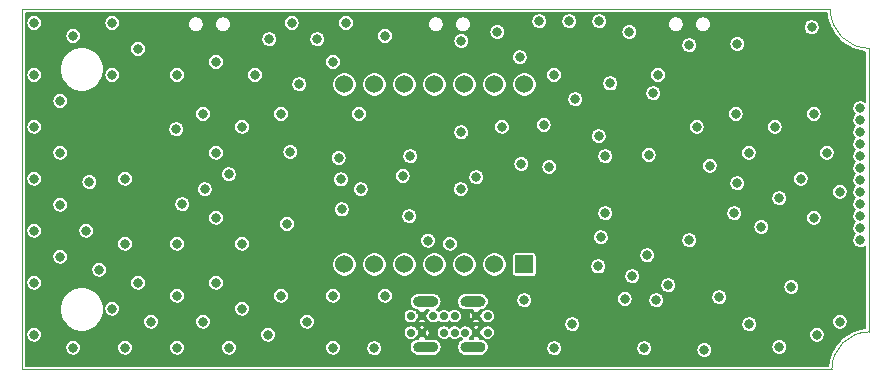
<source format=gbr>
%TF.GenerationSoftware,KiCad,Pcbnew,(5.1.9-0-10_14)*%
%TF.CreationDate,2021-04-26T08:01:11+02:00*%
%TF.ProjectId,wificlock,77696669-636c-46f6-936b-2e6b69636164,rev?*%
%TF.SameCoordinates,Original*%
%TF.FileFunction,Copper,L2,Inr*%
%TF.FilePolarity,Positive*%
%FSLAX46Y46*%
G04 Gerber Fmt 4.6, Leading zero omitted, Abs format (unit mm)*
G04 Created by KiCad (PCBNEW (5.1.9-0-10_14)) date 2021-04-26 08:01:11*
%MOMM*%
%LPD*%
G01*
G04 APERTURE LIST*
%TA.AperFunction,Profile*%
%ADD10C,0.100000*%
%TD*%
%TA.AperFunction,ComponentPad*%
%ADD11C,1.524000*%
%TD*%
%TA.AperFunction,ComponentPad*%
%ADD12R,1.524000X1.524000*%
%TD*%
%TA.AperFunction,ComponentPad*%
%ADD13C,0.700000*%
%TD*%
%TA.AperFunction,ViaPad*%
%ADD14C,0.800000*%
%TD*%
%TA.AperFunction,Conductor*%
%ADD15C,0.150000*%
%TD*%
%TA.AperFunction,Conductor*%
%ADD16C,0.100000*%
%TD*%
G04 APERTURE END LIST*
D10*
X160655000Y-143510000D02*
G75*
G02*
X163830000Y-140335000I3175000J0D01*
G01*
X163830000Y-116332000D02*
G75*
G02*
X160528000Y-113030000I0J3302000D01*
G01*
X92075000Y-113030000D02*
X160528000Y-113030000D01*
X92075000Y-143510000D02*
X92075000Y-113030000D01*
X160655000Y-143510000D02*
X92075000Y-143510000D01*
X163830000Y-116332000D02*
X163830000Y-140335000D01*
D11*
%TO.N,COM0*%
%TO.C,U5*%
X134620000Y-119380000D03*
%TO.N,K1*%
X132080000Y-119380000D03*
%TO.N,ROW5*%
X129540000Y-119380000D03*
%TO.N,COM1*%
X127000000Y-119380000D03*
%TO.N,COM2*%
X124460000Y-119380000D03*
%TO.N,K2*%
X121920000Y-119380000D03*
%TO.N,K1*%
X119380000Y-119380000D03*
%TO.N,COM4*%
X119380000Y-134620000D03*
%TO.N,COM3*%
X121920000Y-134620000D03*
%TO.N,ROW6*%
X124460000Y-134620000D03*
%TO.N,K3*%
X127000000Y-134620000D03*
%TO.N,ROW7*%
X129540000Y-134620000D03*
%TO.N,ROW3*%
X132080000Y-134620000D03*
D12*
%TO.N,ROW4*%
X134620000Y-134620000D03*
%TD*%
D13*
%TO.N,GND*%
%TO.C,J1*%
X125020000Y-139000000D03*
%TO.N,+5V*%
X125970000Y-139000000D03*
%TO.N,Net-(J1-PadA5)*%
X126920000Y-139000000D03*
%TO.N,D+*%
X127820000Y-139000000D03*
%TO.N,GND*%
X125020000Y-140400000D03*
%TO.N,+5V*%
X125970000Y-140400000D03*
%TO.N,D+*%
X128720000Y-140400000D03*
%TO.N,Net-(J1-PadB5)*%
X129620000Y-140400000D03*
%TO.N,+5V*%
X130570000Y-140400000D03*
%TO.N,GND*%
X131520000Y-140400000D03*
%TO.N,+5V*%
X130570000Y-139000000D03*
%TO.N,GND*%
X131520000Y-139000000D03*
%TO.N,N/C*%
%TA.AperFunction,ComponentPad*%
G36*
G01*
X125195000Y-137770000D02*
X125195000Y-137770000D01*
G75*
G02*
X125645000Y-137320000I450000J0D01*
G01*
X126895000Y-137320000D01*
G75*
G02*
X127345000Y-137770000I0J-450000D01*
G01*
X127345000Y-137770000D01*
G75*
G02*
X126895000Y-138220000I-450000J0D01*
G01*
X125645000Y-138220000D01*
G75*
G02*
X125195000Y-137770000I0J450000D01*
G01*
G37*
%TD.AperFunction*%
%TA.AperFunction,ComponentPad*%
G36*
G01*
X129195000Y-137770000D02*
X129195000Y-137770000D01*
G75*
G02*
X129645000Y-137320000I450000J0D01*
G01*
X130895000Y-137320000D01*
G75*
G02*
X131345000Y-137770000I0J-450000D01*
G01*
X131345000Y-137770000D01*
G75*
G02*
X130895000Y-138220000I-450000J0D01*
G01*
X129645000Y-138220000D01*
G75*
G02*
X129195000Y-137770000I0J450000D01*
G01*
G37*
%TD.AperFunction*%
%TA.AperFunction,ComponentPad*%
G36*
G01*
X129195000Y-141630000D02*
X129195000Y-141630000D01*
G75*
G02*
X129645000Y-141180000I450000J0D01*
G01*
X130895000Y-141180000D01*
G75*
G02*
X131345000Y-141630000I0J-450000D01*
G01*
X131345000Y-141630000D01*
G75*
G02*
X130895000Y-142080000I-450000J0D01*
G01*
X129645000Y-142080000D01*
G75*
G02*
X129195000Y-141630000I0J450000D01*
G01*
G37*
%TD.AperFunction*%
%TA.AperFunction,ComponentPad*%
G36*
G01*
X125195000Y-141630000D02*
X125195000Y-141630000D01*
G75*
G02*
X125645000Y-141180000I450000J0D01*
G01*
X126895000Y-141180000D01*
G75*
G02*
X127345000Y-141630000I0J-450000D01*
G01*
X127345000Y-141630000D01*
G75*
G02*
X126895000Y-142080000I-450000J0D01*
G01*
X125645000Y-142080000D01*
G75*
G02*
X125195000Y-141630000I0J450000D01*
G01*
G37*
%TD.AperFunction*%
%TO.N,D-*%
X127820000Y-140400000D03*
X128720000Y-139000000D03*
%TD*%
D14*
%TO.N,+3V3*%
X129276600Y-123440900D03*
X129229600Y-128264300D03*
X124973400Y-125476000D03*
X145796000Y-137668000D03*
X141908000Y-119301000D03*
X149860000Y-141859000D03*
X134239000Y-117094000D03*
X158940500Y-114554000D03*
X124891600Y-130556000D03*
X136733500Y-126365000D03*
%TO.N,GND*%
X137160000Y-141732000D03*
X105156000Y-123190000D03*
X138938000Y-120650000D03*
X148590000Y-132588000D03*
X144780000Y-141732000D03*
X145542000Y-120142000D03*
X140970000Y-114046000D03*
X138430000Y-114046000D03*
X135890000Y-114046000D03*
X138684000Y-139700000D03*
X163068000Y-132588000D03*
X163068000Y-131572000D03*
X163068000Y-130556000D03*
X163068000Y-129540000D03*
X163068000Y-128524000D03*
X163068000Y-127508000D03*
X163068000Y-126492000D03*
X163068000Y-125476000D03*
X163068000Y-124460000D03*
X163068000Y-123444000D03*
X163068000Y-122428000D03*
X163068000Y-121412000D03*
X136271000Y-122809000D03*
X130556000Y-127254000D03*
X124333000Y-127127000D03*
X93124999Y-114174999D03*
X93124999Y-118574999D03*
X93124999Y-122974999D03*
X93124999Y-127374999D03*
X93124999Y-131774999D03*
X93124999Y-136174999D03*
X93124999Y-140574999D03*
X95324999Y-120774999D03*
X95324999Y-125174999D03*
X95324999Y-129574999D03*
X95324999Y-133974999D03*
X96424999Y-115274999D03*
X96424999Y-141674999D03*
X97524999Y-131774999D03*
X98624999Y-135074999D03*
X99724999Y-114174999D03*
X99724999Y-118574999D03*
X97790000Y-127635000D03*
X99724999Y-138374999D03*
X100824999Y-127374999D03*
X100824999Y-132874999D03*
X100824999Y-141674999D03*
X101924999Y-116374999D03*
X101924999Y-136174999D03*
X103024999Y-139474999D03*
X105224999Y-118574999D03*
X105224999Y-132874999D03*
X105224999Y-137274999D03*
X105224999Y-141674999D03*
X107424999Y-121874999D03*
X107424999Y-139474999D03*
X108524999Y-117474999D03*
X108524999Y-125174999D03*
X108524999Y-130674999D03*
X108524999Y-136174999D03*
X109624999Y-141674999D03*
X110724999Y-122974999D03*
X110724999Y-132874999D03*
X110724999Y-138374999D03*
X111824999Y-118574999D03*
X114935000Y-114174999D03*
X112924999Y-140574999D03*
X114024999Y-121874999D03*
X114024999Y-137274999D03*
X117094000Y-115570000D03*
X116224999Y-139474999D03*
X118424999Y-117474999D03*
X118424999Y-137274999D03*
X118424999Y-141674999D03*
X119524999Y-114174999D03*
X120624999Y-121874999D03*
X122824999Y-115274999D03*
X122824999Y-137274999D03*
X128324999Y-132874999D03*
X132334000Y-114935000D03*
X132724999Y-122974999D03*
X137124999Y-118574999D03*
X134620000Y-137668000D03*
X143510000Y-114935000D03*
X143129000Y-137541000D03*
X145924999Y-118574999D03*
X146812000Y-136398000D03*
X148590000Y-116078000D03*
X149224999Y-122974999D03*
X150324999Y-126274999D03*
X152654000Y-115951000D03*
X152524999Y-121874999D03*
X152654000Y-127762000D03*
X153624999Y-125174999D03*
X155824999Y-122974999D03*
X156210000Y-129032000D03*
X157226000Y-136525000D03*
X158024999Y-127374999D03*
X159385000Y-140574999D03*
X159124999Y-121874999D03*
X159124999Y-130674999D03*
X160224999Y-125174999D03*
X161324999Y-128474999D03*
X161324999Y-139474999D03*
X121920000Y-141732000D03*
%TO.N,+5V*%
X123190000Y-122301000D03*
X136144000Y-137668000D03*
X115903000Y-121666000D03*
X121666000Y-130429000D03*
%TO.N,~RTS*%
X141097000Y-132333994D03*
X141478000Y-125476000D03*
%TO.N,~DTR*%
X140892500Y-134795000D03*
X141478000Y-130302000D03*
%TO.N,GPIO0*%
X151129994Y-137414000D03*
X143764004Y-135636000D03*
%TO.N,SDA33*%
X154686000Y-131445000D03*
X145161000Y-125349000D03*
%TO.N,SCL33*%
X134366000Y-126111004D03*
X152400000Y-130301986D03*
%TO.N,Net-(R2-Pad2)*%
X140908200Y-123776100D03*
X153670008Y-139700000D03*
%TO.N,Net-(R4-Pad1)*%
X145025100Y-133861500D03*
X156210000Y-141605000D03*
%TO.N,Net-(R10-Pad2)*%
X118903000Y-125607500D03*
X113029990Y-115570000D03*
%TO.N,K1*%
X114808000Y-125095000D03*
X115570000Y-119379994D03*
%TO.N,Net-(R15-Pad2)*%
X120777000Y-128269996D03*
X129285992Y-115697000D03*
%TO.N,K2*%
X119096500Y-127431310D03*
%TO.N,K3*%
X119159800Y-129969500D03*
%TO.N,ROW3*%
X114519900Y-131191500D03*
%TO.N,ROW5*%
X126457700Y-132609600D03*
%TO.N,COM4*%
X105663974Y-129540000D03*
%TO.N,COM3*%
X107568992Y-128270000D03*
%TO.N,COM2*%
X109601000Y-127000000D03*
%TD*%
D15*
%TO.N,+5V*%
X160272223Y-113727931D02*
X160278150Y-113756805D01*
X160283666Y-113785719D01*
X160284977Y-113790064D01*
X160475542Y-114405681D01*
X160486966Y-114432856D01*
X160497992Y-114460147D01*
X160500122Y-114464154D01*
X160806632Y-115031033D01*
X160823109Y-115055460D01*
X160839233Y-115080101D01*
X160842101Y-115083618D01*
X161252881Y-115580166D01*
X161273791Y-115600930D01*
X161294392Y-115621967D01*
X161297889Y-115624860D01*
X161797291Y-116032163D01*
X161821836Y-116048470D01*
X161846131Y-116065105D01*
X161850123Y-116067264D01*
X162419128Y-116369809D01*
X162446310Y-116381012D01*
X162473435Y-116392638D01*
X162477771Y-116393980D01*
X163094703Y-116580243D01*
X163123593Y-116585963D01*
X163152410Y-116592088D01*
X163156924Y-116592563D01*
X163505000Y-116626692D01*
X163505000Y-120894406D01*
X163498287Y-120887693D01*
X163387732Y-120813823D01*
X163264890Y-120762940D01*
X163134482Y-120737000D01*
X163001518Y-120737000D01*
X162871110Y-120762940D01*
X162748268Y-120813823D01*
X162637713Y-120887693D01*
X162543693Y-120981713D01*
X162469823Y-121092268D01*
X162418940Y-121215110D01*
X162393000Y-121345518D01*
X162393000Y-121478482D01*
X162418940Y-121608890D01*
X162469823Y-121731732D01*
X162543693Y-121842287D01*
X162621406Y-121920000D01*
X162543693Y-121997713D01*
X162469823Y-122108268D01*
X162418940Y-122231110D01*
X162393000Y-122361518D01*
X162393000Y-122494482D01*
X162418940Y-122624890D01*
X162469823Y-122747732D01*
X162543693Y-122858287D01*
X162621406Y-122936000D01*
X162543693Y-123013713D01*
X162469823Y-123124268D01*
X162418940Y-123247110D01*
X162393000Y-123377518D01*
X162393000Y-123510482D01*
X162418940Y-123640890D01*
X162469823Y-123763732D01*
X162543693Y-123874287D01*
X162621406Y-123952000D01*
X162543693Y-124029713D01*
X162469823Y-124140268D01*
X162418940Y-124263110D01*
X162393000Y-124393518D01*
X162393000Y-124526482D01*
X162418940Y-124656890D01*
X162469823Y-124779732D01*
X162543693Y-124890287D01*
X162621406Y-124968000D01*
X162543693Y-125045713D01*
X162469823Y-125156268D01*
X162418940Y-125279110D01*
X162393000Y-125409518D01*
X162393000Y-125542482D01*
X162418940Y-125672890D01*
X162469823Y-125795732D01*
X162543693Y-125906287D01*
X162621406Y-125984000D01*
X162543693Y-126061713D01*
X162469823Y-126172268D01*
X162418940Y-126295110D01*
X162393000Y-126425518D01*
X162393000Y-126558482D01*
X162418940Y-126688890D01*
X162469823Y-126811732D01*
X162543693Y-126922287D01*
X162621406Y-127000000D01*
X162543693Y-127077713D01*
X162469823Y-127188268D01*
X162418940Y-127311110D01*
X162393000Y-127441518D01*
X162393000Y-127574482D01*
X162418940Y-127704890D01*
X162469823Y-127827732D01*
X162543693Y-127938287D01*
X162621406Y-128016000D01*
X162543693Y-128093713D01*
X162469823Y-128204268D01*
X162418940Y-128327110D01*
X162393000Y-128457518D01*
X162393000Y-128590482D01*
X162418940Y-128720890D01*
X162469823Y-128843732D01*
X162543693Y-128954287D01*
X162621406Y-129032000D01*
X162543693Y-129109713D01*
X162469823Y-129220268D01*
X162418940Y-129343110D01*
X162393000Y-129473518D01*
X162393000Y-129606482D01*
X162418940Y-129736890D01*
X162469823Y-129859732D01*
X162543693Y-129970287D01*
X162621406Y-130048000D01*
X162543693Y-130125713D01*
X162469823Y-130236268D01*
X162418940Y-130359110D01*
X162393000Y-130489518D01*
X162393000Y-130622482D01*
X162418940Y-130752890D01*
X162469823Y-130875732D01*
X162543693Y-130986287D01*
X162621406Y-131064000D01*
X162543693Y-131141713D01*
X162469823Y-131252268D01*
X162418940Y-131375110D01*
X162393000Y-131505518D01*
X162393000Y-131638482D01*
X162418940Y-131768890D01*
X162469823Y-131891732D01*
X162543693Y-132002287D01*
X162621406Y-132080000D01*
X162543693Y-132157713D01*
X162469823Y-132268268D01*
X162418940Y-132391110D01*
X162393000Y-132521518D01*
X162393000Y-132654482D01*
X162418940Y-132784890D01*
X162469823Y-132907732D01*
X162543693Y-133018287D01*
X162637713Y-133112307D01*
X162748268Y-133186177D01*
X162871110Y-133237060D01*
X163001518Y-133263000D01*
X163134482Y-133263000D01*
X163264890Y-133237060D01*
X163387732Y-133186177D01*
X163498287Y-133112307D01*
X163505001Y-133105593D01*
X163505001Y-140040116D01*
X163157606Y-140076629D01*
X163128758Y-140082551D01*
X163099818Y-140088072D01*
X163095474Y-140089383D01*
X162503533Y-140272618D01*
X162476382Y-140284031D01*
X162449066Y-140295068D01*
X162445059Y-140297199D01*
X161899985Y-140591920D01*
X161875565Y-140608392D01*
X161850917Y-140624521D01*
X161847400Y-140627389D01*
X161369951Y-141022369D01*
X161349222Y-141043244D01*
X161328149Y-141063880D01*
X161325256Y-141067377D01*
X160933618Y-141547573D01*
X160917307Y-141572122D01*
X160900676Y-141596412D01*
X160898517Y-141600404D01*
X160607608Y-142147524D01*
X160596399Y-142174719D01*
X160584779Y-142201832D01*
X160583437Y-142206167D01*
X160404338Y-142799371D01*
X160398615Y-142828276D01*
X160392493Y-142857079D01*
X160392018Y-142861592D01*
X160360308Y-143185000D01*
X92400000Y-143185000D01*
X92400000Y-141608517D01*
X95749999Y-141608517D01*
X95749999Y-141741481D01*
X95775939Y-141871889D01*
X95826822Y-141994731D01*
X95900692Y-142105286D01*
X95994712Y-142199306D01*
X96105267Y-142273176D01*
X96228109Y-142324059D01*
X96358517Y-142349999D01*
X96491481Y-142349999D01*
X96621889Y-142324059D01*
X96744731Y-142273176D01*
X96855286Y-142199306D01*
X96949306Y-142105286D01*
X97023176Y-141994731D01*
X97074059Y-141871889D01*
X97099999Y-141741481D01*
X97099999Y-141608517D01*
X100149999Y-141608517D01*
X100149999Y-141741481D01*
X100175939Y-141871889D01*
X100226822Y-141994731D01*
X100300692Y-142105286D01*
X100394712Y-142199306D01*
X100505267Y-142273176D01*
X100628109Y-142324059D01*
X100758517Y-142349999D01*
X100891481Y-142349999D01*
X101021889Y-142324059D01*
X101144731Y-142273176D01*
X101255286Y-142199306D01*
X101349306Y-142105286D01*
X101423176Y-141994731D01*
X101474059Y-141871889D01*
X101499999Y-141741481D01*
X101499999Y-141608517D01*
X104549999Y-141608517D01*
X104549999Y-141741481D01*
X104575939Y-141871889D01*
X104626822Y-141994731D01*
X104700692Y-142105286D01*
X104794712Y-142199306D01*
X104905267Y-142273176D01*
X105028109Y-142324059D01*
X105158517Y-142349999D01*
X105291481Y-142349999D01*
X105421889Y-142324059D01*
X105544731Y-142273176D01*
X105655286Y-142199306D01*
X105749306Y-142105286D01*
X105823176Y-141994731D01*
X105874059Y-141871889D01*
X105899999Y-141741481D01*
X105899999Y-141608517D01*
X108949999Y-141608517D01*
X108949999Y-141741481D01*
X108975939Y-141871889D01*
X109026822Y-141994731D01*
X109100692Y-142105286D01*
X109194712Y-142199306D01*
X109305267Y-142273176D01*
X109428109Y-142324059D01*
X109558517Y-142349999D01*
X109691481Y-142349999D01*
X109821889Y-142324059D01*
X109944731Y-142273176D01*
X110055286Y-142199306D01*
X110149306Y-142105286D01*
X110223176Y-141994731D01*
X110274059Y-141871889D01*
X110299999Y-141741481D01*
X110299999Y-141608517D01*
X117749999Y-141608517D01*
X117749999Y-141741481D01*
X117775939Y-141871889D01*
X117826822Y-141994731D01*
X117900692Y-142105286D01*
X117994712Y-142199306D01*
X118105267Y-142273176D01*
X118228109Y-142324059D01*
X118358517Y-142349999D01*
X118491481Y-142349999D01*
X118621889Y-142324059D01*
X118744731Y-142273176D01*
X118855286Y-142199306D01*
X118949306Y-142105286D01*
X119023176Y-141994731D01*
X119074059Y-141871889D01*
X119099999Y-141741481D01*
X119099999Y-141665518D01*
X121245000Y-141665518D01*
X121245000Y-141798482D01*
X121270940Y-141928890D01*
X121321823Y-142051732D01*
X121395693Y-142162287D01*
X121489713Y-142256307D01*
X121600268Y-142330177D01*
X121723110Y-142381060D01*
X121853518Y-142407000D01*
X121986482Y-142407000D01*
X122116890Y-142381060D01*
X122239732Y-142330177D01*
X122350287Y-142256307D01*
X122444307Y-142162287D01*
X122518177Y-142051732D01*
X122569060Y-141928890D01*
X122595000Y-141798482D01*
X122595000Y-141665518D01*
X122587935Y-141629999D01*
X124918670Y-141629999D01*
X124918670Y-141630001D01*
X124932626Y-141771701D01*
X124973959Y-141907955D01*
X125041079Y-142033528D01*
X125131407Y-142143594D01*
X125241473Y-142233922D01*
X125367046Y-142301042D01*
X125503300Y-142342375D01*
X125645000Y-142356331D01*
X126895000Y-142356331D01*
X127036700Y-142342375D01*
X127172954Y-142301042D01*
X127298527Y-142233922D01*
X127408593Y-142143594D01*
X127498921Y-142033528D01*
X127566041Y-141907955D01*
X127607374Y-141771701D01*
X127621330Y-141630001D01*
X127621330Y-141629999D01*
X127607374Y-141488299D01*
X127566041Y-141352045D01*
X127498921Y-141226472D01*
X127408593Y-141116406D01*
X127298527Y-141026078D01*
X127172954Y-140958958D01*
X127036700Y-140917625D01*
X126895000Y-140903669D01*
X126290130Y-140903669D01*
X126308861Y-140844927D01*
X125970000Y-140506066D01*
X125631139Y-140844927D01*
X125649870Y-140903669D01*
X125645000Y-140903669D01*
X125503300Y-140917625D01*
X125367046Y-140958958D01*
X125241473Y-141026078D01*
X125131407Y-141116406D01*
X125041079Y-141226472D01*
X124973959Y-141352045D01*
X124932626Y-141488299D01*
X124918670Y-141629999D01*
X122587935Y-141629999D01*
X122569060Y-141535110D01*
X122518177Y-141412268D01*
X122444307Y-141301713D01*
X122350287Y-141207693D01*
X122239732Y-141133823D01*
X122116890Y-141082940D01*
X121986482Y-141057000D01*
X121853518Y-141057000D01*
X121723110Y-141082940D01*
X121600268Y-141133823D01*
X121489713Y-141207693D01*
X121395693Y-141301713D01*
X121321823Y-141412268D01*
X121270940Y-141535110D01*
X121245000Y-141665518D01*
X119099999Y-141665518D01*
X119099999Y-141608517D01*
X119074059Y-141478109D01*
X119023176Y-141355267D01*
X118949306Y-141244712D01*
X118855286Y-141150692D01*
X118744731Y-141076822D01*
X118621889Y-141025939D01*
X118491481Y-140999999D01*
X118358517Y-140999999D01*
X118228109Y-141025939D01*
X118105267Y-141076822D01*
X117994712Y-141150692D01*
X117900692Y-141244712D01*
X117826822Y-141355267D01*
X117775939Y-141478109D01*
X117749999Y-141608517D01*
X110299999Y-141608517D01*
X110274059Y-141478109D01*
X110223176Y-141355267D01*
X110149306Y-141244712D01*
X110055286Y-141150692D01*
X109944731Y-141076822D01*
X109821889Y-141025939D01*
X109691481Y-140999999D01*
X109558517Y-140999999D01*
X109428109Y-141025939D01*
X109305267Y-141076822D01*
X109194712Y-141150692D01*
X109100692Y-141244712D01*
X109026822Y-141355267D01*
X108975939Y-141478109D01*
X108949999Y-141608517D01*
X105899999Y-141608517D01*
X105874059Y-141478109D01*
X105823176Y-141355267D01*
X105749306Y-141244712D01*
X105655286Y-141150692D01*
X105544731Y-141076822D01*
X105421889Y-141025939D01*
X105291481Y-140999999D01*
X105158517Y-140999999D01*
X105028109Y-141025939D01*
X104905267Y-141076822D01*
X104794712Y-141150692D01*
X104700692Y-141244712D01*
X104626822Y-141355267D01*
X104575939Y-141478109D01*
X104549999Y-141608517D01*
X101499999Y-141608517D01*
X101474059Y-141478109D01*
X101423176Y-141355267D01*
X101349306Y-141244712D01*
X101255286Y-141150692D01*
X101144731Y-141076822D01*
X101021889Y-141025939D01*
X100891481Y-140999999D01*
X100758517Y-140999999D01*
X100628109Y-141025939D01*
X100505267Y-141076822D01*
X100394712Y-141150692D01*
X100300692Y-141244712D01*
X100226822Y-141355267D01*
X100175939Y-141478109D01*
X100149999Y-141608517D01*
X97099999Y-141608517D01*
X97074059Y-141478109D01*
X97023176Y-141355267D01*
X96949306Y-141244712D01*
X96855286Y-141150692D01*
X96744731Y-141076822D01*
X96621889Y-141025939D01*
X96491481Y-140999999D01*
X96358517Y-140999999D01*
X96228109Y-141025939D01*
X96105267Y-141076822D01*
X95994712Y-141150692D01*
X95900692Y-141244712D01*
X95826822Y-141355267D01*
X95775939Y-141478109D01*
X95749999Y-141608517D01*
X92400000Y-141608517D01*
X92400000Y-140508517D01*
X92449999Y-140508517D01*
X92449999Y-140641481D01*
X92475939Y-140771889D01*
X92526822Y-140894731D01*
X92600692Y-141005286D01*
X92694712Y-141099306D01*
X92805267Y-141173176D01*
X92928109Y-141224059D01*
X93058517Y-141249999D01*
X93191481Y-141249999D01*
X93321889Y-141224059D01*
X93444731Y-141173176D01*
X93555286Y-141099306D01*
X93649306Y-141005286D01*
X93723176Y-140894731D01*
X93774059Y-140771889D01*
X93799999Y-140641481D01*
X93799999Y-140508517D01*
X112249999Y-140508517D01*
X112249999Y-140641481D01*
X112275939Y-140771889D01*
X112326822Y-140894731D01*
X112400692Y-141005286D01*
X112494712Y-141099306D01*
X112605267Y-141173176D01*
X112728109Y-141224059D01*
X112858517Y-141249999D01*
X112991481Y-141249999D01*
X113121889Y-141224059D01*
X113244731Y-141173176D01*
X113355286Y-141099306D01*
X113449306Y-141005286D01*
X113523176Y-140894731D01*
X113574059Y-140771889D01*
X113599999Y-140641481D01*
X113599999Y-140508517D01*
X113574059Y-140378109D01*
X113557629Y-140338443D01*
X124395000Y-140338443D01*
X124395000Y-140461557D01*
X124419019Y-140582306D01*
X124466132Y-140696048D01*
X124534531Y-140798414D01*
X124621586Y-140885469D01*
X124723952Y-140953868D01*
X124837694Y-141000981D01*
X124958443Y-141025000D01*
X125081557Y-141025000D01*
X125202306Y-141000981D01*
X125316048Y-140953868D01*
X125418414Y-140885469D01*
X125505469Y-140798414D01*
X125573868Y-140696048D01*
X125578098Y-140685836D01*
X125863934Y-140400000D01*
X126076066Y-140400000D01*
X126414927Y-140738861D01*
X126518530Y-140705826D01*
X126567654Y-140592936D01*
X126593811Y-140472633D01*
X126595995Y-140349538D01*
X126593992Y-140338443D01*
X127195000Y-140338443D01*
X127195000Y-140461557D01*
X127219019Y-140582306D01*
X127266132Y-140696048D01*
X127334531Y-140798414D01*
X127421586Y-140885469D01*
X127523952Y-140953868D01*
X127637694Y-141000981D01*
X127758443Y-141025000D01*
X127881557Y-141025000D01*
X128002306Y-141000981D01*
X128116048Y-140953868D01*
X128218414Y-140885469D01*
X128270000Y-140833883D01*
X128321586Y-140885469D01*
X128423952Y-140953868D01*
X128537694Y-141000981D01*
X128658443Y-141025000D01*
X128781557Y-141025000D01*
X128902306Y-141000981D01*
X129016048Y-140953868D01*
X129118414Y-140885469D01*
X129170000Y-140833883D01*
X129221586Y-140885469D01*
X129323952Y-140953868D01*
X129353596Y-140966147D01*
X129241473Y-141026078D01*
X129131407Y-141116406D01*
X129041079Y-141226472D01*
X128973959Y-141352045D01*
X128932626Y-141488299D01*
X128918670Y-141629999D01*
X128918670Y-141630001D01*
X128932626Y-141771701D01*
X128973959Y-141907955D01*
X129041079Y-142033528D01*
X129131407Y-142143594D01*
X129241473Y-142233922D01*
X129367046Y-142301042D01*
X129503300Y-142342375D01*
X129645000Y-142356331D01*
X130895000Y-142356331D01*
X131036700Y-142342375D01*
X131172954Y-142301042D01*
X131298527Y-142233922D01*
X131408593Y-142143594D01*
X131498921Y-142033528D01*
X131566041Y-141907955D01*
X131607374Y-141771701D01*
X131617831Y-141665518D01*
X136485000Y-141665518D01*
X136485000Y-141798482D01*
X136510940Y-141928890D01*
X136561823Y-142051732D01*
X136635693Y-142162287D01*
X136729713Y-142256307D01*
X136840268Y-142330177D01*
X136963110Y-142381060D01*
X137093518Y-142407000D01*
X137226482Y-142407000D01*
X137356890Y-142381060D01*
X137479732Y-142330177D01*
X137590287Y-142256307D01*
X137684307Y-142162287D01*
X137758177Y-142051732D01*
X137809060Y-141928890D01*
X137835000Y-141798482D01*
X137835000Y-141665518D01*
X144105000Y-141665518D01*
X144105000Y-141798482D01*
X144130940Y-141928890D01*
X144181823Y-142051732D01*
X144255693Y-142162287D01*
X144349713Y-142256307D01*
X144460268Y-142330177D01*
X144583110Y-142381060D01*
X144713518Y-142407000D01*
X144846482Y-142407000D01*
X144976890Y-142381060D01*
X145099732Y-142330177D01*
X145210287Y-142256307D01*
X145304307Y-142162287D01*
X145378177Y-142051732D01*
X145429060Y-141928890D01*
X145455000Y-141798482D01*
X145455000Y-141792518D01*
X149185000Y-141792518D01*
X149185000Y-141925482D01*
X149210940Y-142055890D01*
X149261823Y-142178732D01*
X149335693Y-142289287D01*
X149429713Y-142383307D01*
X149540268Y-142457177D01*
X149663110Y-142508060D01*
X149793518Y-142534000D01*
X149926482Y-142534000D01*
X150056890Y-142508060D01*
X150179732Y-142457177D01*
X150290287Y-142383307D01*
X150384307Y-142289287D01*
X150458177Y-142178732D01*
X150509060Y-142055890D01*
X150535000Y-141925482D01*
X150535000Y-141792518D01*
X150509060Y-141662110D01*
X150458177Y-141539268D01*
X150457676Y-141538518D01*
X155535000Y-141538518D01*
X155535000Y-141671482D01*
X155560940Y-141801890D01*
X155611823Y-141924732D01*
X155685693Y-142035287D01*
X155779713Y-142129307D01*
X155890268Y-142203177D01*
X156013110Y-142254060D01*
X156143518Y-142280000D01*
X156276482Y-142280000D01*
X156406890Y-142254060D01*
X156529732Y-142203177D01*
X156640287Y-142129307D01*
X156734307Y-142035287D01*
X156808177Y-141924732D01*
X156859060Y-141801890D01*
X156885000Y-141671482D01*
X156885000Y-141538518D01*
X156859060Y-141408110D01*
X156808177Y-141285268D01*
X156734307Y-141174713D01*
X156640287Y-141080693D01*
X156529732Y-141006823D01*
X156406890Y-140955940D01*
X156276482Y-140930000D01*
X156143518Y-140930000D01*
X156013110Y-140955940D01*
X155890268Y-141006823D01*
X155779713Y-141080693D01*
X155685693Y-141174713D01*
X155611823Y-141285268D01*
X155560940Y-141408110D01*
X155535000Y-141538518D01*
X150457676Y-141538518D01*
X150384307Y-141428713D01*
X150290287Y-141334693D01*
X150179732Y-141260823D01*
X150056890Y-141209940D01*
X149926482Y-141184000D01*
X149793518Y-141184000D01*
X149663110Y-141209940D01*
X149540268Y-141260823D01*
X149429713Y-141334693D01*
X149335693Y-141428713D01*
X149261823Y-141539268D01*
X149210940Y-141662110D01*
X149185000Y-141792518D01*
X145455000Y-141792518D01*
X145455000Y-141665518D01*
X145429060Y-141535110D01*
X145378177Y-141412268D01*
X145304307Y-141301713D01*
X145210287Y-141207693D01*
X145099732Y-141133823D01*
X144976890Y-141082940D01*
X144846482Y-141057000D01*
X144713518Y-141057000D01*
X144583110Y-141082940D01*
X144460268Y-141133823D01*
X144349713Y-141207693D01*
X144255693Y-141301713D01*
X144181823Y-141412268D01*
X144130940Y-141535110D01*
X144105000Y-141665518D01*
X137835000Y-141665518D01*
X137809060Y-141535110D01*
X137758177Y-141412268D01*
X137684307Y-141301713D01*
X137590287Y-141207693D01*
X137479732Y-141133823D01*
X137356890Y-141082940D01*
X137226482Y-141057000D01*
X137093518Y-141057000D01*
X136963110Y-141082940D01*
X136840268Y-141133823D01*
X136729713Y-141207693D01*
X136635693Y-141301713D01*
X136561823Y-141412268D01*
X136510940Y-141535110D01*
X136485000Y-141665518D01*
X131617831Y-141665518D01*
X131621330Y-141630001D01*
X131621330Y-141629999D01*
X131607374Y-141488299D01*
X131566041Y-141352045D01*
X131498921Y-141226472D01*
X131408593Y-141116406D01*
X131298527Y-141026078D01*
X131172954Y-140958958D01*
X131036700Y-140917625D01*
X130895000Y-140903669D01*
X130890130Y-140903669D01*
X130908861Y-140844927D01*
X130570000Y-140506066D01*
X130231139Y-140844927D01*
X130249870Y-140903669D01*
X129991176Y-140903669D01*
X130018414Y-140885469D01*
X130105469Y-140798414D01*
X130173868Y-140696048D01*
X130178098Y-140685836D01*
X130463934Y-140400000D01*
X130676066Y-140400000D01*
X130961902Y-140685836D01*
X130966132Y-140696048D01*
X131034531Y-140798414D01*
X131121586Y-140885469D01*
X131223952Y-140953868D01*
X131337694Y-141000981D01*
X131458443Y-141025000D01*
X131581557Y-141025000D01*
X131702306Y-141000981D01*
X131816048Y-140953868D01*
X131918414Y-140885469D01*
X132005469Y-140798414D01*
X132073868Y-140696048D01*
X132120981Y-140582306D01*
X132135658Y-140508517D01*
X158710000Y-140508517D01*
X158710000Y-140641481D01*
X158735940Y-140771889D01*
X158786823Y-140894731D01*
X158860693Y-141005286D01*
X158954713Y-141099306D01*
X159065268Y-141173176D01*
X159188110Y-141224059D01*
X159318518Y-141249999D01*
X159451482Y-141249999D01*
X159581890Y-141224059D01*
X159704732Y-141173176D01*
X159815287Y-141099306D01*
X159909307Y-141005286D01*
X159983177Y-140894731D01*
X160034060Y-140771889D01*
X160060000Y-140641481D01*
X160060000Y-140508517D01*
X160034060Y-140378109D01*
X159983177Y-140255267D01*
X159909307Y-140144712D01*
X159815287Y-140050692D01*
X159704732Y-139976822D01*
X159581890Y-139925939D01*
X159451482Y-139899999D01*
X159318518Y-139899999D01*
X159188110Y-139925939D01*
X159065268Y-139976822D01*
X158954713Y-140050692D01*
X158860693Y-140144712D01*
X158786823Y-140255267D01*
X158735940Y-140378109D01*
X158710000Y-140508517D01*
X132135658Y-140508517D01*
X132145000Y-140461557D01*
X132145000Y-140338443D01*
X132120981Y-140217694D01*
X132073868Y-140103952D01*
X132005469Y-140001586D01*
X131918414Y-139914531D01*
X131816048Y-139846132D01*
X131702306Y-139799019D01*
X131581557Y-139775000D01*
X131458443Y-139775000D01*
X131337694Y-139799019D01*
X131223952Y-139846132D01*
X131121586Y-139914531D01*
X131034531Y-140001586D01*
X130966132Y-140103952D01*
X130961902Y-140114164D01*
X130676066Y-140400000D01*
X130463934Y-140400000D01*
X130178098Y-140114164D01*
X130173868Y-140103952D01*
X130105469Y-140001586D01*
X130058956Y-139955073D01*
X130231139Y-139955073D01*
X130570000Y-140293934D01*
X130908861Y-139955073D01*
X130875826Y-139851470D01*
X130762936Y-139802346D01*
X130642633Y-139776189D01*
X130519538Y-139774005D01*
X130398382Y-139795878D01*
X130283821Y-139840967D01*
X130264174Y-139851470D01*
X130231139Y-139955073D01*
X130058956Y-139955073D01*
X130018414Y-139914531D01*
X129916048Y-139846132D01*
X129802306Y-139799019D01*
X129681557Y-139775000D01*
X129558443Y-139775000D01*
X129437694Y-139799019D01*
X129323952Y-139846132D01*
X129221586Y-139914531D01*
X129170000Y-139966117D01*
X129118414Y-139914531D01*
X129016048Y-139846132D01*
X128902306Y-139799019D01*
X128781557Y-139775000D01*
X128658443Y-139775000D01*
X128537694Y-139799019D01*
X128423952Y-139846132D01*
X128321586Y-139914531D01*
X128270000Y-139966117D01*
X128218414Y-139914531D01*
X128116048Y-139846132D01*
X128002306Y-139799019D01*
X127881557Y-139775000D01*
X127758443Y-139775000D01*
X127637694Y-139799019D01*
X127523952Y-139846132D01*
X127421586Y-139914531D01*
X127334531Y-140001586D01*
X127266132Y-140103952D01*
X127219019Y-140217694D01*
X127195000Y-140338443D01*
X126593992Y-140338443D01*
X126574122Y-140228382D01*
X126529033Y-140113821D01*
X126518530Y-140094174D01*
X126414927Y-140061139D01*
X126076066Y-140400000D01*
X125863934Y-140400000D01*
X125578098Y-140114164D01*
X125573868Y-140103952D01*
X125505469Y-140001586D01*
X125458956Y-139955073D01*
X125631139Y-139955073D01*
X125970000Y-140293934D01*
X126308861Y-139955073D01*
X126275826Y-139851470D01*
X126162936Y-139802346D01*
X126042633Y-139776189D01*
X125919538Y-139774005D01*
X125798382Y-139795878D01*
X125683821Y-139840967D01*
X125664174Y-139851470D01*
X125631139Y-139955073D01*
X125458956Y-139955073D01*
X125418414Y-139914531D01*
X125316048Y-139846132D01*
X125202306Y-139799019D01*
X125081557Y-139775000D01*
X124958443Y-139775000D01*
X124837694Y-139799019D01*
X124723952Y-139846132D01*
X124621586Y-139914531D01*
X124534531Y-140001586D01*
X124466132Y-140103952D01*
X124419019Y-140217694D01*
X124395000Y-140338443D01*
X113557629Y-140338443D01*
X113523176Y-140255267D01*
X113449306Y-140144712D01*
X113355286Y-140050692D01*
X113244731Y-139976822D01*
X113121889Y-139925939D01*
X112991481Y-139899999D01*
X112858517Y-139899999D01*
X112728109Y-139925939D01*
X112605267Y-139976822D01*
X112494712Y-140050692D01*
X112400692Y-140144712D01*
X112326822Y-140255267D01*
X112275939Y-140378109D01*
X112249999Y-140508517D01*
X93799999Y-140508517D01*
X93774059Y-140378109D01*
X93723176Y-140255267D01*
X93649306Y-140144712D01*
X93555286Y-140050692D01*
X93444731Y-139976822D01*
X93321889Y-139925939D01*
X93191481Y-139899999D01*
X93058517Y-139899999D01*
X92928109Y-139925939D01*
X92805267Y-139976822D01*
X92694712Y-140050692D01*
X92600692Y-140144712D01*
X92526822Y-140255267D01*
X92475939Y-140378109D01*
X92449999Y-140508517D01*
X92400000Y-140508517D01*
X92400000Y-138245329D01*
X95280000Y-138245329D01*
X95280000Y-138614671D01*
X95352056Y-138976917D01*
X95493397Y-139318145D01*
X95698593Y-139625243D01*
X95959757Y-139886407D01*
X96266855Y-140091603D01*
X96608083Y-140232944D01*
X96970329Y-140305000D01*
X97339671Y-140305000D01*
X97701917Y-140232944D01*
X98043145Y-140091603D01*
X98350243Y-139886407D01*
X98611407Y-139625243D01*
X98756218Y-139408517D01*
X102349999Y-139408517D01*
X102349999Y-139541481D01*
X102375939Y-139671889D01*
X102426822Y-139794731D01*
X102500692Y-139905286D01*
X102594712Y-139999306D01*
X102705267Y-140073176D01*
X102828109Y-140124059D01*
X102958517Y-140149999D01*
X103091481Y-140149999D01*
X103221889Y-140124059D01*
X103344731Y-140073176D01*
X103455286Y-139999306D01*
X103549306Y-139905286D01*
X103623176Y-139794731D01*
X103674059Y-139671889D01*
X103699999Y-139541481D01*
X103699999Y-139408517D01*
X106749999Y-139408517D01*
X106749999Y-139541481D01*
X106775939Y-139671889D01*
X106826822Y-139794731D01*
X106900692Y-139905286D01*
X106994712Y-139999306D01*
X107105267Y-140073176D01*
X107228109Y-140124059D01*
X107358517Y-140149999D01*
X107491481Y-140149999D01*
X107621889Y-140124059D01*
X107744731Y-140073176D01*
X107855286Y-139999306D01*
X107949306Y-139905286D01*
X108023176Y-139794731D01*
X108074059Y-139671889D01*
X108099999Y-139541481D01*
X108099999Y-139408517D01*
X115549999Y-139408517D01*
X115549999Y-139541481D01*
X115575939Y-139671889D01*
X115626822Y-139794731D01*
X115700692Y-139905286D01*
X115794712Y-139999306D01*
X115905267Y-140073176D01*
X116028109Y-140124059D01*
X116158517Y-140149999D01*
X116291481Y-140149999D01*
X116421889Y-140124059D01*
X116544731Y-140073176D01*
X116655286Y-139999306D01*
X116749306Y-139905286D01*
X116823176Y-139794731D01*
X116874059Y-139671889D01*
X116881691Y-139633518D01*
X138009000Y-139633518D01*
X138009000Y-139766482D01*
X138034940Y-139896890D01*
X138085823Y-140019732D01*
X138159693Y-140130287D01*
X138253713Y-140224307D01*
X138364268Y-140298177D01*
X138487110Y-140349060D01*
X138617518Y-140375000D01*
X138750482Y-140375000D01*
X138880890Y-140349060D01*
X139003732Y-140298177D01*
X139114287Y-140224307D01*
X139208307Y-140130287D01*
X139282177Y-140019732D01*
X139333060Y-139896890D01*
X139359000Y-139766482D01*
X139359000Y-139633518D01*
X152995008Y-139633518D01*
X152995008Y-139766482D01*
X153020948Y-139896890D01*
X153071831Y-140019732D01*
X153145701Y-140130287D01*
X153239721Y-140224307D01*
X153350276Y-140298177D01*
X153473118Y-140349060D01*
X153603526Y-140375000D01*
X153736490Y-140375000D01*
X153866898Y-140349060D01*
X153989740Y-140298177D01*
X154100295Y-140224307D01*
X154194315Y-140130287D01*
X154268185Y-140019732D01*
X154319068Y-139896890D01*
X154345008Y-139766482D01*
X154345008Y-139633518D01*
X154319068Y-139503110D01*
X154279887Y-139408517D01*
X160649999Y-139408517D01*
X160649999Y-139541481D01*
X160675939Y-139671889D01*
X160726822Y-139794731D01*
X160800692Y-139905286D01*
X160894712Y-139999306D01*
X161005267Y-140073176D01*
X161128109Y-140124059D01*
X161258517Y-140149999D01*
X161391481Y-140149999D01*
X161521889Y-140124059D01*
X161644731Y-140073176D01*
X161755286Y-139999306D01*
X161849306Y-139905286D01*
X161923176Y-139794731D01*
X161974059Y-139671889D01*
X161999999Y-139541481D01*
X161999999Y-139408517D01*
X161974059Y-139278109D01*
X161923176Y-139155267D01*
X161849306Y-139044712D01*
X161755286Y-138950692D01*
X161644731Y-138876822D01*
X161521889Y-138825939D01*
X161391481Y-138799999D01*
X161258517Y-138799999D01*
X161128109Y-138825939D01*
X161005267Y-138876822D01*
X160894712Y-138950692D01*
X160800692Y-139044712D01*
X160726822Y-139155267D01*
X160675939Y-139278109D01*
X160649999Y-139408517D01*
X154279887Y-139408517D01*
X154268185Y-139380268D01*
X154194315Y-139269713D01*
X154100295Y-139175693D01*
X153989740Y-139101823D01*
X153866898Y-139050940D01*
X153736490Y-139025000D01*
X153603526Y-139025000D01*
X153473118Y-139050940D01*
X153350276Y-139101823D01*
X153239721Y-139175693D01*
X153145701Y-139269713D01*
X153071831Y-139380268D01*
X153020948Y-139503110D01*
X152995008Y-139633518D01*
X139359000Y-139633518D01*
X139333060Y-139503110D01*
X139282177Y-139380268D01*
X139208307Y-139269713D01*
X139114287Y-139175693D01*
X139003732Y-139101823D01*
X138880890Y-139050940D01*
X138750482Y-139025000D01*
X138617518Y-139025000D01*
X138487110Y-139050940D01*
X138364268Y-139101823D01*
X138253713Y-139175693D01*
X138159693Y-139269713D01*
X138085823Y-139380268D01*
X138034940Y-139503110D01*
X138009000Y-139633518D01*
X116881691Y-139633518D01*
X116899999Y-139541481D01*
X116899999Y-139408517D01*
X116874059Y-139278109D01*
X116823176Y-139155267D01*
X116749306Y-139044712D01*
X116655286Y-138950692D01*
X116636954Y-138938443D01*
X124395000Y-138938443D01*
X124395000Y-139061557D01*
X124419019Y-139182306D01*
X124466132Y-139296048D01*
X124534531Y-139398414D01*
X124621586Y-139485469D01*
X124723952Y-139553868D01*
X124837694Y-139600981D01*
X124958443Y-139625000D01*
X125081557Y-139625000D01*
X125202306Y-139600981D01*
X125316048Y-139553868D01*
X125418414Y-139485469D01*
X125458956Y-139444927D01*
X125631139Y-139444927D01*
X125664174Y-139548530D01*
X125777064Y-139597654D01*
X125897367Y-139623811D01*
X126020462Y-139625995D01*
X126141618Y-139604122D01*
X126256179Y-139559033D01*
X126275826Y-139548530D01*
X126308861Y-139444927D01*
X125970000Y-139106066D01*
X125631139Y-139444927D01*
X125458956Y-139444927D01*
X125505469Y-139398414D01*
X125573868Y-139296048D01*
X125578098Y-139285836D01*
X125863934Y-139000000D01*
X125578098Y-138714164D01*
X125573868Y-138703952D01*
X125505469Y-138601586D01*
X125418414Y-138514531D01*
X125316048Y-138446132D01*
X125202306Y-138399019D01*
X125081557Y-138375000D01*
X124958443Y-138375000D01*
X124837694Y-138399019D01*
X124723952Y-138446132D01*
X124621586Y-138514531D01*
X124534531Y-138601586D01*
X124466132Y-138703952D01*
X124419019Y-138817694D01*
X124395000Y-138938443D01*
X116636954Y-138938443D01*
X116544731Y-138876822D01*
X116421889Y-138825939D01*
X116291481Y-138799999D01*
X116158517Y-138799999D01*
X116028109Y-138825939D01*
X115905267Y-138876822D01*
X115794712Y-138950692D01*
X115700692Y-139044712D01*
X115626822Y-139155267D01*
X115575939Y-139278109D01*
X115549999Y-139408517D01*
X108099999Y-139408517D01*
X108074059Y-139278109D01*
X108023176Y-139155267D01*
X107949306Y-139044712D01*
X107855286Y-138950692D01*
X107744731Y-138876822D01*
X107621889Y-138825939D01*
X107491481Y-138799999D01*
X107358517Y-138799999D01*
X107228109Y-138825939D01*
X107105267Y-138876822D01*
X106994712Y-138950692D01*
X106900692Y-139044712D01*
X106826822Y-139155267D01*
X106775939Y-139278109D01*
X106749999Y-139408517D01*
X103699999Y-139408517D01*
X103674059Y-139278109D01*
X103623176Y-139155267D01*
X103549306Y-139044712D01*
X103455286Y-138950692D01*
X103344731Y-138876822D01*
X103221889Y-138825939D01*
X103091481Y-138799999D01*
X102958517Y-138799999D01*
X102828109Y-138825939D01*
X102705267Y-138876822D01*
X102594712Y-138950692D01*
X102500692Y-139044712D01*
X102426822Y-139155267D01*
X102375939Y-139278109D01*
X102349999Y-139408517D01*
X98756218Y-139408517D01*
X98816603Y-139318145D01*
X98957944Y-138976917D01*
X99030000Y-138614671D01*
X99030000Y-138308517D01*
X99049999Y-138308517D01*
X99049999Y-138441481D01*
X99075939Y-138571889D01*
X99126822Y-138694731D01*
X99200692Y-138805286D01*
X99294712Y-138899306D01*
X99405267Y-138973176D01*
X99528109Y-139024059D01*
X99658517Y-139049999D01*
X99791481Y-139049999D01*
X99921889Y-139024059D01*
X100044731Y-138973176D01*
X100155286Y-138899306D01*
X100249306Y-138805286D01*
X100323176Y-138694731D01*
X100374059Y-138571889D01*
X100399999Y-138441481D01*
X100399999Y-138308517D01*
X110049999Y-138308517D01*
X110049999Y-138441481D01*
X110075939Y-138571889D01*
X110126822Y-138694731D01*
X110200692Y-138805286D01*
X110294712Y-138899306D01*
X110405267Y-138973176D01*
X110528109Y-139024059D01*
X110658517Y-139049999D01*
X110791481Y-139049999D01*
X110921889Y-139024059D01*
X111044731Y-138973176D01*
X111155286Y-138899306D01*
X111249306Y-138805286D01*
X111323176Y-138694731D01*
X111374059Y-138571889D01*
X111399999Y-138441481D01*
X111399999Y-138308517D01*
X111374059Y-138178109D01*
X111323176Y-138055267D01*
X111249306Y-137944712D01*
X111155286Y-137850692D01*
X111044731Y-137776822D01*
X110921889Y-137725939D01*
X110791481Y-137699999D01*
X110658517Y-137699999D01*
X110528109Y-137725939D01*
X110405267Y-137776822D01*
X110294712Y-137850692D01*
X110200692Y-137944712D01*
X110126822Y-138055267D01*
X110075939Y-138178109D01*
X110049999Y-138308517D01*
X100399999Y-138308517D01*
X100374059Y-138178109D01*
X100323176Y-138055267D01*
X100249306Y-137944712D01*
X100155286Y-137850692D01*
X100044731Y-137776822D01*
X99921889Y-137725939D01*
X99791481Y-137699999D01*
X99658517Y-137699999D01*
X99528109Y-137725939D01*
X99405267Y-137776822D01*
X99294712Y-137850692D01*
X99200692Y-137944712D01*
X99126822Y-138055267D01*
X99075939Y-138178109D01*
X99049999Y-138308517D01*
X99030000Y-138308517D01*
X99030000Y-138245329D01*
X98957944Y-137883083D01*
X98816603Y-137541855D01*
X98611407Y-137234757D01*
X98585167Y-137208517D01*
X104549999Y-137208517D01*
X104549999Y-137341481D01*
X104575939Y-137471889D01*
X104626822Y-137594731D01*
X104700692Y-137705286D01*
X104794712Y-137799306D01*
X104905267Y-137873176D01*
X105028109Y-137924059D01*
X105158517Y-137949999D01*
X105291481Y-137949999D01*
X105421889Y-137924059D01*
X105544731Y-137873176D01*
X105655286Y-137799306D01*
X105749306Y-137705286D01*
X105823176Y-137594731D01*
X105874059Y-137471889D01*
X105899999Y-137341481D01*
X105899999Y-137208517D01*
X113349999Y-137208517D01*
X113349999Y-137341481D01*
X113375939Y-137471889D01*
X113426822Y-137594731D01*
X113500692Y-137705286D01*
X113594712Y-137799306D01*
X113705267Y-137873176D01*
X113828109Y-137924059D01*
X113958517Y-137949999D01*
X114091481Y-137949999D01*
X114221889Y-137924059D01*
X114344731Y-137873176D01*
X114455286Y-137799306D01*
X114549306Y-137705286D01*
X114623176Y-137594731D01*
X114674059Y-137471889D01*
X114699999Y-137341481D01*
X114699999Y-137208517D01*
X117749999Y-137208517D01*
X117749999Y-137341481D01*
X117775939Y-137471889D01*
X117826822Y-137594731D01*
X117900692Y-137705286D01*
X117994712Y-137799306D01*
X118105267Y-137873176D01*
X118228109Y-137924059D01*
X118358517Y-137949999D01*
X118491481Y-137949999D01*
X118621889Y-137924059D01*
X118744731Y-137873176D01*
X118855286Y-137799306D01*
X118949306Y-137705286D01*
X119023176Y-137594731D01*
X119074059Y-137471889D01*
X119099999Y-137341481D01*
X119099999Y-137208517D01*
X122149999Y-137208517D01*
X122149999Y-137341481D01*
X122175939Y-137471889D01*
X122226822Y-137594731D01*
X122300692Y-137705286D01*
X122394712Y-137799306D01*
X122505267Y-137873176D01*
X122628109Y-137924059D01*
X122758517Y-137949999D01*
X122891481Y-137949999D01*
X123021889Y-137924059D01*
X123144731Y-137873176D01*
X123255286Y-137799306D01*
X123284593Y-137769999D01*
X124918670Y-137769999D01*
X124918670Y-137770001D01*
X124932626Y-137911701D01*
X124973959Y-138047955D01*
X125041079Y-138173528D01*
X125131407Y-138283594D01*
X125241473Y-138373922D01*
X125367046Y-138441042D01*
X125503300Y-138482375D01*
X125645000Y-138496331D01*
X125649870Y-138496331D01*
X125631139Y-138555073D01*
X125970000Y-138893934D01*
X126308861Y-138555073D01*
X126290130Y-138496331D01*
X126548824Y-138496331D01*
X126521586Y-138514531D01*
X126434531Y-138601586D01*
X126366132Y-138703952D01*
X126361902Y-138714164D01*
X126076066Y-139000000D01*
X126361902Y-139285836D01*
X126366132Y-139296048D01*
X126434531Y-139398414D01*
X126521586Y-139485469D01*
X126623952Y-139553868D01*
X126737694Y-139600981D01*
X126858443Y-139625000D01*
X126981557Y-139625000D01*
X127102306Y-139600981D01*
X127216048Y-139553868D01*
X127318414Y-139485469D01*
X127370000Y-139433883D01*
X127421586Y-139485469D01*
X127523952Y-139553868D01*
X127637694Y-139600981D01*
X127758443Y-139625000D01*
X127881557Y-139625000D01*
X128002306Y-139600981D01*
X128116048Y-139553868D01*
X128218414Y-139485469D01*
X128270000Y-139433883D01*
X128321586Y-139485469D01*
X128423952Y-139553868D01*
X128537694Y-139600981D01*
X128658443Y-139625000D01*
X128781557Y-139625000D01*
X128902306Y-139600981D01*
X129016048Y-139553868D01*
X129118414Y-139485469D01*
X129158956Y-139444927D01*
X130231139Y-139444927D01*
X130264174Y-139548530D01*
X130377064Y-139597654D01*
X130497367Y-139623811D01*
X130620462Y-139625995D01*
X130741618Y-139604122D01*
X130856179Y-139559033D01*
X130875826Y-139548530D01*
X130908861Y-139444927D01*
X130570000Y-139106066D01*
X130231139Y-139444927D01*
X129158956Y-139444927D01*
X129205469Y-139398414D01*
X129273868Y-139296048D01*
X129320981Y-139182306D01*
X129345000Y-139061557D01*
X129345000Y-139050462D01*
X129944005Y-139050462D01*
X129965878Y-139171618D01*
X130010967Y-139286179D01*
X130021470Y-139305826D01*
X130125073Y-139338861D01*
X130463934Y-139000000D01*
X130676066Y-139000000D01*
X130961902Y-139285836D01*
X130966132Y-139296048D01*
X131034531Y-139398414D01*
X131121586Y-139485469D01*
X131223952Y-139553868D01*
X131337694Y-139600981D01*
X131458443Y-139625000D01*
X131581557Y-139625000D01*
X131702306Y-139600981D01*
X131816048Y-139553868D01*
X131918414Y-139485469D01*
X132005469Y-139398414D01*
X132073868Y-139296048D01*
X132120981Y-139182306D01*
X132145000Y-139061557D01*
X132145000Y-138938443D01*
X132120981Y-138817694D01*
X132073868Y-138703952D01*
X132005469Y-138601586D01*
X131918414Y-138514531D01*
X131816048Y-138446132D01*
X131702306Y-138399019D01*
X131581557Y-138375000D01*
X131458443Y-138375000D01*
X131337694Y-138399019D01*
X131223952Y-138446132D01*
X131121586Y-138514531D01*
X131034531Y-138601586D01*
X130966132Y-138703952D01*
X130961902Y-138714164D01*
X130676066Y-139000000D01*
X130463934Y-139000000D01*
X130125073Y-138661139D01*
X130021470Y-138694174D01*
X129972346Y-138807064D01*
X129946189Y-138927367D01*
X129944005Y-139050462D01*
X129345000Y-139050462D01*
X129345000Y-138938443D01*
X129320981Y-138817694D01*
X129273868Y-138703952D01*
X129205469Y-138601586D01*
X129118414Y-138514531D01*
X129016048Y-138446132D01*
X128902306Y-138399019D01*
X128781557Y-138375000D01*
X128658443Y-138375000D01*
X128537694Y-138399019D01*
X128423952Y-138446132D01*
X128321586Y-138514531D01*
X128270000Y-138566117D01*
X128218414Y-138514531D01*
X128116048Y-138446132D01*
X128002306Y-138399019D01*
X127881557Y-138375000D01*
X127758443Y-138375000D01*
X127637694Y-138399019D01*
X127523952Y-138446132D01*
X127421586Y-138514531D01*
X127370000Y-138566117D01*
X127318414Y-138514531D01*
X127216048Y-138446132D01*
X127186404Y-138433853D01*
X127298527Y-138373922D01*
X127408593Y-138283594D01*
X127498921Y-138173528D01*
X127566041Y-138047955D01*
X127607374Y-137911701D01*
X127621330Y-137770001D01*
X127621330Y-137769999D01*
X128918670Y-137769999D01*
X128918670Y-137770001D01*
X128932626Y-137911701D01*
X128973959Y-138047955D01*
X129041079Y-138173528D01*
X129131407Y-138283594D01*
X129241473Y-138373922D01*
X129367046Y-138441042D01*
X129503300Y-138482375D01*
X129645000Y-138496331D01*
X130249870Y-138496331D01*
X130231139Y-138555073D01*
X130570000Y-138893934D01*
X130908861Y-138555073D01*
X130890130Y-138496331D01*
X130895000Y-138496331D01*
X131036700Y-138482375D01*
X131172954Y-138441042D01*
X131298527Y-138373922D01*
X131408593Y-138283594D01*
X131498921Y-138173528D01*
X131566041Y-138047955D01*
X131607374Y-137911701D01*
X131621330Y-137770001D01*
X131621330Y-137769999D01*
X131607374Y-137628299D01*
X131599250Y-137601518D01*
X133945000Y-137601518D01*
X133945000Y-137734482D01*
X133970940Y-137864890D01*
X134021823Y-137987732D01*
X134095693Y-138098287D01*
X134189713Y-138192307D01*
X134300268Y-138266177D01*
X134423110Y-138317060D01*
X134553518Y-138343000D01*
X134686482Y-138343000D01*
X134816890Y-138317060D01*
X134939732Y-138266177D01*
X135050287Y-138192307D01*
X135144307Y-138098287D01*
X135218177Y-137987732D01*
X135269060Y-137864890D01*
X135295000Y-137734482D01*
X135295000Y-137601518D01*
X135269738Y-137474518D01*
X142454000Y-137474518D01*
X142454000Y-137607482D01*
X142479940Y-137737890D01*
X142530823Y-137860732D01*
X142604693Y-137971287D01*
X142698713Y-138065307D01*
X142809268Y-138139177D01*
X142932110Y-138190060D01*
X143062518Y-138216000D01*
X143195482Y-138216000D01*
X143325890Y-138190060D01*
X143448732Y-138139177D01*
X143559287Y-138065307D01*
X143653307Y-137971287D01*
X143727177Y-137860732D01*
X143778060Y-137737890D01*
X143804000Y-137607482D01*
X143804000Y-137601518D01*
X145121000Y-137601518D01*
X145121000Y-137734482D01*
X145146940Y-137864890D01*
X145197823Y-137987732D01*
X145271693Y-138098287D01*
X145365713Y-138192307D01*
X145476268Y-138266177D01*
X145599110Y-138317060D01*
X145729518Y-138343000D01*
X145862482Y-138343000D01*
X145992890Y-138317060D01*
X146115732Y-138266177D01*
X146226287Y-138192307D01*
X146320307Y-138098287D01*
X146394177Y-137987732D01*
X146445060Y-137864890D01*
X146471000Y-137734482D01*
X146471000Y-137601518D01*
X146445060Y-137471110D01*
X146394177Y-137348268D01*
X146393676Y-137347518D01*
X150454994Y-137347518D01*
X150454994Y-137480482D01*
X150480934Y-137610890D01*
X150531817Y-137733732D01*
X150605687Y-137844287D01*
X150699707Y-137938307D01*
X150810262Y-138012177D01*
X150933104Y-138063060D01*
X151063512Y-138089000D01*
X151196476Y-138089000D01*
X151326884Y-138063060D01*
X151449726Y-138012177D01*
X151560281Y-137938307D01*
X151654301Y-137844287D01*
X151728171Y-137733732D01*
X151779054Y-137610890D01*
X151804994Y-137480482D01*
X151804994Y-137347518D01*
X151779054Y-137217110D01*
X151728171Y-137094268D01*
X151654301Y-136983713D01*
X151560281Y-136889693D01*
X151449726Y-136815823D01*
X151326884Y-136764940D01*
X151196476Y-136739000D01*
X151063512Y-136739000D01*
X150933104Y-136764940D01*
X150810262Y-136815823D01*
X150699707Y-136889693D01*
X150605687Y-136983713D01*
X150531817Y-137094268D01*
X150480934Y-137217110D01*
X150454994Y-137347518D01*
X146393676Y-137347518D01*
X146320307Y-137237713D01*
X146226287Y-137143693D01*
X146115732Y-137069823D01*
X145992890Y-137018940D01*
X145862482Y-136993000D01*
X145729518Y-136993000D01*
X145599110Y-137018940D01*
X145476268Y-137069823D01*
X145365713Y-137143693D01*
X145271693Y-137237713D01*
X145197823Y-137348268D01*
X145146940Y-137471110D01*
X145121000Y-137601518D01*
X143804000Y-137601518D01*
X143804000Y-137474518D01*
X143778060Y-137344110D01*
X143727177Y-137221268D01*
X143653307Y-137110713D01*
X143559287Y-137016693D01*
X143448732Y-136942823D01*
X143325890Y-136891940D01*
X143195482Y-136866000D01*
X143062518Y-136866000D01*
X142932110Y-136891940D01*
X142809268Y-136942823D01*
X142698713Y-137016693D01*
X142604693Y-137110713D01*
X142530823Y-137221268D01*
X142479940Y-137344110D01*
X142454000Y-137474518D01*
X135269738Y-137474518D01*
X135269060Y-137471110D01*
X135218177Y-137348268D01*
X135144307Y-137237713D01*
X135050287Y-137143693D01*
X134939732Y-137069823D01*
X134816890Y-137018940D01*
X134686482Y-136993000D01*
X134553518Y-136993000D01*
X134423110Y-137018940D01*
X134300268Y-137069823D01*
X134189713Y-137143693D01*
X134095693Y-137237713D01*
X134021823Y-137348268D01*
X133970940Y-137471110D01*
X133945000Y-137601518D01*
X131599250Y-137601518D01*
X131566041Y-137492045D01*
X131498921Y-137366472D01*
X131408593Y-137256406D01*
X131298527Y-137166078D01*
X131172954Y-137098958D01*
X131036700Y-137057625D01*
X130895000Y-137043669D01*
X129645000Y-137043669D01*
X129503300Y-137057625D01*
X129367046Y-137098958D01*
X129241473Y-137166078D01*
X129131407Y-137256406D01*
X129041079Y-137366472D01*
X128973959Y-137492045D01*
X128932626Y-137628299D01*
X128918670Y-137769999D01*
X127621330Y-137769999D01*
X127607374Y-137628299D01*
X127566041Y-137492045D01*
X127498921Y-137366472D01*
X127408593Y-137256406D01*
X127298527Y-137166078D01*
X127172954Y-137098958D01*
X127036700Y-137057625D01*
X126895000Y-137043669D01*
X125645000Y-137043669D01*
X125503300Y-137057625D01*
X125367046Y-137098958D01*
X125241473Y-137166078D01*
X125131407Y-137256406D01*
X125041079Y-137366472D01*
X124973959Y-137492045D01*
X124932626Y-137628299D01*
X124918670Y-137769999D01*
X123284593Y-137769999D01*
X123349306Y-137705286D01*
X123423176Y-137594731D01*
X123474059Y-137471889D01*
X123499999Y-137341481D01*
X123499999Y-137208517D01*
X123474059Y-137078109D01*
X123423176Y-136955267D01*
X123349306Y-136844712D01*
X123255286Y-136750692D01*
X123144731Y-136676822D01*
X123021889Y-136625939D01*
X122891481Y-136599999D01*
X122758517Y-136599999D01*
X122628109Y-136625939D01*
X122505267Y-136676822D01*
X122394712Y-136750692D01*
X122300692Y-136844712D01*
X122226822Y-136955267D01*
X122175939Y-137078109D01*
X122149999Y-137208517D01*
X119099999Y-137208517D01*
X119074059Y-137078109D01*
X119023176Y-136955267D01*
X118949306Y-136844712D01*
X118855286Y-136750692D01*
X118744731Y-136676822D01*
X118621889Y-136625939D01*
X118491481Y-136599999D01*
X118358517Y-136599999D01*
X118228109Y-136625939D01*
X118105267Y-136676822D01*
X117994712Y-136750692D01*
X117900692Y-136844712D01*
X117826822Y-136955267D01*
X117775939Y-137078109D01*
X117749999Y-137208517D01*
X114699999Y-137208517D01*
X114674059Y-137078109D01*
X114623176Y-136955267D01*
X114549306Y-136844712D01*
X114455286Y-136750692D01*
X114344731Y-136676822D01*
X114221889Y-136625939D01*
X114091481Y-136599999D01*
X113958517Y-136599999D01*
X113828109Y-136625939D01*
X113705267Y-136676822D01*
X113594712Y-136750692D01*
X113500692Y-136844712D01*
X113426822Y-136955267D01*
X113375939Y-137078109D01*
X113349999Y-137208517D01*
X105899999Y-137208517D01*
X105874059Y-137078109D01*
X105823176Y-136955267D01*
X105749306Y-136844712D01*
X105655286Y-136750692D01*
X105544731Y-136676822D01*
X105421889Y-136625939D01*
X105291481Y-136599999D01*
X105158517Y-136599999D01*
X105028109Y-136625939D01*
X104905267Y-136676822D01*
X104794712Y-136750692D01*
X104700692Y-136844712D01*
X104626822Y-136955267D01*
X104575939Y-137078109D01*
X104549999Y-137208517D01*
X98585167Y-137208517D01*
X98350243Y-136973593D01*
X98043145Y-136768397D01*
X97701917Y-136627056D01*
X97339671Y-136555000D01*
X96970329Y-136555000D01*
X96608083Y-136627056D01*
X96266855Y-136768397D01*
X95959757Y-136973593D01*
X95698593Y-137234757D01*
X95493397Y-137541855D01*
X95352056Y-137883083D01*
X95280000Y-138245329D01*
X92400000Y-138245329D01*
X92400000Y-136108517D01*
X92449999Y-136108517D01*
X92449999Y-136241481D01*
X92475939Y-136371889D01*
X92526822Y-136494731D01*
X92600692Y-136605286D01*
X92694712Y-136699306D01*
X92805267Y-136773176D01*
X92928109Y-136824059D01*
X93058517Y-136849999D01*
X93191481Y-136849999D01*
X93321889Y-136824059D01*
X93444731Y-136773176D01*
X93555286Y-136699306D01*
X93649306Y-136605286D01*
X93723176Y-136494731D01*
X93774059Y-136371889D01*
X93799999Y-136241481D01*
X93799999Y-136108517D01*
X101249999Y-136108517D01*
X101249999Y-136241481D01*
X101275939Y-136371889D01*
X101326822Y-136494731D01*
X101400692Y-136605286D01*
X101494712Y-136699306D01*
X101605267Y-136773176D01*
X101728109Y-136824059D01*
X101858517Y-136849999D01*
X101991481Y-136849999D01*
X102121889Y-136824059D01*
X102244731Y-136773176D01*
X102355286Y-136699306D01*
X102449306Y-136605286D01*
X102523176Y-136494731D01*
X102574059Y-136371889D01*
X102599999Y-136241481D01*
X102599999Y-136108517D01*
X107849999Y-136108517D01*
X107849999Y-136241481D01*
X107875939Y-136371889D01*
X107926822Y-136494731D01*
X108000692Y-136605286D01*
X108094712Y-136699306D01*
X108205267Y-136773176D01*
X108328109Y-136824059D01*
X108458517Y-136849999D01*
X108591481Y-136849999D01*
X108721889Y-136824059D01*
X108844731Y-136773176D01*
X108955286Y-136699306D01*
X109049306Y-136605286D01*
X109123176Y-136494731D01*
X109174059Y-136371889D01*
X109182089Y-136331518D01*
X146137000Y-136331518D01*
X146137000Y-136464482D01*
X146162940Y-136594890D01*
X146213823Y-136717732D01*
X146287693Y-136828287D01*
X146381713Y-136922307D01*
X146492268Y-136996177D01*
X146615110Y-137047060D01*
X146745518Y-137073000D01*
X146878482Y-137073000D01*
X147008890Y-137047060D01*
X147131732Y-136996177D01*
X147242287Y-136922307D01*
X147336307Y-136828287D01*
X147410177Y-136717732D01*
X147461060Y-136594890D01*
X147487000Y-136464482D01*
X147487000Y-136458518D01*
X156551000Y-136458518D01*
X156551000Y-136591482D01*
X156576940Y-136721890D01*
X156627823Y-136844732D01*
X156701693Y-136955287D01*
X156795713Y-137049307D01*
X156906268Y-137123177D01*
X157029110Y-137174060D01*
X157159518Y-137200000D01*
X157292482Y-137200000D01*
X157422890Y-137174060D01*
X157545732Y-137123177D01*
X157656287Y-137049307D01*
X157750307Y-136955287D01*
X157824177Y-136844732D01*
X157875060Y-136721890D01*
X157901000Y-136591482D01*
X157901000Y-136458518D01*
X157875060Y-136328110D01*
X157824177Y-136205268D01*
X157750307Y-136094713D01*
X157656287Y-136000693D01*
X157545732Y-135926823D01*
X157422890Y-135875940D01*
X157292482Y-135850000D01*
X157159518Y-135850000D01*
X157029110Y-135875940D01*
X156906268Y-135926823D01*
X156795713Y-136000693D01*
X156701693Y-136094713D01*
X156627823Y-136205268D01*
X156576940Y-136328110D01*
X156551000Y-136458518D01*
X147487000Y-136458518D01*
X147487000Y-136331518D01*
X147461060Y-136201110D01*
X147410177Y-136078268D01*
X147336307Y-135967713D01*
X147242287Y-135873693D01*
X147131732Y-135799823D01*
X147008890Y-135748940D01*
X146878482Y-135723000D01*
X146745518Y-135723000D01*
X146615110Y-135748940D01*
X146492268Y-135799823D01*
X146381713Y-135873693D01*
X146287693Y-135967713D01*
X146213823Y-136078268D01*
X146162940Y-136201110D01*
X146137000Y-136331518D01*
X109182089Y-136331518D01*
X109199999Y-136241481D01*
X109199999Y-136108517D01*
X109174059Y-135978109D01*
X109123176Y-135855267D01*
X109049306Y-135744712D01*
X108955286Y-135650692D01*
X108844731Y-135576822D01*
X108721889Y-135525939D01*
X108591481Y-135499999D01*
X108458517Y-135499999D01*
X108328109Y-135525939D01*
X108205267Y-135576822D01*
X108094712Y-135650692D01*
X108000692Y-135744712D01*
X107926822Y-135855267D01*
X107875939Y-135978109D01*
X107849999Y-136108517D01*
X102599999Y-136108517D01*
X102574059Y-135978109D01*
X102523176Y-135855267D01*
X102449306Y-135744712D01*
X102355286Y-135650692D01*
X102244731Y-135576822D01*
X102121889Y-135525939D01*
X101991481Y-135499999D01*
X101858517Y-135499999D01*
X101728109Y-135525939D01*
X101605267Y-135576822D01*
X101494712Y-135650692D01*
X101400692Y-135744712D01*
X101326822Y-135855267D01*
X101275939Y-135978109D01*
X101249999Y-136108517D01*
X93799999Y-136108517D01*
X93774059Y-135978109D01*
X93723176Y-135855267D01*
X93649306Y-135744712D01*
X93555286Y-135650692D01*
X93444731Y-135576822D01*
X93321889Y-135525939D01*
X93191481Y-135499999D01*
X93058517Y-135499999D01*
X92928109Y-135525939D01*
X92805267Y-135576822D01*
X92694712Y-135650692D01*
X92600692Y-135744712D01*
X92526822Y-135855267D01*
X92475939Y-135978109D01*
X92449999Y-136108517D01*
X92400000Y-136108517D01*
X92400000Y-135008517D01*
X97949999Y-135008517D01*
X97949999Y-135141481D01*
X97975939Y-135271889D01*
X98026822Y-135394731D01*
X98100692Y-135505286D01*
X98194712Y-135599306D01*
X98305267Y-135673176D01*
X98428109Y-135724059D01*
X98558517Y-135749999D01*
X98691481Y-135749999D01*
X98821889Y-135724059D01*
X98944731Y-135673176D01*
X99055286Y-135599306D01*
X99149306Y-135505286D01*
X99223176Y-135394731D01*
X99274059Y-135271889D01*
X99299999Y-135141481D01*
X99299999Y-135008517D01*
X99274059Y-134878109D01*
X99223176Y-134755267D01*
X99149306Y-134644712D01*
X99055286Y-134550692D01*
X99006156Y-134517864D01*
X118343000Y-134517864D01*
X118343000Y-134722136D01*
X118382851Y-134922482D01*
X118461022Y-135111204D01*
X118574509Y-135281049D01*
X118718951Y-135425491D01*
X118888796Y-135538978D01*
X119077518Y-135617149D01*
X119277864Y-135657000D01*
X119482136Y-135657000D01*
X119682482Y-135617149D01*
X119871204Y-135538978D01*
X120041049Y-135425491D01*
X120185491Y-135281049D01*
X120298978Y-135111204D01*
X120377149Y-134922482D01*
X120417000Y-134722136D01*
X120417000Y-134517864D01*
X120883000Y-134517864D01*
X120883000Y-134722136D01*
X120922851Y-134922482D01*
X121001022Y-135111204D01*
X121114509Y-135281049D01*
X121258951Y-135425491D01*
X121428796Y-135538978D01*
X121617518Y-135617149D01*
X121817864Y-135657000D01*
X122022136Y-135657000D01*
X122222482Y-135617149D01*
X122411204Y-135538978D01*
X122581049Y-135425491D01*
X122725491Y-135281049D01*
X122838978Y-135111204D01*
X122917149Y-134922482D01*
X122957000Y-134722136D01*
X122957000Y-134517864D01*
X123423000Y-134517864D01*
X123423000Y-134722136D01*
X123462851Y-134922482D01*
X123541022Y-135111204D01*
X123654509Y-135281049D01*
X123798951Y-135425491D01*
X123968796Y-135538978D01*
X124157518Y-135617149D01*
X124357864Y-135657000D01*
X124562136Y-135657000D01*
X124762482Y-135617149D01*
X124951204Y-135538978D01*
X125121049Y-135425491D01*
X125265491Y-135281049D01*
X125378978Y-135111204D01*
X125457149Y-134922482D01*
X125497000Y-134722136D01*
X125497000Y-134517864D01*
X125963000Y-134517864D01*
X125963000Y-134722136D01*
X126002851Y-134922482D01*
X126081022Y-135111204D01*
X126194509Y-135281049D01*
X126338951Y-135425491D01*
X126508796Y-135538978D01*
X126697518Y-135617149D01*
X126897864Y-135657000D01*
X127102136Y-135657000D01*
X127302482Y-135617149D01*
X127491204Y-135538978D01*
X127661049Y-135425491D01*
X127805491Y-135281049D01*
X127918978Y-135111204D01*
X127997149Y-134922482D01*
X128037000Y-134722136D01*
X128037000Y-134517864D01*
X128503000Y-134517864D01*
X128503000Y-134722136D01*
X128542851Y-134922482D01*
X128621022Y-135111204D01*
X128734509Y-135281049D01*
X128878951Y-135425491D01*
X129048796Y-135538978D01*
X129237518Y-135617149D01*
X129437864Y-135657000D01*
X129642136Y-135657000D01*
X129842482Y-135617149D01*
X130031204Y-135538978D01*
X130201049Y-135425491D01*
X130345491Y-135281049D01*
X130458978Y-135111204D01*
X130537149Y-134922482D01*
X130577000Y-134722136D01*
X130577000Y-134517864D01*
X131043000Y-134517864D01*
X131043000Y-134722136D01*
X131082851Y-134922482D01*
X131161022Y-135111204D01*
X131274509Y-135281049D01*
X131418951Y-135425491D01*
X131588796Y-135538978D01*
X131777518Y-135617149D01*
X131977864Y-135657000D01*
X132182136Y-135657000D01*
X132382482Y-135617149D01*
X132571204Y-135538978D01*
X132741049Y-135425491D01*
X132885491Y-135281049D01*
X132998978Y-135111204D01*
X133077149Y-134922482D01*
X133117000Y-134722136D01*
X133117000Y-134517864D01*
X133077149Y-134317518D01*
X132998978Y-134128796D01*
X132885491Y-133958951D01*
X132784540Y-133858000D01*
X133581670Y-133858000D01*
X133581670Y-135382000D01*
X133586980Y-135435909D01*
X133602704Y-135487747D01*
X133628240Y-135535521D01*
X133662605Y-135577395D01*
X133704479Y-135611760D01*
X133752253Y-135637296D01*
X133804091Y-135653020D01*
X133858000Y-135658330D01*
X135382000Y-135658330D01*
X135435909Y-135653020D01*
X135487747Y-135637296D01*
X135535521Y-135611760D01*
X135577395Y-135577395D01*
X135583859Y-135569518D01*
X143089004Y-135569518D01*
X143089004Y-135702482D01*
X143114944Y-135832890D01*
X143165827Y-135955732D01*
X143239697Y-136066287D01*
X143333717Y-136160307D01*
X143444272Y-136234177D01*
X143567114Y-136285060D01*
X143697522Y-136311000D01*
X143830486Y-136311000D01*
X143960894Y-136285060D01*
X144083736Y-136234177D01*
X144194291Y-136160307D01*
X144288311Y-136066287D01*
X144362181Y-135955732D01*
X144413064Y-135832890D01*
X144439004Y-135702482D01*
X144439004Y-135569518D01*
X144413064Y-135439110D01*
X144362181Y-135316268D01*
X144288311Y-135205713D01*
X144194291Y-135111693D01*
X144083736Y-135037823D01*
X143960894Y-134986940D01*
X143830486Y-134961000D01*
X143697522Y-134961000D01*
X143567114Y-134986940D01*
X143444272Y-135037823D01*
X143333717Y-135111693D01*
X143239697Y-135205713D01*
X143165827Y-135316268D01*
X143114944Y-135439110D01*
X143089004Y-135569518D01*
X135583859Y-135569518D01*
X135611760Y-135535521D01*
X135637296Y-135487747D01*
X135653020Y-135435909D01*
X135658330Y-135382000D01*
X135658330Y-134728518D01*
X140217500Y-134728518D01*
X140217500Y-134861482D01*
X140243440Y-134991890D01*
X140294323Y-135114732D01*
X140368193Y-135225287D01*
X140462213Y-135319307D01*
X140572768Y-135393177D01*
X140695610Y-135444060D01*
X140826018Y-135470000D01*
X140958982Y-135470000D01*
X141089390Y-135444060D01*
X141212232Y-135393177D01*
X141322787Y-135319307D01*
X141416807Y-135225287D01*
X141490677Y-135114732D01*
X141541560Y-134991890D01*
X141567500Y-134861482D01*
X141567500Y-134728518D01*
X141541560Y-134598110D01*
X141490677Y-134475268D01*
X141416807Y-134364713D01*
X141322787Y-134270693D01*
X141212232Y-134196823D01*
X141089390Y-134145940D01*
X140958982Y-134120000D01*
X140826018Y-134120000D01*
X140695610Y-134145940D01*
X140572768Y-134196823D01*
X140462213Y-134270693D01*
X140368193Y-134364713D01*
X140294323Y-134475268D01*
X140243440Y-134598110D01*
X140217500Y-134728518D01*
X135658330Y-134728518D01*
X135658330Y-133858000D01*
X135653020Y-133804091D01*
X135650268Y-133795018D01*
X144350100Y-133795018D01*
X144350100Y-133927982D01*
X144376040Y-134058390D01*
X144426923Y-134181232D01*
X144500793Y-134291787D01*
X144594813Y-134385807D01*
X144705368Y-134459677D01*
X144828210Y-134510560D01*
X144958618Y-134536500D01*
X145091582Y-134536500D01*
X145221990Y-134510560D01*
X145344832Y-134459677D01*
X145455387Y-134385807D01*
X145549407Y-134291787D01*
X145623277Y-134181232D01*
X145674160Y-134058390D01*
X145700100Y-133927982D01*
X145700100Y-133795018D01*
X145674160Y-133664610D01*
X145623277Y-133541768D01*
X145549407Y-133431213D01*
X145455387Y-133337193D01*
X145344832Y-133263323D01*
X145221990Y-133212440D01*
X145091582Y-133186500D01*
X144958618Y-133186500D01*
X144828210Y-133212440D01*
X144705368Y-133263323D01*
X144594813Y-133337193D01*
X144500793Y-133431213D01*
X144426923Y-133541768D01*
X144376040Y-133664610D01*
X144350100Y-133795018D01*
X135650268Y-133795018D01*
X135637296Y-133752253D01*
X135611760Y-133704479D01*
X135577395Y-133662605D01*
X135535521Y-133628240D01*
X135487747Y-133602704D01*
X135435909Y-133586980D01*
X135382000Y-133581670D01*
X133858000Y-133581670D01*
X133804091Y-133586980D01*
X133752253Y-133602704D01*
X133704479Y-133628240D01*
X133662605Y-133662605D01*
X133628240Y-133704479D01*
X133602704Y-133752253D01*
X133586980Y-133804091D01*
X133581670Y-133858000D01*
X132784540Y-133858000D01*
X132741049Y-133814509D01*
X132571204Y-133701022D01*
X132382482Y-133622851D01*
X132182136Y-133583000D01*
X131977864Y-133583000D01*
X131777518Y-133622851D01*
X131588796Y-133701022D01*
X131418951Y-133814509D01*
X131274509Y-133958951D01*
X131161022Y-134128796D01*
X131082851Y-134317518D01*
X131043000Y-134517864D01*
X130577000Y-134517864D01*
X130537149Y-134317518D01*
X130458978Y-134128796D01*
X130345491Y-133958951D01*
X130201049Y-133814509D01*
X130031204Y-133701022D01*
X129842482Y-133622851D01*
X129642136Y-133583000D01*
X129437864Y-133583000D01*
X129237518Y-133622851D01*
X129048796Y-133701022D01*
X128878951Y-133814509D01*
X128734509Y-133958951D01*
X128621022Y-134128796D01*
X128542851Y-134317518D01*
X128503000Y-134517864D01*
X128037000Y-134517864D01*
X127997149Y-134317518D01*
X127918978Y-134128796D01*
X127805491Y-133958951D01*
X127661049Y-133814509D01*
X127491204Y-133701022D01*
X127302482Y-133622851D01*
X127102136Y-133583000D01*
X126897864Y-133583000D01*
X126697518Y-133622851D01*
X126508796Y-133701022D01*
X126338951Y-133814509D01*
X126194509Y-133958951D01*
X126081022Y-134128796D01*
X126002851Y-134317518D01*
X125963000Y-134517864D01*
X125497000Y-134517864D01*
X125457149Y-134317518D01*
X125378978Y-134128796D01*
X125265491Y-133958951D01*
X125121049Y-133814509D01*
X124951204Y-133701022D01*
X124762482Y-133622851D01*
X124562136Y-133583000D01*
X124357864Y-133583000D01*
X124157518Y-133622851D01*
X123968796Y-133701022D01*
X123798951Y-133814509D01*
X123654509Y-133958951D01*
X123541022Y-134128796D01*
X123462851Y-134317518D01*
X123423000Y-134517864D01*
X122957000Y-134517864D01*
X122917149Y-134317518D01*
X122838978Y-134128796D01*
X122725491Y-133958951D01*
X122581049Y-133814509D01*
X122411204Y-133701022D01*
X122222482Y-133622851D01*
X122022136Y-133583000D01*
X121817864Y-133583000D01*
X121617518Y-133622851D01*
X121428796Y-133701022D01*
X121258951Y-133814509D01*
X121114509Y-133958951D01*
X121001022Y-134128796D01*
X120922851Y-134317518D01*
X120883000Y-134517864D01*
X120417000Y-134517864D01*
X120377149Y-134317518D01*
X120298978Y-134128796D01*
X120185491Y-133958951D01*
X120041049Y-133814509D01*
X119871204Y-133701022D01*
X119682482Y-133622851D01*
X119482136Y-133583000D01*
X119277864Y-133583000D01*
X119077518Y-133622851D01*
X118888796Y-133701022D01*
X118718951Y-133814509D01*
X118574509Y-133958951D01*
X118461022Y-134128796D01*
X118382851Y-134317518D01*
X118343000Y-134517864D01*
X99006156Y-134517864D01*
X98944731Y-134476822D01*
X98821889Y-134425939D01*
X98691481Y-134399999D01*
X98558517Y-134399999D01*
X98428109Y-134425939D01*
X98305267Y-134476822D01*
X98194712Y-134550692D01*
X98100692Y-134644712D01*
X98026822Y-134755267D01*
X97975939Y-134878109D01*
X97949999Y-135008517D01*
X92400000Y-135008517D01*
X92400000Y-133908517D01*
X94649999Y-133908517D01*
X94649999Y-134041481D01*
X94675939Y-134171889D01*
X94726822Y-134294731D01*
X94800692Y-134405286D01*
X94894712Y-134499306D01*
X95005267Y-134573176D01*
X95128109Y-134624059D01*
X95258517Y-134649999D01*
X95391481Y-134649999D01*
X95521889Y-134624059D01*
X95644731Y-134573176D01*
X95755286Y-134499306D01*
X95849306Y-134405286D01*
X95923176Y-134294731D01*
X95974059Y-134171889D01*
X95999999Y-134041481D01*
X95999999Y-133908517D01*
X95974059Y-133778109D01*
X95923176Y-133655267D01*
X95849306Y-133544712D01*
X95755286Y-133450692D01*
X95644731Y-133376822D01*
X95521889Y-133325939D01*
X95391481Y-133299999D01*
X95258517Y-133299999D01*
X95128109Y-133325939D01*
X95005267Y-133376822D01*
X94894712Y-133450692D01*
X94800692Y-133544712D01*
X94726822Y-133655267D01*
X94675939Y-133778109D01*
X94649999Y-133908517D01*
X92400000Y-133908517D01*
X92400000Y-132808517D01*
X100149999Y-132808517D01*
X100149999Y-132941481D01*
X100175939Y-133071889D01*
X100226822Y-133194731D01*
X100300692Y-133305286D01*
X100394712Y-133399306D01*
X100505267Y-133473176D01*
X100628109Y-133524059D01*
X100758517Y-133549999D01*
X100891481Y-133549999D01*
X101021889Y-133524059D01*
X101144731Y-133473176D01*
X101255286Y-133399306D01*
X101349306Y-133305286D01*
X101423176Y-133194731D01*
X101474059Y-133071889D01*
X101499999Y-132941481D01*
X101499999Y-132808517D01*
X104549999Y-132808517D01*
X104549999Y-132941481D01*
X104575939Y-133071889D01*
X104626822Y-133194731D01*
X104700692Y-133305286D01*
X104794712Y-133399306D01*
X104905267Y-133473176D01*
X105028109Y-133524059D01*
X105158517Y-133549999D01*
X105291481Y-133549999D01*
X105421889Y-133524059D01*
X105544731Y-133473176D01*
X105655286Y-133399306D01*
X105749306Y-133305286D01*
X105823176Y-133194731D01*
X105874059Y-133071889D01*
X105899999Y-132941481D01*
X105899999Y-132808517D01*
X110049999Y-132808517D01*
X110049999Y-132941481D01*
X110075939Y-133071889D01*
X110126822Y-133194731D01*
X110200692Y-133305286D01*
X110294712Y-133399306D01*
X110405267Y-133473176D01*
X110528109Y-133524059D01*
X110658517Y-133549999D01*
X110791481Y-133549999D01*
X110921889Y-133524059D01*
X111044731Y-133473176D01*
X111155286Y-133399306D01*
X111249306Y-133305286D01*
X111323176Y-133194731D01*
X111374059Y-133071889D01*
X111399999Y-132941481D01*
X111399999Y-132808517D01*
X111374059Y-132678109D01*
X111323176Y-132555267D01*
X111315059Y-132543118D01*
X125782700Y-132543118D01*
X125782700Y-132676082D01*
X125808640Y-132806490D01*
X125859523Y-132929332D01*
X125933393Y-133039887D01*
X126027413Y-133133907D01*
X126137968Y-133207777D01*
X126260810Y-133258660D01*
X126391218Y-133284600D01*
X126524182Y-133284600D01*
X126654590Y-133258660D01*
X126777432Y-133207777D01*
X126887987Y-133133907D01*
X126982007Y-133039887D01*
X127055877Y-132929332D01*
X127105920Y-132808517D01*
X127649999Y-132808517D01*
X127649999Y-132941481D01*
X127675939Y-133071889D01*
X127726822Y-133194731D01*
X127800692Y-133305286D01*
X127894712Y-133399306D01*
X128005267Y-133473176D01*
X128128109Y-133524059D01*
X128258517Y-133549999D01*
X128391481Y-133549999D01*
X128521889Y-133524059D01*
X128644731Y-133473176D01*
X128755286Y-133399306D01*
X128849306Y-133305286D01*
X128923176Y-133194731D01*
X128974059Y-133071889D01*
X128999999Y-132941481D01*
X128999999Y-132808517D01*
X128974059Y-132678109D01*
X128923176Y-132555267D01*
X128849306Y-132444712D01*
X128755286Y-132350692D01*
X128644731Y-132276822D01*
X128622255Y-132267512D01*
X140422000Y-132267512D01*
X140422000Y-132400476D01*
X140447940Y-132530884D01*
X140498823Y-132653726D01*
X140572693Y-132764281D01*
X140666713Y-132858301D01*
X140777268Y-132932171D01*
X140900110Y-132983054D01*
X141030518Y-133008994D01*
X141163482Y-133008994D01*
X141293890Y-132983054D01*
X141416732Y-132932171D01*
X141527287Y-132858301D01*
X141621307Y-132764281D01*
X141695177Y-132653726D01*
X141746060Y-132530884D01*
X141747923Y-132521518D01*
X147915000Y-132521518D01*
X147915000Y-132654482D01*
X147940940Y-132784890D01*
X147991823Y-132907732D01*
X148065693Y-133018287D01*
X148159713Y-133112307D01*
X148270268Y-133186177D01*
X148393110Y-133237060D01*
X148523518Y-133263000D01*
X148656482Y-133263000D01*
X148786890Y-133237060D01*
X148909732Y-133186177D01*
X149020287Y-133112307D01*
X149114307Y-133018287D01*
X149188177Y-132907732D01*
X149239060Y-132784890D01*
X149265000Y-132654482D01*
X149265000Y-132521518D01*
X149239060Y-132391110D01*
X149188177Y-132268268D01*
X149114307Y-132157713D01*
X149020287Y-132063693D01*
X148909732Y-131989823D01*
X148786890Y-131938940D01*
X148656482Y-131913000D01*
X148523518Y-131913000D01*
X148393110Y-131938940D01*
X148270268Y-131989823D01*
X148159713Y-132063693D01*
X148065693Y-132157713D01*
X147991823Y-132268268D01*
X147940940Y-132391110D01*
X147915000Y-132521518D01*
X141747923Y-132521518D01*
X141772000Y-132400476D01*
X141772000Y-132267512D01*
X141746060Y-132137104D01*
X141695177Y-132014262D01*
X141621307Y-131903707D01*
X141527287Y-131809687D01*
X141416732Y-131735817D01*
X141293890Y-131684934D01*
X141163482Y-131658994D01*
X141030518Y-131658994D01*
X140900110Y-131684934D01*
X140777268Y-131735817D01*
X140666713Y-131809687D01*
X140572693Y-131903707D01*
X140498823Y-132014262D01*
X140447940Y-132137104D01*
X140422000Y-132267512D01*
X128622255Y-132267512D01*
X128521889Y-132225939D01*
X128391481Y-132199999D01*
X128258517Y-132199999D01*
X128128109Y-132225939D01*
X128005267Y-132276822D01*
X127894712Y-132350692D01*
X127800692Y-132444712D01*
X127726822Y-132555267D01*
X127675939Y-132678109D01*
X127649999Y-132808517D01*
X127105920Y-132808517D01*
X127106760Y-132806490D01*
X127132700Y-132676082D01*
X127132700Y-132543118D01*
X127106760Y-132412710D01*
X127055877Y-132289868D01*
X126982007Y-132179313D01*
X126887987Y-132085293D01*
X126777432Y-132011423D01*
X126654590Y-131960540D01*
X126524182Y-131934600D01*
X126391218Y-131934600D01*
X126260810Y-131960540D01*
X126137968Y-132011423D01*
X126027413Y-132085293D01*
X125933393Y-132179313D01*
X125859523Y-132289868D01*
X125808640Y-132412710D01*
X125782700Y-132543118D01*
X111315059Y-132543118D01*
X111249306Y-132444712D01*
X111155286Y-132350692D01*
X111044731Y-132276822D01*
X110921889Y-132225939D01*
X110791481Y-132199999D01*
X110658517Y-132199999D01*
X110528109Y-132225939D01*
X110405267Y-132276822D01*
X110294712Y-132350692D01*
X110200692Y-132444712D01*
X110126822Y-132555267D01*
X110075939Y-132678109D01*
X110049999Y-132808517D01*
X105899999Y-132808517D01*
X105874059Y-132678109D01*
X105823176Y-132555267D01*
X105749306Y-132444712D01*
X105655286Y-132350692D01*
X105544731Y-132276822D01*
X105421889Y-132225939D01*
X105291481Y-132199999D01*
X105158517Y-132199999D01*
X105028109Y-132225939D01*
X104905267Y-132276822D01*
X104794712Y-132350692D01*
X104700692Y-132444712D01*
X104626822Y-132555267D01*
X104575939Y-132678109D01*
X104549999Y-132808517D01*
X101499999Y-132808517D01*
X101474059Y-132678109D01*
X101423176Y-132555267D01*
X101349306Y-132444712D01*
X101255286Y-132350692D01*
X101144731Y-132276822D01*
X101021889Y-132225939D01*
X100891481Y-132199999D01*
X100758517Y-132199999D01*
X100628109Y-132225939D01*
X100505267Y-132276822D01*
X100394712Y-132350692D01*
X100300692Y-132444712D01*
X100226822Y-132555267D01*
X100175939Y-132678109D01*
X100149999Y-132808517D01*
X92400000Y-132808517D01*
X92400000Y-131708517D01*
X92449999Y-131708517D01*
X92449999Y-131841481D01*
X92475939Y-131971889D01*
X92526822Y-132094731D01*
X92600692Y-132205286D01*
X92694712Y-132299306D01*
X92805267Y-132373176D01*
X92928109Y-132424059D01*
X93058517Y-132449999D01*
X93191481Y-132449999D01*
X93321889Y-132424059D01*
X93444731Y-132373176D01*
X93555286Y-132299306D01*
X93649306Y-132205286D01*
X93723176Y-132094731D01*
X93774059Y-131971889D01*
X93799999Y-131841481D01*
X93799999Y-131708517D01*
X96849999Y-131708517D01*
X96849999Y-131841481D01*
X96875939Y-131971889D01*
X96926822Y-132094731D01*
X97000692Y-132205286D01*
X97094712Y-132299306D01*
X97205267Y-132373176D01*
X97328109Y-132424059D01*
X97458517Y-132449999D01*
X97591481Y-132449999D01*
X97721889Y-132424059D01*
X97844731Y-132373176D01*
X97955286Y-132299306D01*
X98049306Y-132205286D01*
X98123176Y-132094731D01*
X98174059Y-131971889D01*
X98199999Y-131841481D01*
X98199999Y-131708517D01*
X98174059Y-131578109D01*
X98123176Y-131455267D01*
X98049306Y-131344712D01*
X97955286Y-131250692D01*
X97844731Y-131176822D01*
X97721889Y-131125939D01*
X97591481Y-131099999D01*
X97458517Y-131099999D01*
X97328109Y-131125939D01*
X97205267Y-131176822D01*
X97094712Y-131250692D01*
X97000692Y-131344712D01*
X96926822Y-131455267D01*
X96875939Y-131578109D01*
X96849999Y-131708517D01*
X93799999Y-131708517D01*
X93774059Y-131578109D01*
X93723176Y-131455267D01*
X93649306Y-131344712D01*
X93555286Y-131250692D01*
X93444731Y-131176822D01*
X93321889Y-131125939D01*
X93191481Y-131099999D01*
X93058517Y-131099999D01*
X92928109Y-131125939D01*
X92805267Y-131176822D01*
X92694712Y-131250692D01*
X92600692Y-131344712D01*
X92526822Y-131455267D01*
X92475939Y-131578109D01*
X92449999Y-131708517D01*
X92400000Y-131708517D01*
X92400000Y-130608517D01*
X107849999Y-130608517D01*
X107849999Y-130741481D01*
X107875939Y-130871889D01*
X107926822Y-130994731D01*
X108000692Y-131105286D01*
X108094712Y-131199306D01*
X108205267Y-131273176D01*
X108328109Y-131324059D01*
X108458517Y-131349999D01*
X108591481Y-131349999D01*
X108721889Y-131324059D01*
X108844731Y-131273176D01*
X108955286Y-131199306D01*
X109029574Y-131125018D01*
X113844900Y-131125018D01*
X113844900Y-131257982D01*
X113870840Y-131388390D01*
X113921723Y-131511232D01*
X113995593Y-131621787D01*
X114089613Y-131715807D01*
X114200168Y-131789677D01*
X114323010Y-131840560D01*
X114453418Y-131866500D01*
X114586382Y-131866500D01*
X114716790Y-131840560D01*
X114839632Y-131789677D01*
X114950187Y-131715807D01*
X115044207Y-131621787D01*
X115118077Y-131511232D01*
X115168960Y-131388390D01*
X115170923Y-131378518D01*
X154011000Y-131378518D01*
X154011000Y-131511482D01*
X154036940Y-131641890D01*
X154087823Y-131764732D01*
X154161693Y-131875287D01*
X154255713Y-131969307D01*
X154366268Y-132043177D01*
X154489110Y-132094060D01*
X154619518Y-132120000D01*
X154752482Y-132120000D01*
X154882890Y-132094060D01*
X155005732Y-132043177D01*
X155116287Y-131969307D01*
X155210307Y-131875287D01*
X155284177Y-131764732D01*
X155335060Y-131641890D01*
X155361000Y-131511482D01*
X155361000Y-131378518D01*
X155335060Y-131248110D01*
X155284177Y-131125268D01*
X155210307Y-131014713D01*
X155116287Y-130920693D01*
X155005732Y-130846823D01*
X154882890Y-130795940D01*
X154752482Y-130770000D01*
X154619518Y-130770000D01*
X154489110Y-130795940D01*
X154366268Y-130846823D01*
X154255713Y-130920693D01*
X154161693Y-131014713D01*
X154087823Y-131125268D01*
X154036940Y-131248110D01*
X154011000Y-131378518D01*
X115170923Y-131378518D01*
X115194900Y-131257982D01*
X115194900Y-131125018D01*
X115168960Y-130994610D01*
X115118077Y-130871768D01*
X115044207Y-130761213D01*
X114950187Y-130667193D01*
X114839632Y-130593323D01*
X114716790Y-130542440D01*
X114586382Y-130516500D01*
X114453418Y-130516500D01*
X114323010Y-130542440D01*
X114200168Y-130593323D01*
X114089613Y-130667193D01*
X113995593Y-130761213D01*
X113921723Y-130871768D01*
X113870840Y-130994610D01*
X113844900Y-131125018D01*
X109029574Y-131125018D01*
X109049306Y-131105286D01*
X109123176Y-130994731D01*
X109174059Y-130871889D01*
X109199999Y-130741481D01*
X109199999Y-130608517D01*
X109174059Y-130478109D01*
X109123176Y-130355267D01*
X109049306Y-130244712D01*
X108955286Y-130150692D01*
X108844731Y-130076822D01*
X108721889Y-130025939D01*
X108591481Y-129999999D01*
X108458517Y-129999999D01*
X108328109Y-130025939D01*
X108205267Y-130076822D01*
X108094712Y-130150692D01*
X108000692Y-130244712D01*
X107926822Y-130355267D01*
X107875939Y-130478109D01*
X107849999Y-130608517D01*
X92400000Y-130608517D01*
X92400000Y-129508517D01*
X94649999Y-129508517D01*
X94649999Y-129641481D01*
X94675939Y-129771889D01*
X94726822Y-129894731D01*
X94800692Y-130005286D01*
X94894712Y-130099306D01*
X95005267Y-130173176D01*
X95128109Y-130224059D01*
X95258517Y-130249999D01*
X95391481Y-130249999D01*
X95521889Y-130224059D01*
X95644731Y-130173176D01*
X95755286Y-130099306D01*
X95849306Y-130005286D01*
X95923176Y-129894731D01*
X95974059Y-129771889D01*
X95999999Y-129641481D01*
X95999999Y-129508517D01*
X95993038Y-129473518D01*
X104988974Y-129473518D01*
X104988974Y-129606482D01*
X105014914Y-129736890D01*
X105065797Y-129859732D01*
X105139667Y-129970287D01*
X105233687Y-130064307D01*
X105344242Y-130138177D01*
X105467084Y-130189060D01*
X105597492Y-130215000D01*
X105730456Y-130215000D01*
X105860864Y-130189060D01*
X105983706Y-130138177D01*
X106094261Y-130064307D01*
X106188281Y-129970287D01*
X106233228Y-129903018D01*
X118484800Y-129903018D01*
X118484800Y-130035982D01*
X118510740Y-130166390D01*
X118561623Y-130289232D01*
X118635493Y-130399787D01*
X118729513Y-130493807D01*
X118840068Y-130567677D01*
X118962910Y-130618560D01*
X119093318Y-130644500D01*
X119226282Y-130644500D01*
X119356690Y-130618560D01*
X119479532Y-130567677D01*
X119590087Y-130493807D01*
X119594376Y-130489518D01*
X124216600Y-130489518D01*
X124216600Y-130622482D01*
X124242540Y-130752890D01*
X124293423Y-130875732D01*
X124367293Y-130986287D01*
X124461313Y-131080307D01*
X124571868Y-131154177D01*
X124694710Y-131205060D01*
X124825118Y-131231000D01*
X124958082Y-131231000D01*
X125088490Y-131205060D01*
X125211332Y-131154177D01*
X125321887Y-131080307D01*
X125415907Y-130986287D01*
X125489777Y-130875732D01*
X125540660Y-130752890D01*
X125566600Y-130622482D01*
X125566600Y-130489518D01*
X125540660Y-130359110D01*
X125489777Y-130236268D01*
X125489276Y-130235518D01*
X140803000Y-130235518D01*
X140803000Y-130368482D01*
X140828940Y-130498890D01*
X140879823Y-130621732D01*
X140953693Y-130732287D01*
X141047713Y-130826307D01*
X141158268Y-130900177D01*
X141281110Y-130951060D01*
X141411518Y-130977000D01*
X141544482Y-130977000D01*
X141674890Y-130951060D01*
X141797732Y-130900177D01*
X141908287Y-130826307D01*
X142002307Y-130732287D01*
X142076177Y-130621732D01*
X142127060Y-130498890D01*
X142153000Y-130368482D01*
X142153000Y-130235518D01*
X142152998Y-130235504D01*
X151725000Y-130235504D01*
X151725000Y-130368468D01*
X151750940Y-130498876D01*
X151801823Y-130621718D01*
X151875693Y-130732273D01*
X151969713Y-130826293D01*
X152080268Y-130900163D01*
X152203110Y-130951046D01*
X152333518Y-130976986D01*
X152466482Y-130976986D01*
X152596890Y-130951046D01*
X152719732Y-130900163D01*
X152830287Y-130826293D01*
X152924307Y-130732273D01*
X152998177Y-130621718D01*
X153003645Y-130608517D01*
X158449999Y-130608517D01*
X158449999Y-130741481D01*
X158475939Y-130871889D01*
X158526822Y-130994731D01*
X158600692Y-131105286D01*
X158694712Y-131199306D01*
X158805267Y-131273176D01*
X158928109Y-131324059D01*
X159058517Y-131349999D01*
X159191481Y-131349999D01*
X159321889Y-131324059D01*
X159444731Y-131273176D01*
X159555286Y-131199306D01*
X159649306Y-131105286D01*
X159723176Y-130994731D01*
X159774059Y-130871889D01*
X159799999Y-130741481D01*
X159799999Y-130608517D01*
X159774059Y-130478109D01*
X159723176Y-130355267D01*
X159649306Y-130244712D01*
X159555286Y-130150692D01*
X159444731Y-130076822D01*
X159321889Y-130025939D01*
X159191481Y-129999999D01*
X159058517Y-129999999D01*
X158928109Y-130025939D01*
X158805267Y-130076822D01*
X158694712Y-130150692D01*
X158600692Y-130244712D01*
X158526822Y-130355267D01*
X158475939Y-130478109D01*
X158449999Y-130608517D01*
X153003645Y-130608517D01*
X153049060Y-130498876D01*
X153075000Y-130368468D01*
X153075000Y-130235504D01*
X153049060Y-130105096D01*
X152998177Y-129982254D01*
X152924307Y-129871699D01*
X152830287Y-129777679D01*
X152719732Y-129703809D01*
X152596890Y-129652926D01*
X152466482Y-129626986D01*
X152333518Y-129626986D01*
X152203110Y-129652926D01*
X152080268Y-129703809D01*
X151969713Y-129777679D01*
X151875693Y-129871699D01*
X151801823Y-129982254D01*
X151750940Y-130105096D01*
X151725000Y-130235504D01*
X142152998Y-130235504D01*
X142127060Y-130105110D01*
X142076177Y-129982268D01*
X142002307Y-129871713D01*
X141908287Y-129777693D01*
X141797732Y-129703823D01*
X141674890Y-129652940D01*
X141544482Y-129627000D01*
X141411518Y-129627000D01*
X141281110Y-129652940D01*
X141158268Y-129703823D01*
X141047713Y-129777693D01*
X140953693Y-129871713D01*
X140879823Y-129982268D01*
X140828940Y-130105110D01*
X140803000Y-130235518D01*
X125489276Y-130235518D01*
X125415907Y-130125713D01*
X125321887Y-130031693D01*
X125211332Y-129957823D01*
X125088490Y-129906940D01*
X124958082Y-129881000D01*
X124825118Y-129881000D01*
X124694710Y-129906940D01*
X124571868Y-129957823D01*
X124461313Y-130031693D01*
X124367293Y-130125713D01*
X124293423Y-130236268D01*
X124242540Y-130359110D01*
X124216600Y-130489518D01*
X119594376Y-130489518D01*
X119684107Y-130399787D01*
X119757977Y-130289232D01*
X119808860Y-130166390D01*
X119834800Y-130035982D01*
X119834800Y-129903018D01*
X119808860Y-129772610D01*
X119757977Y-129649768D01*
X119684107Y-129539213D01*
X119590087Y-129445193D01*
X119479532Y-129371323D01*
X119356690Y-129320440D01*
X119226282Y-129294500D01*
X119093318Y-129294500D01*
X118962910Y-129320440D01*
X118840068Y-129371323D01*
X118729513Y-129445193D01*
X118635493Y-129539213D01*
X118561623Y-129649768D01*
X118510740Y-129772610D01*
X118484800Y-129903018D01*
X106233228Y-129903018D01*
X106262151Y-129859732D01*
X106313034Y-129736890D01*
X106338974Y-129606482D01*
X106338974Y-129473518D01*
X106313034Y-129343110D01*
X106262151Y-129220268D01*
X106188281Y-129109713D01*
X106094261Y-129015693D01*
X106019169Y-128965518D01*
X155535000Y-128965518D01*
X155535000Y-129098482D01*
X155560940Y-129228890D01*
X155611823Y-129351732D01*
X155685693Y-129462287D01*
X155779713Y-129556307D01*
X155890268Y-129630177D01*
X156013110Y-129681060D01*
X156143518Y-129707000D01*
X156276482Y-129707000D01*
X156406890Y-129681060D01*
X156529732Y-129630177D01*
X156640287Y-129556307D01*
X156734307Y-129462287D01*
X156808177Y-129351732D01*
X156859060Y-129228890D01*
X156885000Y-129098482D01*
X156885000Y-128965518D01*
X156859060Y-128835110D01*
X156808177Y-128712268D01*
X156734307Y-128601713D01*
X156640287Y-128507693D01*
X156529732Y-128433823D01*
X156468639Y-128408517D01*
X160649999Y-128408517D01*
X160649999Y-128541481D01*
X160675939Y-128671889D01*
X160726822Y-128794731D01*
X160800692Y-128905286D01*
X160894712Y-128999306D01*
X161005267Y-129073176D01*
X161128109Y-129124059D01*
X161258517Y-129149999D01*
X161391481Y-129149999D01*
X161521889Y-129124059D01*
X161644731Y-129073176D01*
X161755286Y-128999306D01*
X161849306Y-128905286D01*
X161923176Y-128794731D01*
X161974059Y-128671889D01*
X161999999Y-128541481D01*
X161999999Y-128408517D01*
X161974059Y-128278109D01*
X161923176Y-128155267D01*
X161849306Y-128044712D01*
X161755286Y-127950692D01*
X161644731Y-127876822D01*
X161521889Y-127825939D01*
X161391481Y-127799999D01*
X161258517Y-127799999D01*
X161128109Y-127825939D01*
X161005267Y-127876822D01*
X160894712Y-127950692D01*
X160800692Y-128044712D01*
X160726822Y-128155267D01*
X160675939Y-128278109D01*
X160649999Y-128408517D01*
X156468639Y-128408517D01*
X156406890Y-128382940D01*
X156276482Y-128357000D01*
X156143518Y-128357000D01*
X156013110Y-128382940D01*
X155890268Y-128433823D01*
X155779713Y-128507693D01*
X155685693Y-128601713D01*
X155611823Y-128712268D01*
X155560940Y-128835110D01*
X155535000Y-128965518D01*
X106019169Y-128965518D01*
X105983706Y-128941823D01*
X105860864Y-128890940D01*
X105730456Y-128865000D01*
X105597492Y-128865000D01*
X105467084Y-128890940D01*
X105344242Y-128941823D01*
X105233687Y-129015693D01*
X105139667Y-129109713D01*
X105065797Y-129220268D01*
X105014914Y-129343110D01*
X104988974Y-129473518D01*
X95993038Y-129473518D01*
X95974059Y-129378109D01*
X95923176Y-129255267D01*
X95849306Y-129144712D01*
X95755286Y-129050692D01*
X95644731Y-128976822D01*
X95521889Y-128925939D01*
X95391481Y-128899999D01*
X95258517Y-128899999D01*
X95128109Y-128925939D01*
X95005267Y-128976822D01*
X94894712Y-129050692D01*
X94800692Y-129144712D01*
X94726822Y-129255267D01*
X94675939Y-129378109D01*
X94649999Y-129508517D01*
X92400000Y-129508517D01*
X92400000Y-127308517D01*
X92449999Y-127308517D01*
X92449999Y-127441481D01*
X92475939Y-127571889D01*
X92526822Y-127694731D01*
X92600692Y-127805286D01*
X92694712Y-127899306D01*
X92805267Y-127973176D01*
X92928109Y-128024059D01*
X93058517Y-128049999D01*
X93191481Y-128049999D01*
X93321889Y-128024059D01*
X93444731Y-127973176D01*
X93555286Y-127899306D01*
X93649306Y-127805286D01*
X93723176Y-127694731D01*
X93774059Y-127571889D01*
X93774729Y-127568518D01*
X97115000Y-127568518D01*
X97115000Y-127701482D01*
X97140940Y-127831890D01*
X97191823Y-127954732D01*
X97265693Y-128065287D01*
X97359713Y-128159307D01*
X97470268Y-128233177D01*
X97593110Y-128284060D01*
X97723518Y-128310000D01*
X97856482Y-128310000D01*
X97986890Y-128284060D01*
X98109732Y-128233177D01*
X98154120Y-128203518D01*
X106893992Y-128203518D01*
X106893992Y-128336482D01*
X106919932Y-128466890D01*
X106970815Y-128589732D01*
X107044685Y-128700287D01*
X107138705Y-128794307D01*
X107249260Y-128868177D01*
X107372102Y-128919060D01*
X107502510Y-128945000D01*
X107635474Y-128945000D01*
X107765882Y-128919060D01*
X107888724Y-128868177D01*
X107999279Y-128794307D01*
X108093299Y-128700287D01*
X108167169Y-128589732D01*
X108218052Y-128466890D01*
X108243992Y-128336482D01*
X108243992Y-128203518D01*
X108243992Y-128203514D01*
X120102000Y-128203514D01*
X120102000Y-128336478D01*
X120127940Y-128466886D01*
X120178823Y-128589728D01*
X120252693Y-128700283D01*
X120346713Y-128794303D01*
X120457268Y-128868173D01*
X120580110Y-128919056D01*
X120710518Y-128944996D01*
X120843482Y-128944996D01*
X120973890Y-128919056D01*
X121096732Y-128868173D01*
X121207287Y-128794303D01*
X121301307Y-128700283D01*
X121375177Y-128589728D01*
X121426060Y-128466886D01*
X121452000Y-128336478D01*
X121452000Y-128203514D01*
X121450867Y-128197818D01*
X128554600Y-128197818D01*
X128554600Y-128330782D01*
X128580540Y-128461190D01*
X128631423Y-128584032D01*
X128705293Y-128694587D01*
X128799313Y-128788607D01*
X128909868Y-128862477D01*
X129032710Y-128913360D01*
X129163118Y-128939300D01*
X129296082Y-128939300D01*
X129426490Y-128913360D01*
X129549332Y-128862477D01*
X129659887Y-128788607D01*
X129753907Y-128694587D01*
X129827777Y-128584032D01*
X129878660Y-128461190D01*
X129904600Y-128330782D01*
X129904600Y-128197818D01*
X129878660Y-128067410D01*
X129827777Y-127944568D01*
X129753907Y-127834013D01*
X129659887Y-127739993D01*
X129549332Y-127666123D01*
X129426490Y-127615240D01*
X129296082Y-127589300D01*
X129163118Y-127589300D01*
X129032710Y-127615240D01*
X128909868Y-127666123D01*
X128799313Y-127739993D01*
X128705293Y-127834013D01*
X128631423Y-127944568D01*
X128580540Y-128067410D01*
X128554600Y-128197818D01*
X121450867Y-128197818D01*
X121426060Y-128073106D01*
X121375177Y-127950264D01*
X121301307Y-127839709D01*
X121207287Y-127745689D01*
X121096732Y-127671819D01*
X120973890Y-127620936D01*
X120843482Y-127594996D01*
X120710518Y-127594996D01*
X120580110Y-127620936D01*
X120457268Y-127671819D01*
X120346713Y-127745689D01*
X120252693Y-127839709D01*
X120178823Y-127950264D01*
X120127940Y-128073106D01*
X120102000Y-128203514D01*
X108243992Y-128203514D01*
X108218052Y-128073110D01*
X108167169Y-127950268D01*
X108093299Y-127839713D01*
X107999279Y-127745693D01*
X107888724Y-127671823D01*
X107765882Y-127620940D01*
X107635474Y-127595000D01*
X107502510Y-127595000D01*
X107372102Y-127620940D01*
X107249260Y-127671823D01*
X107138705Y-127745693D01*
X107044685Y-127839713D01*
X106970815Y-127950268D01*
X106919932Y-128073110D01*
X106893992Y-128203518D01*
X98154120Y-128203518D01*
X98220287Y-128159307D01*
X98314307Y-128065287D01*
X98388177Y-127954732D01*
X98439060Y-127831890D01*
X98465000Y-127701482D01*
X98465000Y-127568518D01*
X98439060Y-127438110D01*
X98388177Y-127315268D01*
X98383667Y-127308517D01*
X100149999Y-127308517D01*
X100149999Y-127441481D01*
X100175939Y-127571889D01*
X100226822Y-127694731D01*
X100300692Y-127805286D01*
X100394712Y-127899306D01*
X100505267Y-127973176D01*
X100628109Y-128024059D01*
X100758517Y-128049999D01*
X100891481Y-128049999D01*
X101021889Y-128024059D01*
X101144731Y-127973176D01*
X101255286Y-127899306D01*
X101349306Y-127805286D01*
X101423176Y-127694731D01*
X101474059Y-127571889D01*
X101499999Y-127441481D01*
X101499999Y-127308517D01*
X101474059Y-127178109D01*
X101423176Y-127055267D01*
X101349306Y-126944712D01*
X101338112Y-126933518D01*
X108926000Y-126933518D01*
X108926000Y-127066482D01*
X108951940Y-127196890D01*
X109002823Y-127319732D01*
X109076693Y-127430287D01*
X109170713Y-127524307D01*
X109281268Y-127598177D01*
X109404110Y-127649060D01*
X109534518Y-127675000D01*
X109667482Y-127675000D01*
X109797890Y-127649060D01*
X109920732Y-127598177D01*
X110031287Y-127524307D01*
X110125307Y-127430287D01*
X110169045Y-127364828D01*
X118421500Y-127364828D01*
X118421500Y-127497792D01*
X118447440Y-127628200D01*
X118498323Y-127751042D01*
X118572193Y-127861597D01*
X118666213Y-127955617D01*
X118776768Y-128029487D01*
X118899610Y-128080370D01*
X119030018Y-128106310D01*
X119162982Y-128106310D01*
X119293390Y-128080370D01*
X119416232Y-128029487D01*
X119526787Y-127955617D01*
X119620807Y-127861597D01*
X119694677Y-127751042D01*
X119745560Y-127628200D01*
X119771500Y-127497792D01*
X119771500Y-127364828D01*
X119745560Y-127234420D01*
X119694677Y-127111578D01*
X119660561Y-127060518D01*
X123658000Y-127060518D01*
X123658000Y-127193482D01*
X123683940Y-127323890D01*
X123734823Y-127446732D01*
X123808693Y-127557287D01*
X123902713Y-127651307D01*
X124013268Y-127725177D01*
X124136110Y-127776060D01*
X124266518Y-127802000D01*
X124399482Y-127802000D01*
X124529890Y-127776060D01*
X124652732Y-127725177D01*
X124763287Y-127651307D01*
X124857307Y-127557287D01*
X124931177Y-127446732D01*
X124982060Y-127323890D01*
X125008000Y-127193482D01*
X125008000Y-127187518D01*
X129881000Y-127187518D01*
X129881000Y-127320482D01*
X129906940Y-127450890D01*
X129957823Y-127573732D01*
X130031693Y-127684287D01*
X130125713Y-127778307D01*
X130236268Y-127852177D01*
X130359110Y-127903060D01*
X130489518Y-127929000D01*
X130622482Y-127929000D01*
X130752890Y-127903060D01*
X130875732Y-127852177D01*
X130986287Y-127778307D01*
X131069076Y-127695518D01*
X151979000Y-127695518D01*
X151979000Y-127828482D01*
X152004940Y-127958890D01*
X152055823Y-128081732D01*
X152129693Y-128192287D01*
X152223713Y-128286307D01*
X152334268Y-128360177D01*
X152457110Y-128411060D01*
X152587518Y-128437000D01*
X152720482Y-128437000D01*
X152850890Y-128411060D01*
X152973732Y-128360177D01*
X153084287Y-128286307D01*
X153178307Y-128192287D01*
X153252177Y-128081732D01*
X153303060Y-127958890D01*
X153329000Y-127828482D01*
X153329000Y-127695518D01*
X153303060Y-127565110D01*
X153252177Y-127442268D01*
X153178307Y-127331713D01*
X153155111Y-127308517D01*
X157349999Y-127308517D01*
X157349999Y-127441481D01*
X157375939Y-127571889D01*
X157426822Y-127694731D01*
X157500692Y-127805286D01*
X157594712Y-127899306D01*
X157705267Y-127973176D01*
X157828109Y-128024059D01*
X157958517Y-128049999D01*
X158091481Y-128049999D01*
X158221889Y-128024059D01*
X158344731Y-127973176D01*
X158455286Y-127899306D01*
X158549306Y-127805286D01*
X158623176Y-127694731D01*
X158674059Y-127571889D01*
X158699999Y-127441481D01*
X158699999Y-127308517D01*
X158674059Y-127178109D01*
X158623176Y-127055267D01*
X158549306Y-126944712D01*
X158455286Y-126850692D01*
X158344731Y-126776822D01*
X158221889Y-126725939D01*
X158091481Y-126699999D01*
X157958517Y-126699999D01*
X157828109Y-126725939D01*
X157705267Y-126776822D01*
X157594712Y-126850692D01*
X157500692Y-126944712D01*
X157426822Y-127055267D01*
X157375939Y-127178109D01*
X157349999Y-127308517D01*
X153155111Y-127308517D01*
X153084287Y-127237693D01*
X152973732Y-127163823D01*
X152850890Y-127112940D01*
X152720482Y-127087000D01*
X152587518Y-127087000D01*
X152457110Y-127112940D01*
X152334268Y-127163823D01*
X152223713Y-127237693D01*
X152129693Y-127331713D01*
X152055823Y-127442268D01*
X152004940Y-127565110D01*
X151979000Y-127695518D01*
X131069076Y-127695518D01*
X131080307Y-127684287D01*
X131154177Y-127573732D01*
X131205060Y-127450890D01*
X131231000Y-127320482D01*
X131231000Y-127187518D01*
X131205060Y-127057110D01*
X131154177Y-126934268D01*
X131080307Y-126823713D01*
X130986287Y-126729693D01*
X130875732Y-126655823D01*
X130752890Y-126604940D01*
X130622482Y-126579000D01*
X130489518Y-126579000D01*
X130359110Y-126604940D01*
X130236268Y-126655823D01*
X130125713Y-126729693D01*
X130031693Y-126823713D01*
X129957823Y-126934268D01*
X129906940Y-127057110D01*
X129881000Y-127187518D01*
X125008000Y-127187518D01*
X125008000Y-127060518D01*
X124982060Y-126930110D01*
X124931177Y-126807268D01*
X124857307Y-126696713D01*
X124763287Y-126602693D01*
X124652732Y-126528823D01*
X124529890Y-126477940D01*
X124399482Y-126452000D01*
X124266518Y-126452000D01*
X124136110Y-126477940D01*
X124013268Y-126528823D01*
X123902713Y-126602693D01*
X123808693Y-126696713D01*
X123734823Y-126807268D01*
X123683940Y-126930110D01*
X123658000Y-127060518D01*
X119660561Y-127060518D01*
X119620807Y-127001023D01*
X119526787Y-126907003D01*
X119416232Y-126833133D01*
X119293390Y-126782250D01*
X119162982Y-126756310D01*
X119030018Y-126756310D01*
X118899610Y-126782250D01*
X118776768Y-126833133D01*
X118666213Y-126907003D01*
X118572193Y-127001023D01*
X118498323Y-127111578D01*
X118447440Y-127234420D01*
X118421500Y-127364828D01*
X110169045Y-127364828D01*
X110199177Y-127319732D01*
X110250060Y-127196890D01*
X110276000Y-127066482D01*
X110276000Y-126933518D01*
X110250060Y-126803110D01*
X110199177Y-126680268D01*
X110125307Y-126569713D01*
X110031287Y-126475693D01*
X109920732Y-126401823D01*
X109797890Y-126350940D01*
X109667482Y-126325000D01*
X109534518Y-126325000D01*
X109404110Y-126350940D01*
X109281268Y-126401823D01*
X109170713Y-126475693D01*
X109076693Y-126569713D01*
X109002823Y-126680268D01*
X108951940Y-126803110D01*
X108926000Y-126933518D01*
X101338112Y-126933518D01*
X101255286Y-126850692D01*
X101144731Y-126776822D01*
X101021889Y-126725939D01*
X100891481Y-126699999D01*
X100758517Y-126699999D01*
X100628109Y-126725939D01*
X100505267Y-126776822D01*
X100394712Y-126850692D01*
X100300692Y-126944712D01*
X100226822Y-127055267D01*
X100175939Y-127178109D01*
X100149999Y-127308517D01*
X98383667Y-127308517D01*
X98314307Y-127204713D01*
X98220287Y-127110693D01*
X98109732Y-127036823D01*
X97986890Y-126985940D01*
X97856482Y-126960000D01*
X97723518Y-126960000D01*
X97593110Y-126985940D01*
X97470268Y-127036823D01*
X97359713Y-127110693D01*
X97265693Y-127204713D01*
X97191823Y-127315268D01*
X97140940Y-127438110D01*
X97115000Y-127568518D01*
X93774729Y-127568518D01*
X93799999Y-127441481D01*
X93799999Y-127308517D01*
X93774059Y-127178109D01*
X93723176Y-127055267D01*
X93649306Y-126944712D01*
X93555286Y-126850692D01*
X93444731Y-126776822D01*
X93321889Y-126725939D01*
X93191481Y-126699999D01*
X93058517Y-126699999D01*
X92928109Y-126725939D01*
X92805267Y-126776822D01*
X92694712Y-126850692D01*
X92600692Y-126944712D01*
X92526822Y-127055267D01*
X92475939Y-127178109D01*
X92449999Y-127308517D01*
X92400000Y-127308517D01*
X92400000Y-125108517D01*
X94649999Y-125108517D01*
X94649999Y-125241481D01*
X94675939Y-125371889D01*
X94726822Y-125494731D01*
X94800692Y-125605286D01*
X94894712Y-125699306D01*
X95005267Y-125773176D01*
X95128109Y-125824059D01*
X95258517Y-125849999D01*
X95391481Y-125849999D01*
X95521889Y-125824059D01*
X95644731Y-125773176D01*
X95755286Y-125699306D01*
X95849306Y-125605286D01*
X95923176Y-125494731D01*
X95974059Y-125371889D01*
X95999999Y-125241481D01*
X95999999Y-125108517D01*
X107849999Y-125108517D01*
X107849999Y-125241481D01*
X107875939Y-125371889D01*
X107926822Y-125494731D01*
X108000692Y-125605286D01*
X108094712Y-125699306D01*
X108205267Y-125773176D01*
X108328109Y-125824059D01*
X108458517Y-125849999D01*
X108591481Y-125849999D01*
X108721889Y-125824059D01*
X108844731Y-125773176D01*
X108955286Y-125699306D01*
X109049306Y-125605286D01*
X109123176Y-125494731D01*
X109174059Y-125371889D01*
X109199999Y-125241481D01*
X109199999Y-125108517D01*
X109184087Y-125028518D01*
X114133000Y-125028518D01*
X114133000Y-125161482D01*
X114158940Y-125291890D01*
X114209823Y-125414732D01*
X114283693Y-125525287D01*
X114377713Y-125619307D01*
X114488268Y-125693177D01*
X114611110Y-125744060D01*
X114741518Y-125770000D01*
X114874482Y-125770000D01*
X115004890Y-125744060D01*
X115127732Y-125693177D01*
X115238287Y-125619307D01*
X115316576Y-125541018D01*
X118228000Y-125541018D01*
X118228000Y-125673982D01*
X118253940Y-125804390D01*
X118304823Y-125927232D01*
X118378693Y-126037787D01*
X118472713Y-126131807D01*
X118583268Y-126205677D01*
X118706110Y-126256560D01*
X118836518Y-126282500D01*
X118969482Y-126282500D01*
X119099890Y-126256560D01*
X119222732Y-126205677D01*
X119333287Y-126131807D01*
X119427307Y-126037787D01*
X119501177Y-125927232D01*
X119552060Y-125804390D01*
X119578000Y-125673982D01*
X119578000Y-125541018D01*
X119552060Y-125410610D01*
X119551608Y-125409518D01*
X124298400Y-125409518D01*
X124298400Y-125542482D01*
X124324340Y-125672890D01*
X124375223Y-125795732D01*
X124449093Y-125906287D01*
X124543113Y-126000307D01*
X124653668Y-126074177D01*
X124776510Y-126125060D01*
X124906918Y-126151000D01*
X125039882Y-126151000D01*
X125170290Y-126125060D01*
X125293132Y-126074177D01*
X125337514Y-126044522D01*
X133691000Y-126044522D01*
X133691000Y-126177486D01*
X133716940Y-126307894D01*
X133767823Y-126430736D01*
X133841693Y-126541291D01*
X133935713Y-126635311D01*
X134046268Y-126709181D01*
X134169110Y-126760064D01*
X134299518Y-126786004D01*
X134432482Y-126786004D01*
X134562890Y-126760064D01*
X134685732Y-126709181D01*
X134796287Y-126635311D01*
X134890307Y-126541291D01*
X134964177Y-126430736D01*
X135015060Y-126307894D01*
X135016925Y-126298518D01*
X136058500Y-126298518D01*
X136058500Y-126431482D01*
X136084440Y-126561890D01*
X136135323Y-126684732D01*
X136209193Y-126795287D01*
X136303213Y-126889307D01*
X136413768Y-126963177D01*
X136536610Y-127014060D01*
X136667018Y-127040000D01*
X136799982Y-127040000D01*
X136930390Y-127014060D01*
X137053232Y-126963177D01*
X137163787Y-126889307D01*
X137257807Y-126795287D01*
X137331677Y-126684732D01*
X137382560Y-126561890D01*
X137408500Y-126431482D01*
X137408500Y-126298518D01*
X137390598Y-126208517D01*
X149649999Y-126208517D01*
X149649999Y-126341481D01*
X149675939Y-126471889D01*
X149726822Y-126594731D01*
X149800692Y-126705286D01*
X149894712Y-126799306D01*
X150005267Y-126873176D01*
X150128109Y-126924059D01*
X150258517Y-126949999D01*
X150391481Y-126949999D01*
X150521889Y-126924059D01*
X150644731Y-126873176D01*
X150755286Y-126799306D01*
X150849306Y-126705286D01*
X150923176Y-126594731D01*
X150974059Y-126471889D01*
X150999999Y-126341481D01*
X150999999Y-126208517D01*
X150974059Y-126078109D01*
X150923176Y-125955267D01*
X150849306Y-125844712D01*
X150755286Y-125750692D01*
X150644731Y-125676822D01*
X150521889Y-125625939D01*
X150391481Y-125599999D01*
X150258517Y-125599999D01*
X150128109Y-125625939D01*
X150005267Y-125676822D01*
X149894712Y-125750692D01*
X149800692Y-125844712D01*
X149726822Y-125955267D01*
X149675939Y-126078109D01*
X149649999Y-126208517D01*
X137390598Y-126208517D01*
X137382560Y-126168110D01*
X137331677Y-126045268D01*
X137257807Y-125934713D01*
X137163787Y-125840693D01*
X137053232Y-125766823D01*
X136930390Y-125715940D01*
X136799982Y-125690000D01*
X136667018Y-125690000D01*
X136536610Y-125715940D01*
X136413768Y-125766823D01*
X136303213Y-125840693D01*
X136209193Y-125934713D01*
X136135323Y-126045268D01*
X136084440Y-126168110D01*
X136058500Y-126298518D01*
X135016925Y-126298518D01*
X135041000Y-126177486D01*
X135041000Y-126044522D01*
X135015060Y-125914114D01*
X134964177Y-125791272D01*
X134890307Y-125680717D01*
X134796287Y-125586697D01*
X134685732Y-125512827D01*
X134562890Y-125461944D01*
X134432482Y-125436004D01*
X134299518Y-125436004D01*
X134169110Y-125461944D01*
X134046268Y-125512827D01*
X133935713Y-125586697D01*
X133841693Y-125680717D01*
X133767823Y-125791272D01*
X133716940Y-125914114D01*
X133691000Y-126044522D01*
X125337514Y-126044522D01*
X125403687Y-126000307D01*
X125497707Y-125906287D01*
X125571577Y-125795732D01*
X125622460Y-125672890D01*
X125648400Y-125542482D01*
X125648400Y-125409518D01*
X140803000Y-125409518D01*
X140803000Y-125542482D01*
X140828940Y-125672890D01*
X140879823Y-125795732D01*
X140953693Y-125906287D01*
X141047713Y-126000307D01*
X141158268Y-126074177D01*
X141281110Y-126125060D01*
X141411518Y-126151000D01*
X141544482Y-126151000D01*
X141674890Y-126125060D01*
X141797732Y-126074177D01*
X141908287Y-126000307D01*
X142002307Y-125906287D01*
X142076177Y-125795732D01*
X142127060Y-125672890D01*
X142153000Y-125542482D01*
X142153000Y-125409518D01*
X142127738Y-125282518D01*
X144486000Y-125282518D01*
X144486000Y-125415482D01*
X144511940Y-125545890D01*
X144562823Y-125668732D01*
X144636693Y-125779287D01*
X144730713Y-125873307D01*
X144841268Y-125947177D01*
X144964110Y-125998060D01*
X145094518Y-126024000D01*
X145227482Y-126024000D01*
X145357890Y-125998060D01*
X145480732Y-125947177D01*
X145591287Y-125873307D01*
X145685307Y-125779287D01*
X145759177Y-125668732D01*
X145810060Y-125545890D01*
X145836000Y-125415482D01*
X145836000Y-125282518D01*
X145810060Y-125152110D01*
X145792004Y-125108517D01*
X152949999Y-125108517D01*
X152949999Y-125241481D01*
X152975939Y-125371889D01*
X153026822Y-125494731D01*
X153100692Y-125605286D01*
X153194712Y-125699306D01*
X153305267Y-125773176D01*
X153428109Y-125824059D01*
X153558517Y-125849999D01*
X153691481Y-125849999D01*
X153821889Y-125824059D01*
X153944731Y-125773176D01*
X154055286Y-125699306D01*
X154149306Y-125605286D01*
X154223176Y-125494731D01*
X154274059Y-125371889D01*
X154299999Y-125241481D01*
X154299999Y-125108517D01*
X159549999Y-125108517D01*
X159549999Y-125241481D01*
X159575939Y-125371889D01*
X159626822Y-125494731D01*
X159700692Y-125605286D01*
X159794712Y-125699306D01*
X159905267Y-125773176D01*
X160028109Y-125824059D01*
X160158517Y-125849999D01*
X160291481Y-125849999D01*
X160421889Y-125824059D01*
X160544731Y-125773176D01*
X160655286Y-125699306D01*
X160749306Y-125605286D01*
X160823176Y-125494731D01*
X160874059Y-125371889D01*
X160899999Y-125241481D01*
X160899999Y-125108517D01*
X160874059Y-124978109D01*
X160823176Y-124855267D01*
X160749306Y-124744712D01*
X160655286Y-124650692D01*
X160544731Y-124576822D01*
X160421889Y-124525939D01*
X160291481Y-124499999D01*
X160158517Y-124499999D01*
X160028109Y-124525939D01*
X159905267Y-124576822D01*
X159794712Y-124650692D01*
X159700692Y-124744712D01*
X159626822Y-124855267D01*
X159575939Y-124978109D01*
X159549999Y-125108517D01*
X154299999Y-125108517D01*
X154274059Y-124978109D01*
X154223176Y-124855267D01*
X154149306Y-124744712D01*
X154055286Y-124650692D01*
X153944731Y-124576822D01*
X153821889Y-124525939D01*
X153691481Y-124499999D01*
X153558517Y-124499999D01*
X153428109Y-124525939D01*
X153305267Y-124576822D01*
X153194712Y-124650692D01*
X153100692Y-124744712D01*
X153026822Y-124855267D01*
X152975939Y-124978109D01*
X152949999Y-125108517D01*
X145792004Y-125108517D01*
X145759177Y-125029268D01*
X145685307Y-124918713D01*
X145591287Y-124824693D01*
X145480732Y-124750823D01*
X145357890Y-124699940D01*
X145227482Y-124674000D01*
X145094518Y-124674000D01*
X144964110Y-124699940D01*
X144841268Y-124750823D01*
X144730713Y-124824693D01*
X144636693Y-124918713D01*
X144562823Y-125029268D01*
X144511940Y-125152110D01*
X144486000Y-125282518D01*
X142127738Y-125282518D01*
X142127060Y-125279110D01*
X142076177Y-125156268D01*
X142002307Y-125045713D01*
X141908287Y-124951693D01*
X141797732Y-124877823D01*
X141674890Y-124826940D01*
X141544482Y-124801000D01*
X141411518Y-124801000D01*
X141281110Y-124826940D01*
X141158268Y-124877823D01*
X141047713Y-124951693D01*
X140953693Y-125045713D01*
X140879823Y-125156268D01*
X140828940Y-125279110D01*
X140803000Y-125409518D01*
X125648400Y-125409518D01*
X125622460Y-125279110D01*
X125571577Y-125156268D01*
X125497707Y-125045713D01*
X125403687Y-124951693D01*
X125293132Y-124877823D01*
X125170290Y-124826940D01*
X125039882Y-124801000D01*
X124906918Y-124801000D01*
X124776510Y-124826940D01*
X124653668Y-124877823D01*
X124543113Y-124951693D01*
X124449093Y-125045713D01*
X124375223Y-125156268D01*
X124324340Y-125279110D01*
X124298400Y-125409518D01*
X119551608Y-125409518D01*
X119501177Y-125287768D01*
X119427307Y-125177213D01*
X119333287Y-125083193D01*
X119222732Y-125009323D01*
X119099890Y-124958440D01*
X118969482Y-124932500D01*
X118836518Y-124932500D01*
X118706110Y-124958440D01*
X118583268Y-125009323D01*
X118472713Y-125083193D01*
X118378693Y-125177213D01*
X118304823Y-125287768D01*
X118253940Y-125410610D01*
X118228000Y-125541018D01*
X115316576Y-125541018D01*
X115332307Y-125525287D01*
X115406177Y-125414732D01*
X115457060Y-125291890D01*
X115483000Y-125161482D01*
X115483000Y-125028518D01*
X115457060Y-124898110D01*
X115406177Y-124775268D01*
X115332307Y-124664713D01*
X115238287Y-124570693D01*
X115127732Y-124496823D01*
X115004890Y-124445940D01*
X114874482Y-124420000D01*
X114741518Y-124420000D01*
X114611110Y-124445940D01*
X114488268Y-124496823D01*
X114377713Y-124570693D01*
X114283693Y-124664713D01*
X114209823Y-124775268D01*
X114158940Y-124898110D01*
X114133000Y-125028518D01*
X109184087Y-125028518D01*
X109174059Y-124978109D01*
X109123176Y-124855267D01*
X109049306Y-124744712D01*
X108955286Y-124650692D01*
X108844731Y-124576822D01*
X108721889Y-124525939D01*
X108591481Y-124499999D01*
X108458517Y-124499999D01*
X108328109Y-124525939D01*
X108205267Y-124576822D01*
X108094712Y-124650692D01*
X108000692Y-124744712D01*
X107926822Y-124855267D01*
X107875939Y-124978109D01*
X107849999Y-125108517D01*
X95999999Y-125108517D01*
X95974059Y-124978109D01*
X95923176Y-124855267D01*
X95849306Y-124744712D01*
X95755286Y-124650692D01*
X95644731Y-124576822D01*
X95521889Y-124525939D01*
X95391481Y-124499999D01*
X95258517Y-124499999D01*
X95128109Y-124525939D01*
X95005267Y-124576822D01*
X94894712Y-124650692D01*
X94800692Y-124744712D01*
X94726822Y-124855267D01*
X94675939Y-124978109D01*
X94649999Y-125108517D01*
X92400000Y-125108517D01*
X92400000Y-122908517D01*
X92449999Y-122908517D01*
X92449999Y-123041481D01*
X92475939Y-123171889D01*
X92526822Y-123294731D01*
X92600692Y-123405286D01*
X92694712Y-123499306D01*
X92805267Y-123573176D01*
X92928109Y-123624059D01*
X93058517Y-123649999D01*
X93191481Y-123649999D01*
X93321889Y-123624059D01*
X93444731Y-123573176D01*
X93555286Y-123499306D01*
X93649306Y-123405286D01*
X93723176Y-123294731D01*
X93774059Y-123171889D01*
X93783680Y-123123518D01*
X104481000Y-123123518D01*
X104481000Y-123256482D01*
X104506940Y-123386890D01*
X104557823Y-123509732D01*
X104631693Y-123620287D01*
X104725713Y-123714307D01*
X104836268Y-123788177D01*
X104959110Y-123839060D01*
X105089518Y-123865000D01*
X105222482Y-123865000D01*
X105352890Y-123839060D01*
X105475732Y-123788177D01*
X105586287Y-123714307D01*
X105680307Y-123620287D01*
X105754177Y-123509732D01*
X105805060Y-123386890D01*
X105831000Y-123256482D01*
X105831000Y-123123518D01*
X105805060Y-122993110D01*
X105770021Y-122908517D01*
X110049999Y-122908517D01*
X110049999Y-123041481D01*
X110075939Y-123171889D01*
X110126822Y-123294731D01*
X110200692Y-123405286D01*
X110294712Y-123499306D01*
X110405267Y-123573176D01*
X110528109Y-123624059D01*
X110658517Y-123649999D01*
X110791481Y-123649999D01*
X110921889Y-123624059D01*
X111044731Y-123573176D01*
X111155286Y-123499306D01*
X111249306Y-123405286D01*
X111269931Y-123374418D01*
X128601600Y-123374418D01*
X128601600Y-123507382D01*
X128627540Y-123637790D01*
X128678423Y-123760632D01*
X128752293Y-123871187D01*
X128846313Y-123965207D01*
X128956868Y-124039077D01*
X129079710Y-124089960D01*
X129210118Y-124115900D01*
X129343082Y-124115900D01*
X129473490Y-124089960D01*
X129596332Y-124039077D01*
X129706887Y-123965207D01*
X129800907Y-123871187D01*
X129874777Y-123760632D01*
X129895907Y-123709618D01*
X140233200Y-123709618D01*
X140233200Y-123842582D01*
X140259140Y-123972990D01*
X140310023Y-124095832D01*
X140383893Y-124206387D01*
X140477913Y-124300407D01*
X140588468Y-124374277D01*
X140711310Y-124425160D01*
X140841718Y-124451100D01*
X140974682Y-124451100D01*
X141105090Y-124425160D01*
X141227932Y-124374277D01*
X141338487Y-124300407D01*
X141432507Y-124206387D01*
X141506377Y-124095832D01*
X141557260Y-123972990D01*
X141583200Y-123842582D01*
X141583200Y-123709618D01*
X141557260Y-123579210D01*
X141506377Y-123456368D01*
X141432507Y-123345813D01*
X141338487Y-123251793D01*
X141227932Y-123177923D01*
X141105090Y-123127040D01*
X140974682Y-123101100D01*
X140841718Y-123101100D01*
X140711310Y-123127040D01*
X140588468Y-123177923D01*
X140477913Y-123251793D01*
X140383893Y-123345813D01*
X140310023Y-123456368D01*
X140259140Y-123579210D01*
X140233200Y-123709618D01*
X129895907Y-123709618D01*
X129925660Y-123637790D01*
X129951600Y-123507382D01*
X129951600Y-123374418D01*
X129925660Y-123244010D01*
X129874777Y-123121168D01*
X129800907Y-123010613D01*
X129706887Y-122916593D01*
X129694801Y-122908517D01*
X132049999Y-122908517D01*
X132049999Y-123041481D01*
X132075939Y-123171889D01*
X132126822Y-123294731D01*
X132200692Y-123405286D01*
X132294712Y-123499306D01*
X132405267Y-123573176D01*
X132528109Y-123624059D01*
X132658517Y-123649999D01*
X132791481Y-123649999D01*
X132921889Y-123624059D01*
X133044731Y-123573176D01*
X133155286Y-123499306D01*
X133249306Y-123405286D01*
X133323176Y-123294731D01*
X133374059Y-123171889D01*
X133399999Y-123041481D01*
X133399999Y-122908517D01*
X133374059Y-122778109D01*
X133359317Y-122742518D01*
X135596000Y-122742518D01*
X135596000Y-122875482D01*
X135621940Y-123005890D01*
X135672823Y-123128732D01*
X135746693Y-123239287D01*
X135840713Y-123333307D01*
X135951268Y-123407177D01*
X136074110Y-123458060D01*
X136204518Y-123484000D01*
X136337482Y-123484000D01*
X136467890Y-123458060D01*
X136590732Y-123407177D01*
X136701287Y-123333307D01*
X136795307Y-123239287D01*
X136869177Y-123128732D01*
X136920060Y-123005890D01*
X136939428Y-122908517D01*
X148549999Y-122908517D01*
X148549999Y-123041481D01*
X148575939Y-123171889D01*
X148626822Y-123294731D01*
X148700692Y-123405286D01*
X148794712Y-123499306D01*
X148905267Y-123573176D01*
X149028109Y-123624059D01*
X149158517Y-123649999D01*
X149291481Y-123649999D01*
X149421889Y-123624059D01*
X149544731Y-123573176D01*
X149655286Y-123499306D01*
X149749306Y-123405286D01*
X149823176Y-123294731D01*
X149874059Y-123171889D01*
X149899999Y-123041481D01*
X149899999Y-122908517D01*
X155149999Y-122908517D01*
X155149999Y-123041481D01*
X155175939Y-123171889D01*
X155226822Y-123294731D01*
X155300692Y-123405286D01*
X155394712Y-123499306D01*
X155505267Y-123573176D01*
X155628109Y-123624059D01*
X155758517Y-123649999D01*
X155891481Y-123649999D01*
X156021889Y-123624059D01*
X156144731Y-123573176D01*
X156255286Y-123499306D01*
X156349306Y-123405286D01*
X156423176Y-123294731D01*
X156474059Y-123171889D01*
X156499999Y-123041481D01*
X156499999Y-122908517D01*
X156474059Y-122778109D01*
X156423176Y-122655267D01*
X156349306Y-122544712D01*
X156255286Y-122450692D01*
X156144731Y-122376822D01*
X156021889Y-122325939D01*
X155891481Y-122299999D01*
X155758517Y-122299999D01*
X155628109Y-122325939D01*
X155505267Y-122376822D01*
X155394712Y-122450692D01*
X155300692Y-122544712D01*
X155226822Y-122655267D01*
X155175939Y-122778109D01*
X155149999Y-122908517D01*
X149899999Y-122908517D01*
X149874059Y-122778109D01*
X149823176Y-122655267D01*
X149749306Y-122544712D01*
X149655286Y-122450692D01*
X149544731Y-122376822D01*
X149421889Y-122325939D01*
X149291481Y-122299999D01*
X149158517Y-122299999D01*
X149028109Y-122325939D01*
X148905267Y-122376822D01*
X148794712Y-122450692D01*
X148700692Y-122544712D01*
X148626822Y-122655267D01*
X148575939Y-122778109D01*
X148549999Y-122908517D01*
X136939428Y-122908517D01*
X136946000Y-122875482D01*
X136946000Y-122742518D01*
X136920060Y-122612110D01*
X136869177Y-122489268D01*
X136795307Y-122378713D01*
X136701287Y-122284693D01*
X136590732Y-122210823D01*
X136467890Y-122159940D01*
X136337482Y-122134000D01*
X136204518Y-122134000D01*
X136074110Y-122159940D01*
X135951268Y-122210823D01*
X135840713Y-122284693D01*
X135746693Y-122378713D01*
X135672823Y-122489268D01*
X135621940Y-122612110D01*
X135596000Y-122742518D01*
X133359317Y-122742518D01*
X133323176Y-122655267D01*
X133249306Y-122544712D01*
X133155286Y-122450692D01*
X133044731Y-122376822D01*
X132921889Y-122325939D01*
X132791481Y-122299999D01*
X132658517Y-122299999D01*
X132528109Y-122325939D01*
X132405267Y-122376822D01*
X132294712Y-122450692D01*
X132200692Y-122544712D01*
X132126822Y-122655267D01*
X132075939Y-122778109D01*
X132049999Y-122908517D01*
X129694801Y-122908517D01*
X129596332Y-122842723D01*
X129473490Y-122791840D01*
X129343082Y-122765900D01*
X129210118Y-122765900D01*
X129079710Y-122791840D01*
X128956868Y-122842723D01*
X128846313Y-122916593D01*
X128752293Y-123010613D01*
X128678423Y-123121168D01*
X128627540Y-123244010D01*
X128601600Y-123374418D01*
X111269931Y-123374418D01*
X111323176Y-123294731D01*
X111374059Y-123171889D01*
X111399999Y-123041481D01*
X111399999Y-122908517D01*
X111374059Y-122778109D01*
X111323176Y-122655267D01*
X111249306Y-122544712D01*
X111155286Y-122450692D01*
X111044731Y-122376822D01*
X110921889Y-122325939D01*
X110791481Y-122299999D01*
X110658517Y-122299999D01*
X110528109Y-122325939D01*
X110405267Y-122376822D01*
X110294712Y-122450692D01*
X110200692Y-122544712D01*
X110126822Y-122655267D01*
X110075939Y-122778109D01*
X110049999Y-122908517D01*
X105770021Y-122908517D01*
X105754177Y-122870268D01*
X105680307Y-122759713D01*
X105586287Y-122665693D01*
X105475732Y-122591823D01*
X105352890Y-122540940D01*
X105222482Y-122515000D01*
X105089518Y-122515000D01*
X104959110Y-122540940D01*
X104836268Y-122591823D01*
X104725713Y-122665693D01*
X104631693Y-122759713D01*
X104557823Y-122870268D01*
X104506940Y-122993110D01*
X104481000Y-123123518D01*
X93783680Y-123123518D01*
X93799999Y-123041481D01*
X93799999Y-122908517D01*
X93774059Y-122778109D01*
X93723176Y-122655267D01*
X93649306Y-122544712D01*
X93555286Y-122450692D01*
X93444731Y-122376822D01*
X93321889Y-122325939D01*
X93191481Y-122299999D01*
X93058517Y-122299999D01*
X92928109Y-122325939D01*
X92805267Y-122376822D01*
X92694712Y-122450692D01*
X92600692Y-122544712D01*
X92526822Y-122655267D01*
X92475939Y-122778109D01*
X92449999Y-122908517D01*
X92400000Y-122908517D01*
X92400000Y-121808517D01*
X106749999Y-121808517D01*
X106749999Y-121941481D01*
X106775939Y-122071889D01*
X106826822Y-122194731D01*
X106900692Y-122305286D01*
X106994712Y-122399306D01*
X107105267Y-122473176D01*
X107228109Y-122524059D01*
X107358517Y-122549999D01*
X107491481Y-122549999D01*
X107621889Y-122524059D01*
X107744731Y-122473176D01*
X107855286Y-122399306D01*
X107949306Y-122305286D01*
X108023176Y-122194731D01*
X108074059Y-122071889D01*
X108099999Y-121941481D01*
X108099999Y-121808517D01*
X113349999Y-121808517D01*
X113349999Y-121941481D01*
X113375939Y-122071889D01*
X113426822Y-122194731D01*
X113500692Y-122305286D01*
X113594712Y-122399306D01*
X113705267Y-122473176D01*
X113828109Y-122524059D01*
X113958517Y-122549999D01*
X114091481Y-122549999D01*
X114221889Y-122524059D01*
X114344731Y-122473176D01*
X114455286Y-122399306D01*
X114549306Y-122305286D01*
X114623176Y-122194731D01*
X114674059Y-122071889D01*
X114699999Y-121941481D01*
X114699999Y-121808517D01*
X119949999Y-121808517D01*
X119949999Y-121941481D01*
X119975939Y-122071889D01*
X120026822Y-122194731D01*
X120100692Y-122305286D01*
X120194712Y-122399306D01*
X120305267Y-122473176D01*
X120428109Y-122524059D01*
X120558517Y-122549999D01*
X120691481Y-122549999D01*
X120821889Y-122524059D01*
X120944731Y-122473176D01*
X121055286Y-122399306D01*
X121149306Y-122305286D01*
X121223176Y-122194731D01*
X121274059Y-122071889D01*
X121299999Y-121941481D01*
X121299999Y-121808517D01*
X151849999Y-121808517D01*
X151849999Y-121941481D01*
X151875939Y-122071889D01*
X151926822Y-122194731D01*
X152000692Y-122305286D01*
X152094712Y-122399306D01*
X152205267Y-122473176D01*
X152328109Y-122524059D01*
X152458517Y-122549999D01*
X152591481Y-122549999D01*
X152721889Y-122524059D01*
X152844731Y-122473176D01*
X152955286Y-122399306D01*
X153049306Y-122305286D01*
X153123176Y-122194731D01*
X153174059Y-122071889D01*
X153199999Y-121941481D01*
X153199999Y-121808517D01*
X158449999Y-121808517D01*
X158449999Y-121941481D01*
X158475939Y-122071889D01*
X158526822Y-122194731D01*
X158600692Y-122305286D01*
X158694712Y-122399306D01*
X158805267Y-122473176D01*
X158928109Y-122524059D01*
X159058517Y-122549999D01*
X159191481Y-122549999D01*
X159321889Y-122524059D01*
X159444731Y-122473176D01*
X159555286Y-122399306D01*
X159649306Y-122305286D01*
X159723176Y-122194731D01*
X159774059Y-122071889D01*
X159799999Y-121941481D01*
X159799999Y-121808517D01*
X159774059Y-121678109D01*
X159723176Y-121555267D01*
X159649306Y-121444712D01*
X159555286Y-121350692D01*
X159444731Y-121276822D01*
X159321889Y-121225939D01*
X159191481Y-121199999D01*
X159058517Y-121199999D01*
X158928109Y-121225939D01*
X158805267Y-121276822D01*
X158694712Y-121350692D01*
X158600692Y-121444712D01*
X158526822Y-121555267D01*
X158475939Y-121678109D01*
X158449999Y-121808517D01*
X153199999Y-121808517D01*
X153174059Y-121678109D01*
X153123176Y-121555267D01*
X153049306Y-121444712D01*
X152955286Y-121350692D01*
X152844731Y-121276822D01*
X152721889Y-121225939D01*
X152591481Y-121199999D01*
X152458517Y-121199999D01*
X152328109Y-121225939D01*
X152205267Y-121276822D01*
X152094712Y-121350692D01*
X152000692Y-121444712D01*
X151926822Y-121555267D01*
X151875939Y-121678109D01*
X151849999Y-121808517D01*
X121299999Y-121808517D01*
X121274059Y-121678109D01*
X121223176Y-121555267D01*
X121149306Y-121444712D01*
X121055286Y-121350692D01*
X120944731Y-121276822D01*
X120821889Y-121225939D01*
X120691481Y-121199999D01*
X120558517Y-121199999D01*
X120428109Y-121225939D01*
X120305267Y-121276822D01*
X120194712Y-121350692D01*
X120100692Y-121444712D01*
X120026822Y-121555267D01*
X119975939Y-121678109D01*
X119949999Y-121808517D01*
X114699999Y-121808517D01*
X114674059Y-121678109D01*
X114623176Y-121555267D01*
X114549306Y-121444712D01*
X114455286Y-121350692D01*
X114344731Y-121276822D01*
X114221889Y-121225939D01*
X114091481Y-121199999D01*
X113958517Y-121199999D01*
X113828109Y-121225939D01*
X113705267Y-121276822D01*
X113594712Y-121350692D01*
X113500692Y-121444712D01*
X113426822Y-121555267D01*
X113375939Y-121678109D01*
X113349999Y-121808517D01*
X108099999Y-121808517D01*
X108074059Y-121678109D01*
X108023176Y-121555267D01*
X107949306Y-121444712D01*
X107855286Y-121350692D01*
X107744731Y-121276822D01*
X107621889Y-121225939D01*
X107491481Y-121199999D01*
X107358517Y-121199999D01*
X107228109Y-121225939D01*
X107105267Y-121276822D01*
X106994712Y-121350692D01*
X106900692Y-121444712D01*
X106826822Y-121555267D01*
X106775939Y-121678109D01*
X106749999Y-121808517D01*
X92400000Y-121808517D01*
X92400000Y-120708517D01*
X94649999Y-120708517D01*
X94649999Y-120841481D01*
X94675939Y-120971889D01*
X94726822Y-121094731D01*
X94800692Y-121205286D01*
X94894712Y-121299306D01*
X95005267Y-121373176D01*
X95128109Y-121424059D01*
X95258517Y-121449999D01*
X95391481Y-121449999D01*
X95521889Y-121424059D01*
X95644731Y-121373176D01*
X95755286Y-121299306D01*
X95849306Y-121205286D01*
X95923176Y-121094731D01*
X95974059Y-120971889D01*
X95999999Y-120841481D01*
X95999999Y-120708517D01*
X95975135Y-120583518D01*
X138263000Y-120583518D01*
X138263000Y-120716482D01*
X138288940Y-120846890D01*
X138339823Y-120969732D01*
X138413693Y-121080287D01*
X138507713Y-121174307D01*
X138618268Y-121248177D01*
X138741110Y-121299060D01*
X138871518Y-121325000D01*
X139004482Y-121325000D01*
X139134890Y-121299060D01*
X139257732Y-121248177D01*
X139368287Y-121174307D01*
X139462307Y-121080287D01*
X139536177Y-120969732D01*
X139587060Y-120846890D01*
X139613000Y-120716482D01*
X139613000Y-120583518D01*
X139587060Y-120453110D01*
X139536177Y-120330268D01*
X139462307Y-120219713D01*
X139368287Y-120125693D01*
X139293195Y-120075518D01*
X144867000Y-120075518D01*
X144867000Y-120208482D01*
X144892940Y-120338890D01*
X144943823Y-120461732D01*
X145017693Y-120572287D01*
X145111713Y-120666307D01*
X145222268Y-120740177D01*
X145345110Y-120791060D01*
X145475518Y-120817000D01*
X145608482Y-120817000D01*
X145738890Y-120791060D01*
X145861732Y-120740177D01*
X145972287Y-120666307D01*
X146066307Y-120572287D01*
X146140177Y-120461732D01*
X146191060Y-120338890D01*
X146217000Y-120208482D01*
X146217000Y-120075518D01*
X146191060Y-119945110D01*
X146140177Y-119822268D01*
X146066307Y-119711713D01*
X145972287Y-119617693D01*
X145861732Y-119543823D01*
X145738890Y-119492940D01*
X145608482Y-119467000D01*
X145475518Y-119467000D01*
X145345110Y-119492940D01*
X145222268Y-119543823D01*
X145111713Y-119617693D01*
X145017693Y-119711713D01*
X144943823Y-119822268D01*
X144892940Y-119945110D01*
X144867000Y-120075518D01*
X139293195Y-120075518D01*
X139257732Y-120051823D01*
X139134890Y-120000940D01*
X139004482Y-119975000D01*
X138871518Y-119975000D01*
X138741110Y-120000940D01*
X138618268Y-120051823D01*
X138507713Y-120125693D01*
X138413693Y-120219713D01*
X138339823Y-120330268D01*
X138288940Y-120453110D01*
X138263000Y-120583518D01*
X95975135Y-120583518D01*
X95974059Y-120578109D01*
X95923176Y-120455267D01*
X95849306Y-120344712D01*
X95755286Y-120250692D01*
X95644731Y-120176822D01*
X95521889Y-120125939D01*
X95391481Y-120099999D01*
X95258517Y-120099999D01*
X95128109Y-120125939D01*
X95005267Y-120176822D01*
X94894712Y-120250692D01*
X94800692Y-120344712D01*
X94726822Y-120455267D01*
X94675939Y-120578109D01*
X94649999Y-120708517D01*
X92400000Y-120708517D01*
X92400000Y-118508517D01*
X92449999Y-118508517D01*
X92449999Y-118641481D01*
X92475939Y-118771889D01*
X92526822Y-118894731D01*
X92600692Y-119005286D01*
X92694712Y-119099306D01*
X92805267Y-119173176D01*
X92928109Y-119224059D01*
X93058517Y-119249999D01*
X93191481Y-119249999D01*
X93321889Y-119224059D01*
X93444731Y-119173176D01*
X93555286Y-119099306D01*
X93649306Y-119005286D01*
X93723176Y-118894731D01*
X93774059Y-118771889D01*
X93799999Y-118641481D01*
X93799999Y-118508517D01*
X93774059Y-118378109D01*
X93723176Y-118255267D01*
X93649306Y-118144712D01*
X93555286Y-118050692D01*
X93444731Y-117976822D01*
X93321889Y-117925939D01*
X93318823Y-117925329D01*
X95280000Y-117925329D01*
X95280000Y-118294671D01*
X95352056Y-118656917D01*
X95493397Y-118998145D01*
X95698593Y-119305243D01*
X95959757Y-119566407D01*
X96266855Y-119771603D01*
X96608083Y-119912944D01*
X96970329Y-119985000D01*
X97339671Y-119985000D01*
X97701917Y-119912944D01*
X98043145Y-119771603D01*
X98350243Y-119566407D01*
X98603138Y-119313512D01*
X114895000Y-119313512D01*
X114895000Y-119446476D01*
X114920940Y-119576884D01*
X114971823Y-119699726D01*
X115045693Y-119810281D01*
X115139713Y-119904301D01*
X115250268Y-119978171D01*
X115373110Y-120029054D01*
X115503518Y-120054994D01*
X115636482Y-120054994D01*
X115766890Y-120029054D01*
X115889732Y-119978171D01*
X116000287Y-119904301D01*
X116094307Y-119810281D01*
X116168177Y-119699726D01*
X116219060Y-119576884D01*
X116245000Y-119446476D01*
X116245000Y-119313512D01*
X116237910Y-119277864D01*
X118343000Y-119277864D01*
X118343000Y-119482136D01*
X118382851Y-119682482D01*
X118461022Y-119871204D01*
X118574509Y-120041049D01*
X118718951Y-120185491D01*
X118888796Y-120298978D01*
X119077518Y-120377149D01*
X119277864Y-120417000D01*
X119482136Y-120417000D01*
X119682482Y-120377149D01*
X119871204Y-120298978D01*
X120041049Y-120185491D01*
X120185491Y-120041049D01*
X120298978Y-119871204D01*
X120377149Y-119682482D01*
X120417000Y-119482136D01*
X120417000Y-119277864D01*
X120883000Y-119277864D01*
X120883000Y-119482136D01*
X120922851Y-119682482D01*
X121001022Y-119871204D01*
X121114509Y-120041049D01*
X121258951Y-120185491D01*
X121428796Y-120298978D01*
X121617518Y-120377149D01*
X121817864Y-120417000D01*
X122022136Y-120417000D01*
X122222482Y-120377149D01*
X122411204Y-120298978D01*
X122581049Y-120185491D01*
X122725491Y-120041049D01*
X122838978Y-119871204D01*
X122917149Y-119682482D01*
X122957000Y-119482136D01*
X122957000Y-119277864D01*
X123423000Y-119277864D01*
X123423000Y-119482136D01*
X123462851Y-119682482D01*
X123541022Y-119871204D01*
X123654509Y-120041049D01*
X123798951Y-120185491D01*
X123968796Y-120298978D01*
X124157518Y-120377149D01*
X124357864Y-120417000D01*
X124562136Y-120417000D01*
X124762482Y-120377149D01*
X124951204Y-120298978D01*
X125121049Y-120185491D01*
X125265491Y-120041049D01*
X125378978Y-119871204D01*
X125457149Y-119682482D01*
X125497000Y-119482136D01*
X125497000Y-119277864D01*
X125963000Y-119277864D01*
X125963000Y-119482136D01*
X126002851Y-119682482D01*
X126081022Y-119871204D01*
X126194509Y-120041049D01*
X126338951Y-120185491D01*
X126508796Y-120298978D01*
X126697518Y-120377149D01*
X126897864Y-120417000D01*
X127102136Y-120417000D01*
X127302482Y-120377149D01*
X127491204Y-120298978D01*
X127661049Y-120185491D01*
X127805491Y-120041049D01*
X127918978Y-119871204D01*
X127997149Y-119682482D01*
X128037000Y-119482136D01*
X128037000Y-119277864D01*
X128503000Y-119277864D01*
X128503000Y-119482136D01*
X128542851Y-119682482D01*
X128621022Y-119871204D01*
X128734509Y-120041049D01*
X128878951Y-120185491D01*
X129048796Y-120298978D01*
X129237518Y-120377149D01*
X129437864Y-120417000D01*
X129642136Y-120417000D01*
X129842482Y-120377149D01*
X130031204Y-120298978D01*
X130201049Y-120185491D01*
X130345491Y-120041049D01*
X130458978Y-119871204D01*
X130537149Y-119682482D01*
X130577000Y-119482136D01*
X130577000Y-119277864D01*
X131043000Y-119277864D01*
X131043000Y-119482136D01*
X131082851Y-119682482D01*
X131161022Y-119871204D01*
X131274509Y-120041049D01*
X131418951Y-120185491D01*
X131588796Y-120298978D01*
X131777518Y-120377149D01*
X131977864Y-120417000D01*
X132182136Y-120417000D01*
X132382482Y-120377149D01*
X132571204Y-120298978D01*
X132741049Y-120185491D01*
X132885491Y-120041049D01*
X132998978Y-119871204D01*
X133077149Y-119682482D01*
X133117000Y-119482136D01*
X133117000Y-119277864D01*
X133583000Y-119277864D01*
X133583000Y-119482136D01*
X133622851Y-119682482D01*
X133701022Y-119871204D01*
X133814509Y-120041049D01*
X133958951Y-120185491D01*
X134128796Y-120298978D01*
X134317518Y-120377149D01*
X134517864Y-120417000D01*
X134722136Y-120417000D01*
X134922482Y-120377149D01*
X135111204Y-120298978D01*
X135281049Y-120185491D01*
X135425491Y-120041049D01*
X135538978Y-119871204D01*
X135617149Y-119682482D01*
X135657000Y-119482136D01*
X135657000Y-119277864D01*
X135617149Y-119077518D01*
X135538978Y-118888796D01*
X135425491Y-118718951D01*
X135281049Y-118574509D01*
X135182286Y-118508517D01*
X136449999Y-118508517D01*
X136449999Y-118641481D01*
X136475939Y-118771889D01*
X136526822Y-118894731D01*
X136600692Y-119005286D01*
X136694712Y-119099306D01*
X136805267Y-119173176D01*
X136928109Y-119224059D01*
X137058517Y-119249999D01*
X137191481Y-119249999D01*
X137269308Y-119234518D01*
X141233000Y-119234518D01*
X141233000Y-119367482D01*
X141258940Y-119497890D01*
X141309823Y-119620732D01*
X141383693Y-119731287D01*
X141477713Y-119825307D01*
X141588268Y-119899177D01*
X141711110Y-119950060D01*
X141841518Y-119976000D01*
X141974482Y-119976000D01*
X142104890Y-119950060D01*
X142227732Y-119899177D01*
X142338287Y-119825307D01*
X142432307Y-119731287D01*
X142506177Y-119620732D01*
X142557060Y-119497890D01*
X142583000Y-119367482D01*
X142583000Y-119234518D01*
X142557060Y-119104110D01*
X142506177Y-118981268D01*
X142432307Y-118870713D01*
X142338287Y-118776693D01*
X142227732Y-118702823D01*
X142104890Y-118651940D01*
X141974482Y-118626000D01*
X141841518Y-118626000D01*
X141711110Y-118651940D01*
X141588268Y-118702823D01*
X141477713Y-118776693D01*
X141383693Y-118870713D01*
X141309823Y-118981268D01*
X141258940Y-119104110D01*
X141233000Y-119234518D01*
X137269308Y-119234518D01*
X137321889Y-119224059D01*
X137444731Y-119173176D01*
X137555286Y-119099306D01*
X137649306Y-119005286D01*
X137723176Y-118894731D01*
X137774059Y-118771889D01*
X137799999Y-118641481D01*
X137799999Y-118508517D01*
X145249999Y-118508517D01*
X145249999Y-118641481D01*
X145275939Y-118771889D01*
X145326822Y-118894731D01*
X145400692Y-119005286D01*
X145494712Y-119099306D01*
X145605267Y-119173176D01*
X145728109Y-119224059D01*
X145858517Y-119249999D01*
X145991481Y-119249999D01*
X146121889Y-119224059D01*
X146244731Y-119173176D01*
X146355286Y-119099306D01*
X146449306Y-119005286D01*
X146523176Y-118894731D01*
X146574059Y-118771889D01*
X146599999Y-118641481D01*
X146599999Y-118508517D01*
X146574059Y-118378109D01*
X146523176Y-118255267D01*
X146449306Y-118144712D01*
X146355286Y-118050692D01*
X146244731Y-117976822D01*
X146121889Y-117925939D01*
X145991481Y-117899999D01*
X145858517Y-117899999D01*
X145728109Y-117925939D01*
X145605267Y-117976822D01*
X145494712Y-118050692D01*
X145400692Y-118144712D01*
X145326822Y-118255267D01*
X145275939Y-118378109D01*
X145249999Y-118508517D01*
X137799999Y-118508517D01*
X137774059Y-118378109D01*
X137723176Y-118255267D01*
X137649306Y-118144712D01*
X137555286Y-118050692D01*
X137444731Y-117976822D01*
X137321889Y-117925939D01*
X137191481Y-117899999D01*
X137058517Y-117899999D01*
X136928109Y-117925939D01*
X136805267Y-117976822D01*
X136694712Y-118050692D01*
X136600692Y-118144712D01*
X136526822Y-118255267D01*
X136475939Y-118378109D01*
X136449999Y-118508517D01*
X135182286Y-118508517D01*
X135111204Y-118461022D01*
X134922482Y-118382851D01*
X134722136Y-118343000D01*
X134517864Y-118343000D01*
X134317518Y-118382851D01*
X134128796Y-118461022D01*
X133958951Y-118574509D01*
X133814509Y-118718951D01*
X133701022Y-118888796D01*
X133622851Y-119077518D01*
X133583000Y-119277864D01*
X133117000Y-119277864D01*
X133077149Y-119077518D01*
X132998978Y-118888796D01*
X132885491Y-118718951D01*
X132741049Y-118574509D01*
X132571204Y-118461022D01*
X132382482Y-118382851D01*
X132182136Y-118343000D01*
X131977864Y-118343000D01*
X131777518Y-118382851D01*
X131588796Y-118461022D01*
X131418951Y-118574509D01*
X131274509Y-118718951D01*
X131161022Y-118888796D01*
X131082851Y-119077518D01*
X131043000Y-119277864D01*
X130577000Y-119277864D01*
X130537149Y-119077518D01*
X130458978Y-118888796D01*
X130345491Y-118718951D01*
X130201049Y-118574509D01*
X130031204Y-118461022D01*
X129842482Y-118382851D01*
X129642136Y-118343000D01*
X129437864Y-118343000D01*
X129237518Y-118382851D01*
X129048796Y-118461022D01*
X128878951Y-118574509D01*
X128734509Y-118718951D01*
X128621022Y-118888796D01*
X128542851Y-119077518D01*
X128503000Y-119277864D01*
X128037000Y-119277864D01*
X127997149Y-119077518D01*
X127918978Y-118888796D01*
X127805491Y-118718951D01*
X127661049Y-118574509D01*
X127491204Y-118461022D01*
X127302482Y-118382851D01*
X127102136Y-118343000D01*
X126897864Y-118343000D01*
X126697518Y-118382851D01*
X126508796Y-118461022D01*
X126338951Y-118574509D01*
X126194509Y-118718951D01*
X126081022Y-118888796D01*
X126002851Y-119077518D01*
X125963000Y-119277864D01*
X125497000Y-119277864D01*
X125457149Y-119077518D01*
X125378978Y-118888796D01*
X125265491Y-118718951D01*
X125121049Y-118574509D01*
X124951204Y-118461022D01*
X124762482Y-118382851D01*
X124562136Y-118343000D01*
X124357864Y-118343000D01*
X124157518Y-118382851D01*
X123968796Y-118461022D01*
X123798951Y-118574509D01*
X123654509Y-118718951D01*
X123541022Y-118888796D01*
X123462851Y-119077518D01*
X123423000Y-119277864D01*
X122957000Y-119277864D01*
X122917149Y-119077518D01*
X122838978Y-118888796D01*
X122725491Y-118718951D01*
X122581049Y-118574509D01*
X122411204Y-118461022D01*
X122222482Y-118382851D01*
X122022136Y-118343000D01*
X121817864Y-118343000D01*
X121617518Y-118382851D01*
X121428796Y-118461022D01*
X121258951Y-118574509D01*
X121114509Y-118718951D01*
X121001022Y-118888796D01*
X120922851Y-119077518D01*
X120883000Y-119277864D01*
X120417000Y-119277864D01*
X120377149Y-119077518D01*
X120298978Y-118888796D01*
X120185491Y-118718951D01*
X120041049Y-118574509D01*
X119871204Y-118461022D01*
X119682482Y-118382851D01*
X119482136Y-118343000D01*
X119277864Y-118343000D01*
X119077518Y-118382851D01*
X118888796Y-118461022D01*
X118718951Y-118574509D01*
X118574509Y-118718951D01*
X118461022Y-118888796D01*
X118382851Y-119077518D01*
X118343000Y-119277864D01*
X116237910Y-119277864D01*
X116219060Y-119183104D01*
X116168177Y-119060262D01*
X116094307Y-118949707D01*
X116000287Y-118855687D01*
X115889732Y-118781817D01*
X115766890Y-118730934D01*
X115636482Y-118704994D01*
X115503518Y-118704994D01*
X115373110Y-118730934D01*
X115250268Y-118781817D01*
X115139713Y-118855687D01*
X115045693Y-118949707D01*
X114971823Y-119060262D01*
X114920940Y-119183104D01*
X114895000Y-119313512D01*
X98603138Y-119313512D01*
X98611407Y-119305243D01*
X98816603Y-118998145D01*
X98957944Y-118656917D01*
X98987462Y-118508517D01*
X99049999Y-118508517D01*
X99049999Y-118641481D01*
X99075939Y-118771889D01*
X99126822Y-118894731D01*
X99200692Y-119005286D01*
X99294712Y-119099306D01*
X99405267Y-119173176D01*
X99528109Y-119224059D01*
X99658517Y-119249999D01*
X99791481Y-119249999D01*
X99921889Y-119224059D01*
X100044731Y-119173176D01*
X100155286Y-119099306D01*
X100249306Y-119005286D01*
X100323176Y-118894731D01*
X100374059Y-118771889D01*
X100399999Y-118641481D01*
X100399999Y-118508517D01*
X104549999Y-118508517D01*
X104549999Y-118641481D01*
X104575939Y-118771889D01*
X104626822Y-118894731D01*
X104700692Y-119005286D01*
X104794712Y-119099306D01*
X104905267Y-119173176D01*
X105028109Y-119224059D01*
X105158517Y-119249999D01*
X105291481Y-119249999D01*
X105421889Y-119224059D01*
X105544731Y-119173176D01*
X105655286Y-119099306D01*
X105749306Y-119005286D01*
X105823176Y-118894731D01*
X105874059Y-118771889D01*
X105899999Y-118641481D01*
X105899999Y-118508517D01*
X111149999Y-118508517D01*
X111149999Y-118641481D01*
X111175939Y-118771889D01*
X111226822Y-118894731D01*
X111300692Y-119005286D01*
X111394712Y-119099306D01*
X111505267Y-119173176D01*
X111628109Y-119224059D01*
X111758517Y-119249999D01*
X111891481Y-119249999D01*
X112021889Y-119224059D01*
X112144731Y-119173176D01*
X112255286Y-119099306D01*
X112349306Y-119005286D01*
X112423176Y-118894731D01*
X112474059Y-118771889D01*
X112499999Y-118641481D01*
X112499999Y-118508517D01*
X112474059Y-118378109D01*
X112423176Y-118255267D01*
X112349306Y-118144712D01*
X112255286Y-118050692D01*
X112144731Y-117976822D01*
X112021889Y-117925939D01*
X111891481Y-117899999D01*
X111758517Y-117899999D01*
X111628109Y-117925939D01*
X111505267Y-117976822D01*
X111394712Y-118050692D01*
X111300692Y-118144712D01*
X111226822Y-118255267D01*
X111175939Y-118378109D01*
X111149999Y-118508517D01*
X105899999Y-118508517D01*
X105874059Y-118378109D01*
X105823176Y-118255267D01*
X105749306Y-118144712D01*
X105655286Y-118050692D01*
X105544731Y-117976822D01*
X105421889Y-117925939D01*
X105291481Y-117899999D01*
X105158517Y-117899999D01*
X105028109Y-117925939D01*
X104905267Y-117976822D01*
X104794712Y-118050692D01*
X104700692Y-118144712D01*
X104626822Y-118255267D01*
X104575939Y-118378109D01*
X104549999Y-118508517D01*
X100399999Y-118508517D01*
X100374059Y-118378109D01*
X100323176Y-118255267D01*
X100249306Y-118144712D01*
X100155286Y-118050692D01*
X100044731Y-117976822D01*
X99921889Y-117925939D01*
X99791481Y-117899999D01*
X99658517Y-117899999D01*
X99528109Y-117925939D01*
X99405267Y-117976822D01*
X99294712Y-118050692D01*
X99200692Y-118144712D01*
X99126822Y-118255267D01*
X99075939Y-118378109D01*
X99049999Y-118508517D01*
X98987462Y-118508517D01*
X99030000Y-118294671D01*
X99030000Y-117925329D01*
X98957944Y-117563083D01*
X98893921Y-117408517D01*
X107849999Y-117408517D01*
X107849999Y-117541481D01*
X107875939Y-117671889D01*
X107926822Y-117794731D01*
X108000692Y-117905286D01*
X108094712Y-117999306D01*
X108205267Y-118073176D01*
X108328109Y-118124059D01*
X108458517Y-118149999D01*
X108591481Y-118149999D01*
X108721889Y-118124059D01*
X108844731Y-118073176D01*
X108955286Y-117999306D01*
X109049306Y-117905286D01*
X109123176Y-117794731D01*
X109174059Y-117671889D01*
X109199999Y-117541481D01*
X109199999Y-117408517D01*
X117749999Y-117408517D01*
X117749999Y-117541481D01*
X117775939Y-117671889D01*
X117826822Y-117794731D01*
X117900692Y-117905286D01*
X117994712Y-117999306D01*
X118105267Y-118073176D01*
X118228109Y-118124059D01*
X118358517Y-118149999D01*
X118491481Y-118149999D01*
X118621889Y-118124059D01*
X118744731Y-118073176D01*
X118855286Y-117999306D01*
X118949306Y-117905286D01*
X119023176Y-117794731D01*
X119074059Y-117671889D01*
X119099999Y-117541481D01*
X119099999Y-117408517D01*
X119074059Y-117278109D01*
X119023176Y-117155267D01*
X118949306Y-117044712D01*
X118932112Y-117027518D01*
X133564000Y-117027518D01*
X133564000Y-117160482D01*
X133589940Y-117290890D01*
X133640823Y-117413732D01*
X133714693Y-117524287D01*
X133808713Y-117618307D01*
X133919268Y-117692177D01*
X134042110Y-117743060D01*
X134172518Y-117769000D01*
X134305482Y-117769000D01*
X134435890Y-117743060D01*
X134558732Y-117692177D01*
X134669287Y-117618307D01*
X134763307Y-117524287D01*
X134837177Y-117413732D01*
X134888060Y-117290890D01*
X134914000Y-117160482D01*
X134914000Y-117027518D01*
X134888060Y-116897110D01*
X134837177Y-116774268D01*
X134763307Y-116663713D01*
X134669287Y-116569693D01*
X134558732Y-116495823D01*
X134435890Y-116444940D01*
X134305482Y-116419000D01*
X134172518Y-116419000D01*
X134042110Y-116444940D01*
X133919268Y-116495823D01*
X133808713Y-116569693D01*
X133714693Y-116663713D01*
X133640823Y-116774268D01*
X133589940Y-116897110D01*
X133564000Y-117027518D01*
X118932112Y-117027518D01*
X118855286Y-116950692D01*
X118744731Y-116876822D01*
X118621889Y-116825939D01*
X118491481Y-116799999D01*
X118358517Y-116799999D01*
X118228109Y-116825939D01*
X118105267Y-116876822D01*
X117994712Y-116950692D01*
X117900692Y-117044712D01*
X117826822Y-117155267D01*
X117775939Y-117278109D01*
X117749999Y-117408517D01*
X109199999Y-117408517D01*
X109174059Y-117278109D01*
X109123176Y-117155267D01*
X109049306Y-117044712D01*
X108955286Y-116950692D01*
X108844731Y-116876822D01*
X108721889Y-116825939D01*
X108591481Y-116799999D01*
X108458517Y-116799999D01*
X108328109Y-116825939D01*
X108205267Y-116876822D01*
X108094712Y-116950692D01*
X108000692Y-117044712D01*
X107926822Y-117155267D01*
X107875939Y-117278109D01*
X107849999Y-117408517D01*
X98893921Y-117408517D01*
X98816603Y-117221855D01*
X98611407Y-116914757D01*
X98350243Y-116653593D01*
X98043145Y-116448397D01*
X97705445Y-116308517D01*
X101249999Y-116308517D01*
X101249999Y-116441481D01*
X101275939Y-116571889D01*
X101326822Y-116694731D01*
X101400692Y-116805286D01*
X101494712Y-116899306D01*
X101605267Y-116973176D01*
X101728109Y-117024059D01*
X101858517Y-117049999D01*
X101991481Y-117049999D01*
X102121889Y-117024059D01*
X102244731Y-116973176D01*
X102355286Y-116899306D01*
X102449306Y-116805286D01*
X102523176Y-116694731D01*
X102574059Y-116571889D01*
X102599999Y-116441481D01*
X102599999Y-116308517D01*
X102574059Y-116178109D01*
X102523176Y-116055267D01*
X102449306Y-115944712D01*
X102355286Y-115850692D01*
X102244731Y-115776822D01*
X102121889Y-115725939D01*
X101991481Y-115699999D01*
X101858517Y-115699999D01*
X101728109Y-115725939D01*
X101605267Y-115776822D01*
X101494712Y-115850692D01*
X101400692Y-115944712D01*
X101326822Y-116055267D01*
X101275939Y-116178109D01*
X101249999Y-116308517D01*
X97705445Y-116308517D01*
X97701917Y-116307056D01*
X97339671Y-116235000D01*
X96970329Y-116235000D01*
X96608083Y-116307056D01*
X96266855Y-116448397D01*
X95959757Y-116653593D01*
X95698593Y-116914757D01*
X95493397Y-117221855D01*
X95352056Y-117563083D01*
X95280000Y-117925329D01*
X93318823Y-117925329D01*
X93191481Y-117899999D01*
X93058517Y-117899999D01*
X92928109Y-117925939D01*
X92805267Y-117976822D01*
X92694712Y-118050692D01*
X92600692Y-118144712D01*
X92526822Y-118255267D01*
X92475939Y-118378109D01*
X92449999Y-118508517D01*
X92400000Y-118508517D01*
X92400000Y-115208517D01*
X95749999Y-115208517D01*
X95749999Y-115341481D01*
X95775939Y-115471889D01*
X95826822Y-115594731D01*
X95900692Y-115705286D01*
X95994712Y-115799306D01*
X96105267Y-115873176D01*
X96228109Y-115924059D01*
X96358517Y-115949999D01*
X96491481Y-115949999D01*
X96621889Y-115924059D01*
X96744731Y-115873176D01*
X96855286Y-115799306D01*
X96949306Y-115705286D01*
X97023176Y-115594731D01*
X97060957Y-115503518D01*
X112354990Y-115503518D01*
X112354990Y-115636482D01*
X112380930Y-115766890D01*
X112431813Y-115889732D01*
X112505683Y-116000287D01*
X112599703Y-116094307D01*
X112710258Y-116168177D01*
X112833100Y-116219060D01*
X112963508Y-116245000D01*
X113096472Y-116245000D01*
X113226880Y-116219060D01*
X113349722Y-116168177D01*
X113460277Y-116094307D01*
X113554297Y-116000287D01*
X113628167Y-115889732D01*
X113679050Y-115766890D01*
X113704990Y-115636482D01*
X113704990Y-115503518D01*
X116419000Y-115503518D01*
X116419000Y-115636482D01*
X116444940Y-115766890D01*
X116495823Y-115889732D01*
X116569693Y-116000287D01*
X116663713Y-116094307D01*
X116774268Y-116168177D01*
X116897110Y-116219060D01*
X117027518Y-116245000D01*
X117160482Y-116245000D01*
X117290890Y-116219060D01*
X117413732Y-116168177D01*
X117524287Y-116094307D01*
X117618307Y-116000287D01*
X117692177Y-115889732D01*
X117743060Y-115766890D01*
X117769000Y-115636482D01*
X117769000Y-115503518D01*
X117743060Y-115373110D01*
X117692177Y-115250268D01*
X117664281Y-115208517D01*
X122149999Y-115208517D01*
X122149999Y-115341481D01*
X122175939Y-115471889D01*
X122226822Y-115594731D01*
X122300692Y-115705286D01*
X122394712Y-115799306D01*
X122505267Y-115873176D01*
X122628109Y-115924059D01*
X122758517Y-115949999D01*
X122891481Y-115949999D01*
X123021889Y-115924059D01*
X123144731Y-115873176D01*
X123255286Y-115799306D01*
X123349306Y-115705286D01*
X123399264Y-115630518D01*
X128610992Y-115630518D01*
X128610992Y-115763482D01*
X128636932Y-115893890D01*
X128687815Y-116016732D01*
X128761685Y-116127287D01*
X128855705Y-116221307D01*
X128966260Y-116295177D01*
X129089102Y-116346060D01*
X129219510Y-116372000D01*
X129352474Y-116372000D01*
X129482882Y-116346060D01*
X129605724Y-116295177D01*
X129716279Y-116221307D01*
X129810299Y-116127287D01*
X129884169Y-116016732D01*
X129886328Y-116011518D01*
X147915000Y-116011518D01*
X147915000Y-116144482D01*
X147940940Y-116274890D01*
X147991823Y-116397732D01*
X148065693Y-116508287D01*
X148159713Y-116602307D01*
X148270268Y-116676177D01*
X148393110Y-116727060D01*
X148523518Y-116753000D01*
X148656482Y-116753000D01*
X148786890Y-116727060D01*
X148909732Y-116676177D01*
X149020287Y-116602307D01*
X149114307Y-116508287D01*
X149188177Y-116397732D01*
X149239060Y-116274890D01*
X149265000Y-116144482D01*
X149265000Y-116011518D01*
X149239738Y-115884518D01*
X151979000Y-115884518D01*
X151979000Y-116017482D01*
X152004940Y-116147890D01*
X152055823Y-116270732D01*
X152129693Y-116381287D01*
X152223713Y-116475307D01*
X152334268Y-116549177D01*
X152457110Y-116600060D01*
X152587518Y-116626000D01*
X152720482Y-116626000D01*
X152850890Y-116600060D01*
X152973732Y-116549177D01*
X153084287Y-116475307D01*
X153178307Y-116381287D01*
X153252177Y-116270732D01*
X153303060Y-116147890D01*
X153329000Y-116017482D01*
X153329000Y-115884518D01*
X153303060Y-115754110D01*
X153252177Y-115631268D01*
X153178307Y-115520713D01*
X153084287Y-115426693D01*
X152973732Y-115352823D01*
X152850890Y-115301940D01*
X152720482Y-115276000D01*
X152587518Y-115276000D01*
X152457110Y-115301940D01*
X152334268Y-115352823D01*
X152223713Y-115426693D01*
X152129693Y-115520713D01*
X152055823Y-115631268D01*
X152004940Y-115754110D01*
X151979000Y-115884518D01*
X149239738Y-115884518D01*
X149239060Y-115881110D01*
X149188177Y-115758268D01*
X149114307Y-115647713D01*
X149020287Y-115553693D01*
X148909732Y-115479823D01*
X148786890Y-115428940D01*
X148656482Y-115403000D01*
X148523518Y-115403000D01*
X148393110Y-115428940D01*
X148270268Y-115479823D01*
X148159713Y-115553693D01*
X148065693Y-115647713D01*
X147991823Y-115758268D01*
X147940940Y-115881110D01*
X147915000Y-116011518D01*
X129886328Y-116011518D01*
X129935052Y-115893890D01*
X129960992Y-115763482D01*
X129960992Y-115630518D01*
X129935052Y-115500110D01*
X129884169Y-115377268D01*
X129810299Y-115266713D01*
X129716279Y-115172693D01*
X129605724Y-115098823D01*
X129482882Y-115047940D01*
X129352474Y-115022000D01*
X129219510Y-115022000D01*
X129089102Y-115047940D01*
X128966260Y-115098823D01*
X128855705Y-115172693D01*
X128761685Y-115266713D01*
X128687815Y-115377268D01*
X128636932Y-115500110D01*
X128610992Y-115630518D01*
X123399264Y-115630518D01*
X123423176Y-115594731D01*
X123474059Y-115471889D01*
X123499999Y-115341481D01*
X123499999Y-115208517D01*
X123474059Y-115078109D01*
X123423176Y-114955267D01*
X123349306Y-114844712D01*
X123255286Y-114750692D01*
X123144731Y-114676822D01*
X123021889Y-114625939D01*
X122891481Y-114599999D01*
X122758517Y-114599999D01*
X122628109Y-114625939D01*
X122505267Y-114676822D01*
X122394712Y-114750692D01*
X122300692Y-114844712D01*
X122226822Y-114955267D01*
X122175939Y-115078109D01*
X122149999Y-115208517D01*
X117664281Y-115208517D01*
X117618307Y-115139713D01*
X117524287Y-115045693D01*
X117413732Y-114971823D01*
X117290890Y-114920940D01*
X117160482Y-114895000D01*
X117027518Y-114895000D01*
X116897110Y-114920940D01*
X116774268Y-114971823D01*
X116663713Y-115045693D01*
X116569693Y-115139713D01*
X116495823Y-115250268D01*
X116444940Y-115373110D01*
X116419000Y-115503518D01*
X113704990Y-115503518D01*
X113679050Y-115373110D01*
X113628167Y-115250268D01*
X113554297Y-115139713D01*
X113460277Y-115045693D01*
X113349722Y-114971823D01*
X113226880Y-114920940D01*
X113096472Y-114895000D01*
X112963508Y-114895000D01*
X112833100Y-114920940D01*
X112710258Y-114971823D01*
X112599703Y-115045693D01*
X112505683Y-115139713D01*
X112431813Y-115250268D01*
X112380930Y-115373110D01*
X112354990Y-115503518D01*
X97060957Y-115503518D01*
X97074059Y-115471889D01*
X97099999Y-115341481D01*
X97099999Y-115208517D01*
X97074059Y-115078109D01*
X97023176Y-114955267D01*
X96949306Y-114844712D01*
X96855286Y-114750692D01*
X96744731Y-114676822D01*
X96621889Y-114625939D01*
X96491481Y-114599999D01*
X96358517Y-114599999D01*
X96228109Y-114625939D01*
X96105267Y-114676822D01*
X95994712Y-114750692D01*
X95900692Y-114844712D01*
X95826822Y-114955267D01*
X95775939Y-115078109D01*
X95749999Y-115208517D01*
X92400000Y-115208517D01*
X92400000Y-114108517D01*
X92449999Y-114108517D01*
X92449999Y-114241481D01*
X92475939Y-114371889D01*
X92526822Y-114494731D01*
X92600692Y-114605286D01*
X92694712Y-114699306D01*
X92805267Y-114773176D01*
X92928109Y-114824059D01*
X93058517Y-114849999D01*
X93191481Y-114849999D01*
X93321889Y-114824059D01*
X93444731Y-114773176D01*
X93555286Y-114699306D01*
X93649306Y-114605286D01*
X93723176Y-114494731D01*
X93774059Y-114371889D01*
X93799999Y-114241481D01*
X93799999Y-114108517D01*
X99049999Y-114108517D01*
X99049999Y-114241481D01*
X99075939Y-114371889D01*
X99126822Y-114494731D01*
X99200692Y-114605286D01*
X99294712Y-114699306D01*
X99405267Y-114773176D01*
X99528109Y-114824059D01*
X99658517Y-114849999D01*
X99791481Y-114849999D01*
X99921889Y-114824059D01*
X100044731Y-114773176D01*
X100155286Y-114699306D01*
X100249306Y-114605286D01*
X100323176Y-114494731D01*
X100374059Y-114371889D01*
X100399999Y-114241481D01*
X100399999Y-114233518D01*
X106125000Y-114233518D01*
X106125000Y-114366482D01*
X106150940Y-114496890D01*
X106201823Y-114619732D01*
X106275693Y-114730287D01*
X106369713Y-114824307D01*
X106480268Y-114898177D01*
X106603110Y-114949060D01*
X106733518Y-114975000D01*
X106866482Y-114975000D01*
X106996890Y-114949060D01*
X107119732Y-114898177D01*
X107230287Y-114824307D01*
X107324307Y-114730287D01*
X107398177Y-114619732D01*
X107449060Y-114496890D01*
X107475000Y-114366482D01*
X107475000Y-114233518D01*
X108425000Y-114233518D01*
X108425000Y-114366482D01*
X108450940Y-114496890D01*
X108501823Y-114619732D01*
X108575693Y-114730287D01*
X108669713Y-114824307D01*
X108780268Y-114898177D01*
X108903110Y-114949060D01*
X109033518Y-114975000D01*
X109166482Y-114975000D01*
X109296890Y-114949060D01*
X109419732Y-114898177D01*
X109530287Y-114824307D01*
X109624307Y-114730287D01*
X109698177Y-114619732D01*
X109749060Y-114496890D01*
X109775000Y-114366482D01*
X109775000Y-114233518D01*
X109750136Y-114108517D01*
X114260000Y-114108517D01*
X114260000Y-114241481D01*
X114285940Y-114371889D01*
X114336823Y-114494731D01*
X114410693Y-114605286D01*
X114504713Y-114699306D01*
X114615268Y-114773176D01*
X114738110Y-114824059D01*
X114868518Y-114849999D01*
X115001482Y-114849999D01*
X115131890Y-114824059D01*
X115254732Y-114773176D01*
X115365287Y-114699306D01*
X115459307Y-114605286D01*
X115533177Y-114494731D01*
X115584060Y-114371889D01*
X115610000Y-114241481D01*
X115610000Y-114108517D01*
X118849999Y-114108517D01*
X118849999Y-114241481D01*
X118875939Y-114371889D01*
X118926822Y-114494731D01*
X119000692Y-114605286D01*
X119094712Y-114699306D01*
X119205267Y-114773176D01*
X119328109Y-114824059D01*
X119458517Y-114849999D01*
X119591481Y-114849999D01*
X119721889Y-114824059D01*
X119844731Y-114773176D01*
X119955286Y-114699306D01*
X120049306Y-114605286D01*
X120123176Y-114494731D01*
X120174059Y-114371889D01*
X120199999Y-114241481D01*
X120199999Y-114233518D01*
X126445000Y-114233518D01*
X126445000Y-114366482D01*
X126470940Y-114496890D01*
X126521823Y-114619732D01*
X126595693Y-114730287D01*
X126689713Y-114824307D01*
X126800268Y-114898177D01*
X126923110Y-114949060D01*
X127053518Y-114975000D01*
X127186482Y-114975000D01*
X127316890Y-114949060D01*
X127439732Y-114898177D01*
X127550287Y-114824307D01*
X127644307Y-114730287D01*
X127718177Y-114619732D01*
X127769060Y-114496890D01*
X127795000Y-114366482D01*
X127795000Y-114233518D01*
X128745000Y-114233518D01*
X128745000Y-114366482D01*
X128770940Y-114496890D01*
X128821823Y-114619732D01*
X128895693Y-114730287D01*
X128989713Y-114824307D01*
X129100268Y-114898177D01*
X129223110Y-114949060D01*
X129353518Y-114975000D01*
X129486482Y-114975000D01*
X129616890Y-114949060D01*
X129739732Y-114898177D01*
X129784120Y-114868518D01*
X131659000Y-114868518D01*
X131659000Y-115001482D01*
X131684940Y-115131890D01*
X131735823Y-115254732D01*
X131809693Y-115365287D01*
X131903713Y-115459307D01*
X132014268Y-115533177D01*
X132137110Y-115584060D01*
X132267518Y-115610000D01*
X132400482Y-115610000D01*
X132530890Y-115584060D01*
X132653732Y-115533177D01*
X132764287Y-115459307D01*
X132858307Y-115365287D01*
X132932177Y-115254732D01*
X132983060Y-115131890D01*
X133009000Y-115001482D01*
X133009000Y-114868518D01*
X142835000Y-114868518D01*
X142835000Y-115001482D01*
X142860940Y-115131890D01*
X142911823Y-115254732D01*
X142985693Y-115365287D01*
X143079713Y-115459307D01*
X143190268Y-115533177D01*
X143313110Y-115584060D01*
X143443518Y-115610000D01*
X143576482Y-115610000D01*
X143706890Y-115584060D01*
X143829732Y-115533177D01*
X143940287Y-115459307D01*
X144034307Y-115365287D01*
X144108177Y-115254732D01*
X144159060Y-115131890D01*
X144185000Y-115001482D01*
X144185000Y-114868518D01*
X144159060Y-114738110D01*
X144108177Y-114615268D01*
X144034307Y-114504713D01*
X143940287Y-114410693D01*
X143829732Y-114336823D01*
X143706890Y-114285940D01*
X143576482Y-114260000D01*
X143443518Y-114260000D01*
X143313110Y-114285940D01*
X143190268Y-114336823D01*
X143079713Y-114410693D01*
X142985693Y-114504713D01*
X142911823Y-114615268D01*
X142860940Y-114738110D01*
X142835000Y-114868518D01*
X133009000Y-114868518D01*
X132983060Y-114738110D01*
X132932177Y-114615268D01*
X132858307Y-114504713D01*
X132764287Y-114410693D01*
X132653732Y-114336823D01*
X132530890Y-114285940D01*
X132400482Y-114260000D01*
X132267518Y-114260000D01*
X132137110Y-114285940D01*
X132014268Y-114336823D01*
X131903713Y-114410693D01*
X131809693Y-114504713D01*
X131735823Y-114615268D01*
X131684940Y-114738110D01*
X131659000Y-114868518D01*
X129784120Y-114868518D01*
X129850287Y-114824307D01*
X129944307Y-114730287D01*
X130018177Y-114619732D01*
X130069060Y-114496890D01*
X130095000Y-114366482D01*
X130095000Y-114233518D01*
X130069060Y-114103110D01*
X130018177Y-113980268D01*
X130017676Y-113979518D01*
X135215000Y-113979518D01*
X135215000Y-114112482D01*
X135240940Y-114242890D01*
X135291823Y-114365732D01*
X135365693Y-114476287D01*
X135459713Y-114570307D01*
X135570268Y-114644177D01*
X135693110Y-114695060D01*
X135823518Y-114721000D01*
X135956482Y-114721000D01*
X136086890Y-114695060D01*
X136209732Y-114644177D01*
X136320287Y-114570307D01*
X136414307Y-114476287D01*
X136488177Y-114365732D01*
X136539060Y-114242890D01*
X136565000Y-114112482D01*
X136565000Y-113979518D01*
X137755000Y-113979518D01*
X137755000Y-114112482D01*
X137780940Y-114242890D01*
X137831823Y-114365732D01*
X137905693Y-114476287D01*
X137999713Y-114570307D01*
X138110268Y-114644177D01*
X138233110Y-114695060D01*
X138363518Y-114721000D01*
X138496482Y-114721000D01*
X138626890Y-114695060D01*
X138749732Y-114644177D01*
X138860287Y-114570307D01*
X138954307Y-114476287D01*
X139028177Y-114365732D01*
X139079060Y-114242890D01*
X139105000Y-114112482D01*
X139105000Y-113979518D01*
X140295000Y-113979518D01*
X140295000Y-114112482D01*
X140320940Y-114242890D01*
X140371823Y-114365732D01*
X140445693Y-114476287D01*
X140539713Y-114570307D01*
X140650268Y-114644177D01*
X140773110Y-114695060D01*
X140903518Y-114721000D01*
X141036482Y-114721000D01*
X141166890Y-114695060D01*
X141289732Y-114644177D01*
X141400287Y-114570307D01*
X141494307Y-114476287D01*
X141568177Y-114365732D01*
X141619060Y-114242890D01*
X141620924Y-114233518D01*
X146765000Y-114233518D01*
X146765000Y-114366482D01*
X146790940Y-114496890D01*
X146841823Y-114619732D01*
X146915693Y-114730287D01*
X147009713Y-114824307D01*
X147120268Y-114898177D01*
X147243110Y-114949060D01*
X147373518Y-114975000D01*
X147506482Y-114975000D01*
X147636890Y-114949060D01*
X147759732Y-114898177D01*
X147870287Y-114824307D01*
X147964307Y-114730287D01*
X148038177Y-114619732D01*
X148089060Y-114496890D01*
X148115000Y-114366482D01*
X148115000Y-114233518D01*
X149065000Y-114233518D01*
X149065000Y-114366482D01*
X149090940Y-114496890D01*
X149141823Y-114619732D01*
X149215693Y-114730287D01*
X149309713Y-114824307D01*
X149420268Y-114898177D01*
X149543110Y-114949060D01*
X149673518Y-114975000D01*
X149806482Y-114975000D01*
X149936890Y-114949060D01*
X150059732Y-114898177D01*
X150170287Y-114824307D01*
X150264307Y-114730287D01*
X150338177Y-114619732D01*
X150389060Y-114496890D01*
X150390924Y-114487518D01*
X158265500Y-114487518D01*
X158265500Y-114620482D01*
X158291440Y-114750890D01*
X158342323Y-114873732D01*
X158416193Y-114984287D01*
X158510213Y-115078307D01*
X158620768Y-115152177D01*
X158743610Y-115203060D01*
X158874018Y-115229000D01*
X159006982Y-115229000D01*
X159137390Y-115203060D01*
X159260232Y-115152177D01*
X159370787Y-115078307D01*
X159464807Y-114984287D01*
X159538677Y-114873732D01*
X159589560Y-114750890D01*
X159615500Y-114620482D01*
X159615500Y-114487518D01*
X159589560Y-114357110D01*
X159538677Y-114234268D01*
X159464807Y-114123713D01*
X159370787Y-114029693D01*
X159260232Y-113955823D01*
X159137390Y-113904940D01*
X159006982Y-113879000D01*
X158874018Y-113879000D01*
X158743610Y-113904940D01*
X158620768Y-113955823D01*
X158510213Y-114029693D01*
X158416193Y-114123713D01*
X158342323Y-114234268D01*
X158291440Y-114357110D01*
X158265500Y-114487518D01*
X150390924Y-114487518D01*
X150415000Y-114366482D01*
X150415000Y-114233518D01*
X150389060Y-114103110D01*
X150338177Y-113980268D01*
X150264307Y-113869713D01*
X150170287Y-113775693D01*
X150059732Y-113701823D01*
X149936890Y-113650940D01*
X149806482Y-113625000D01*
X149673518Y-113625000D01*
X149543110Y-113650940D01*
X149420268Y-113701823D01*
X149309713Y-113775693D01*
X149215693Y-113869713D01*
X149141823Y-113980268D01*
X149090940Y-114103110D01*
X149065000Y-114233518D01*
X148115000Y-114233518D01*
X148089060Y-114103110D01*
X148038177Y-113980268D01*
X147964307Y-113869713D01*
X147870287Y-113775693D01*
X147759732Y-113701823D01*
X147636890Y-113650940D01*
X147506482Y-113625000D01*
X147373518Y-113625000D01*
X147243110Y-113650940D01*
X147120268Y-113701823D01*
X147009713Y-113775693D01*
X146915693Y-113869713D01*
X146841823Y-113980268D01*
X146790940Y-114103110D01*
X146765000Y-114233518D01*
X141620924Y-114233518D01*
X141645000Y-114112482D01*
X141645000Y-113979518D01*
X141619060Y-113849110D01*
X141568177Y-113726268D01*
X141494307Y-113615713D01*
X141400287Y-113521693D01*
X141289732Y-113447823D01*
X141166890Y-113396940D01*
X141036482Y-113371000D01*
X140903518Y-113371000D01*
X140773110Y-113396940D01*
X140650268Y-113447823D01*
X140539713Y-113521693D01*
X140445693Y-113615713D01*
X140371823Y-113726268D01*
X140320940Y-113849110D01*
X140295000Y-113979518D01*
X139105000Y-113979518D01*
X139079060Y-113849110D01*
X139028177Y-113726268D01*
X138954307Y-113615713D01*
X138860287Y-113521693D01*
X138749732Y-113447823D01*
X138626890Y-113396940D01*
X138496482Y-113371000D01*
X138363518Y-113371000D01*
X138233110Y-113396940D01*
X138110268Y-113447823D01*
X137999713Y-113521693D01*
X137905693Y-113615713D01*
X137831823Y-113726268D01*
X137780940Y-113849110D01*
X137755000Y-113979518D01*
X136565000Y-113979518D01*
X136539060Y-113849110D01*
X136488177Y-113726268D01*
X136414307Y-113615713D01*
X136320287Y-113521693D01*
X136209732Y-113447823D01*
X136086890Y-113396940D01*
X135956482Y-113371000D01*
X135823518Y-113371000D01*
X135693110Y-113396940D01*
X135570268Y-113447823D01*
X135459713Y-113521693D01*
X135365693Y-113615713D01*
X135291823Y-113726268D01*
X135240940Y-113849110D01*
X135215000Y-113979518D01*
X130017676Y-113979518D01*
X129944307Y-113869713D01*
X129850287Y-113775693D01*
X129739732Y-113701823D01*
X129616890Y-113650940D01*
X129486482Y-113625000D01*
X129353518Y-113625000D01*
X129223110Y-113650940D01*
X129100268Y-113701823D01*
X128989713Y-113775693D01*
X128895693Y-113869713D01*
X128821823Y-113980268D01*
X128770940Y-114103110D01*
X128745000Y-114233518D01*
X127795000Y-114233518D01*
X127769060Y-114103110D01*
X127718177Y-113980268D01*
X127644307Y-113869713D01*
X127550287Y-113775693D01*
X127439732Y-113701823D01*
X127316890Y-113650940D01*
X127186482Y-113625000D01*
X127053518Y-113625000D01*
X126923110Y-113650940D01*
X126800268Y-113701823D01*
X126689713Y-113775693D01*
X126595693Y-113869713D01*
X126521823Y-113980268D01*
X126470940Y-114103110D01*
X126445000Y-114233518D01*
X120199999Y-114233518D01*
X120199999Y-114108517D01*
X120174059Y-113978109D01*
X120123176Y-113855267D01*
X120049306Y-113744712D01*
X119955286Y-113650692D01*
X119844731Y-113576822D01*
X119721889Y-113525939D01*
X119591481Y-113499999D01*
X119458517Y-113499999D01*
X119328109Y-113525939D01*
X119205267Y-113576822D01*
X119094712Y-113650692D01*
X119000692Y-113744712D01*
X118926822Y-113855267D01*
X118875939Y-113978109D01*
X118849999Y-114108517D01*
X115610000Y-114108517D01*
X115584060Y-113978109D01*
X115533177Y-113855267D01*
X115459307Y-113744712D01*
X115365287Y-113650692D01*
X115254732Y-113576822D01*
X115131890Y-113525939D01*
X115001482Y-113499999D01*
X114868518Y-113499999D01*
X114738110Y-113525939D01*
X114615268Y-113576822D01*
X114504713Y-113650692D01*
X114410693Y-113744712D01*
X114336823Y-113855267D01*
X114285940Y-113978109D01*
X114260000Y-114108517D01*
X109750136Y-114108517D01*
X109749060Y-114103110D01*
X109698177Y-113980268D01*
X109624307Y-113869713D01*
X109530287Y-113775693D01*
X109419732Y-113701823D01*
X109296890Y-113650940D01*
X109166482Y-113625000D01*
X109033518Y-113625000D01*
X108903110Y-113650940D01*
X108780268Y-113701823D01*
X108669713Y-113775693D01*
X108575693Y-113869713D01*
X108501823Y-113980268D01*
X108450940Y-114103110D01*
X108425000Y-114233518D01*
X107475000Y-114233518D01*
X107449060Y-114103110D01*
X107398177Y-113980268D01*
X107324307Y-113869713D01*
X107230287Y-113775693D01*
X107119732Y-113701823D01*
X106996890Y-113650940D01*
X106866482Y-113625000D01*
X106733518Y-113625000D01*
X106603110Y-113650940D01*
X106480268Y-113701823D01*
X106369713Y-113775693D01*
X106275693Y-113869713D01*
X106201823Y-113980268D01*
X106150940Y-114103110D01*
X106125000Y-114233518D01*
X100399999Y-114233518D01*
X100399999Y-114108517D01*
X100374059Y-113978109D01*
X100323176Y-113855267D01*
X100249306Y-113744712D01*
X100155286Y-113650692D01*
X100044731Y-113576822D01*
X99921889Y-113525939D01*
X99791481Y-113499999D01*
X99658517Y-113499999D01*
X99528109Y-113525939D01*
X99405267Y-113576822D01*
X99294712Y-113650692D01*
X99200692Y-113744712D01*
X99126822Y-113855267D01*
X99075939Y-113978109D01*
X99049999Y-114108517D01*
X93799999Y-114108517D01*
X93774059Y-113978109D01*
X93723176Y-113855267D01*
X93649306Y-113744712D01*
X93555286Y-113650692D01*
X93444731Y-113576822D01*
X93321889Y-113525939D01*
X93191481Y-113499999D01*
X93058517Y-113499999D01*
X92928109Y-113525939D01*
X92805267Y-113576822D01*
X92694712Y-113650692D01*
X92600692Y-113744712D01*
X92526822Y-113855267D01*
X92475939Y-113978109D01*
X92449999Y-114108517D01*
X92400000Y-114108517D01*
X92400000Y-113355000D01*
X160233026Y-113355000D01*
X160272223Y-113727931D01*
%TA.AperFunction,Conductor*%
D16*
G36*
X160272223Y-113727931D02*
G01*
X160278150Y-113756805D01*
X160283666Y-113785719D01*
X160284977Y-113790064D01*
X160475542Y-114405681D01*
X160486966Y-114432856D01*
X160497992Y-114460147D01*
X160500122Y-114464154D01*
X160806632Y-115031033D01*
X160823109Y-115055460D01*
X160839233Y-115080101D01*
X160842101Y-115083618D01*
X161252881Y-115580166D01*
X161273791Y-115600930D01*
X161294392Y-115621967D01*
X161297889Y-115624860D01*
X161797291Y-116032163D01*
X161821836Y-116048470D01*
X161846131Y-116065105D01*
X161850123Y-116067264D01*
X162419128Y-116369809D01*
X162446310Y-116381012D01*
X162473435Y-116392638D01*
X162477771Y-116393980D01*
X163094703Y-116580243D01*
X163123593Y-116585963D01*
X163152410Y-116592088D01*
X163156924Y-116592563D01*
X163505000Y-116626692D01*
X163505000Y-120894406D01*
X163498287Y-120887693D01*
X163387732Y-120813823D01*
X163264890Y-120762940D01*
X163134482Y-120737000D01*
X163001518Y-120737000D01*
X162871110Y-120762940D01*
X162748268Y-120813823D01*
X162637713Y-120887693D01*
X162543693Y-120981713D01*
X162469823Y-121092268D01*
X162418940Y-121215110D01*
X162393000Y-121345518D01*
X162393000Y-121478482D01*
X162418940Y-121608890D01*
X162469823Y-121731732D01*
X162543693Y-121842287D01*
X162621406Y-121920000D01*
X162543693Y-121997713D01*
X162469823Y-122108268D01*
X162418940Y-122231110D01*
X162393000Y-122361518D01*
X162393000Y-122494482D01*
X162418940Y-122624890D01*
X162469823Y-122747732D01*
X162543693Y-122858287D01*
X162621406Y-122936000D01*
X162543693Y-123013713D01*
X162469823Y-123124268D01*
X162418940Y-123247110D01*
X162393000Y-123377518D01*
X162393000Y-123510482D01*
X162418940Y-123640890D01*
X162469823Y-123763732D01*
X162543693Y-123874287D01*
X162621406Y-123952000D01*
X162543693Y-124029713D01*
X162469823Y-124140268D01*
X162418940Y-124263110D01*
X162393000Y-124393518D01*
X162393000Y-124526482D01*
X162418940Y-124656890D01*
X162469823Y-124779732D01*
X162543693Y-124890287D01*
X162621406Y-124968000D01*
X162543693Y-125045713D01*
X162469823Y-125156268D01*
X162418940Y-125279110D01*
X162393000Y-125409518D01*
X162393000Y-125542482D01*
X162418940Y-125672890D01*
X162469823Y-125795732D01*
X162543693Y-125906287D01*
X162621406Y-125984000D01*
X162543693Y-126061713D01*
X162469823Y-126172268D01*
X162418940Y-126295110D01*
X162393000Y-126425518D01*
X162393000Y-126558482D01*
X162418940Y-126688890D01*
X162469823Y-126811732D01*
X162543693Y-126922287D01*
X162621406Y-127000000D01*
X162543693Y-127077713D01*
X162469823Y-127188268D01*
X162418940Y-127311110D01*
X162393000Y-127441518D01*
X162393000Y-127574482D01*
X162418940Y-127704890D01*
X162469823Y-127827732D01*
X162543693Y-127938287D01*
X162621406Y-128016000D01*
X162543693Y-128093713D01*
X162469823Y-128204268D01*
X162418940Y-128327110D01*
X162393000Y-128457518D01*
X162393000Y-128590482D01*
X162418940Y-128720890D01*
X162469823Y-128843732D01*
X162543693Y-128954287D01*
X162621406Y-129032000D01*
X162543693Y-129109713D01*
X162469823Y-129220268D01*
X162418940Y-129343110D01*
X162393000Y-129473518D01*
X162393000Y-129606482D01*
X162418940Y-129736890D01*
X162469823Y-129859732D01*
X162543693Y-129970287D01*
X162621406Y-130048000D01*
X162543693Y-130125713D01*
X162469823Y-130236268D01*
X162418940Y-130359110D01*
X162393000Y-130489518D01*
X162393000Y-130622482D01*
X162418940Y-130752890D01*
X162469823Y-130875732D01*
X162543693Y-130986287D01*
X162621406Y-131064000D01*
X162543693Y-131141713D01*
X162469823Y-131252268D01*
X162418940Y-131375110D01*
X162393000Y-131505518D01*
X162393000Y-131638482D01*
X162418940Y-131768890D01*
X162469823Y-131891732D01*
X162543693Y-132002287D01*
X162621406Y-132080000D01*
X162543693Y-132157713D01*
X162469823Y-132268268D01*
X162418940Y-132391110D01*
X162393000Y-132521518D01*
X162393000Y-132654482D01*
X162418940Y-132784890D01*
X162469823Y-132907732D01*
X162543693Y-133018287D01*
X162637713Y-133112307D01*
X162748268Y-133186177D01*
X162871110Y-133237060D01*
X163001518Y-133263000D01*
X163134482Y-133263000D01*
X163264890Y-133237060D01*
X163387732Y-133186177D01*
X163498287Y-133112307D01*
X163505001Y-133105593D01*
X163505001Y-140040116D01*
X163157606Y-140076629D01*
X163128758Y-140082551D01*
X163099818Y-140088072D01*
X163095474Y-140089383D01*
X162503533Y-140272618D01*
X162476382Y-140284031D01*
X162449066Y-140295068D01*
X162445059Y-140297199D01*
X161899985Y-140591920D01*
X161875565Y-140608392D01*
X161850917Y-140624521D01*
X161847400Y-140627389D01*
X161369951Y-141022369D01*
X161349222Y-141043244D01*
X161328149Y-141063880D01*
X161325256Y-141067377D01*
X160933618Y-141547573D01*
X160917307Y-141572122D01*
X160900676Y-141596412D01*
X160898517Y-141600404D01*
X160607608Y-142147524D01*
X160596399Y-142174719D01*
X160584779Y-142201832D01*
X160583437Y-142206167D01*
X160404338Y-142799371D01*
X160398615Y-142828276D01*
X160392493Y-142857079D01*
X160392018Y-142861592D01*
X160360308Y-143185000D01*
X92400000Y-143185000D01*
X92400000Y-141608517D01*
X95749999Y-141608517D01*
X95749999Y-141741481D01*
X95775939Y-141871889D01*
X95826822Y-141994731D01*
X95900692Y-142105286D01*
X95994712Y-142199306D01*
X96105267Y-142273176D01*
X96228109Y-142324059D01*
X96358517Y-142349999D01*
X96491481Y-142349999D01*
X96621889Y-142324059D01*
X96744731Y-142273176D01*
X96855286Y-142199306D01*
X96949306Y-142105286D01*
X97023176Y-141994731D01*
X97074059Y-141871889D01*
X97099999Y-141741481D01*
X97099999Y-141608517D01*
X100149999Y-141608517D01*
X100149999Y-141741481D01*
X100175939Y-141871889D01*
X100226822Y-141994731D01*
X100300692Y-142105286D01*
X100394712Y-142199306D01*
X100505267Y-142273176D01*
X100628109Y-142324059D01*
X100758517Y-142349999D01*
X100891481Y-142349999D01*
X101021889Y-142324059D01*
X101144731Y-142273176D01*
X101255286Y-142199306D01*
X101349306Y-142105286D01*
X101423176Y-141994731D01*
X101474059Y-141871889D01*
X101499999Y-141741481D01*
X101499999Y-141608517D01*
X104549999Y-141608517D01*
X104549999Y-141741481D01*
X104575939Y-141871889D01*
X104626822Y-141994731D01*
X104700692Y-142105286D01*
X104794712Y-142199306D01*
X104905267Y-142273176D01*
X105028109Y-142324059D01*
X105158517Y-142349999D01*
X105291481Y-142349999D01*
X105421889Y-142324059D01*
X105544731Y-142273176D01*
X105655286Y-142199306D01*
X105749306Y-142105286D01*
X105823176Y-141994731D01*
X105874059Y-141871889D01*
X105899999Y-141741481D01*
X105899999Y-141608517D01*
X108949999Y-141608517D01*
X108949999Y-141741481D01*
X108975939Y-141871889D01*
X109026822Y-141994731D01*
X109100692Y-142105286D01*
X109194712Y-142199306D01*
X109305267Y-142273176D01*
X109428109Y-142324059D01*
X109558517Y-142349999D01*
X109691481Y-142349999D01*
X109821889Y-142324059D01*
X109944731Y-142273176D01*
X110055286Y-142199306D01*
X110149306Y-142105286D01*
X110223176Y-141994731D01*
X110274059Y-141871889D01*
X110299999Y-141741481D01*
X110299999Y-141608517D01*
X117749999Y-141608517D01*
X117749999Y-141741481D01*
X117775939Y-141871889D01*
X117826822Y-141994731D01*
X117900692Y-142105286D01*
X117994712Y-142199306D01*
X118105267Y-142273176D01*
X118228109Y-142324059D01*
X118358517Y-142349999D01*
X118491481Y-142349999D01*
X118621889Y-142324059D01*
X118744731Y-142273176D01*
X118855286Y-142199306D01*
X118949306Y-142105286D01*
X119023176Y-141994731D01*
X119074059Y-141871889D01*
X119099999Y-141741481D01*
X119099999Y-141665518D01*
X121245000Y-141665518D01*
X121245000Y-141798482D01*
X121270940Y-141928890D01*
X121321823Y-142051732D01*
X121395693Y-142162287D01*
X121489713Y-142256307D01*
X121600268Y-142330177D01*
X121723110Y-142381060D01*
X121853518Y-142407000D01*
X121986482Y-142407000D01*
X122116890Y-142381060D01*
X122239732Y-142330177D01*
X122350287Y-142256307D01*
X122444307Y-142162287D01*
X122518177Y-142051732D01*
X122569060Y-141928890D01*
X122595000Y-141798482D01*
X122595000Y-141665518D01*
X122587935Y-141629999D01*
X124918670Y-141629999D01*
X124918670Y-141630001D01*
X124932626Y-141771701D01*
X124973959Y-141907955D01*
X125041079Y-142033528D01*
X125131407Y-142143594D01*
X125241473Y-142233922D01*
X125367046Y-142301042D01*
X125503300Y-142342375D01*
X125645000Y-142356331D01*
X126895000Y-142356331D01*
X127036700Y-142342375D01*
X127172954Y-142301042D01*
X127298527Y-142233922D01*
X127408593Y-142143594D01*
X127498921Y-142033528D01*
X127566041Y-141907955D01*
X127607374Y-141771701D01*
X127621330Y-141630001D01*
X127621330Y-141629999D01*
X127607374Y-141488299D01*
X127566041Y-141352045D01*
X127498921Y-141226472D01*
X127408593Y-141116406D01*
X127298527Y-141026078D01*
X127172954Y-140958958D01*
X127036700Y-140917625D01*
X126895000Y-140903669D01*
X126290130Y-140903669D01*
X126308861Y-140844927D01*
X125970000Y-140506066D01*
X125631139Y-140844927D01*
X125649870Y-140903669D01*
X125645000Y-140903669D01*
X125503300Y-140917625D01*
X125367046Y-140958958D01*
X125241473Y-141026078D01*
X125131407Y-141116406D01*
X125041079Y-141226472D01*
X124973959Y-141352045D01*
X124932626Y-141488299D01*
X124918670Y-141629999D01*
X122587935Y-141629999D01*
X122569060Y-141535110D01*
X122518177Y-141412268D01*
X122444307Y-141301713D01*
X122350287Y-141207693D01*
X122239732Y-141133823D01*
X122116890Y-141082940D01*
X121986482Y-141057000D01*
X121853518Y-141057000D01*
X121723110Y-141082940D01*
X121600268Y-141133823D01*
X121489713Y-141207693D01*
X121395693Y-141301713D01*
X121321823Y-141412268D01*
X121270940Y-141535110D01*
X121245000Y-141665518D01*
X119099999Y-141665518D01*
X119099999Y-141608517D01*
X119074059Y-141478109D01*
X119023176Y-141355267D01*
X118949306Y-141244712D01*
X118855286Y-141150692D01*
X118744731Y-141076822D01*
X118621889Y-141025939D01*
X118491481Y-140999999D01*
X118358517Y-140999999D01*
X118228109Y-141025939D01*
X118105267Y-141076822D01*
X117994712Y-141150692D01*
X117900692Y-141244712D01*
X117826822Y-141355267D01*
X117775939Y-141478109D01*
X117749999Y-141608517D01*
X110299999Y-141608517D01*
X110274059Y-141478109D01*
X110223176Y-141355267D01*
X110149306Y-141244712D01*
X110055286Y-141150692D01*
X109944731Y-141076822D01*
X109821889Y-141025939D01*
X109691481Y-140999999D01*
X109558517Y-140999999D01*
X109428109Y-141025939D01*
X109305267Y-141076822D01*
X109194712Y-141150692D01*
X109100692Y-141244712D01*
X109026822Y-141355267D01*
X108975939Y-141478109D01*
X108949999Y-141608517D01*
X105899999Y-141608517D01*
X105874059Y-141478109D01*
X105823176Y-141355267D01*
X105749306Y-141244712D01*
X105655286Y-141150692D01*
X105544731Y-141076822D01*
X105421889Y-141025939D01*
X105291481Y-140999999D01*
X105158517Y-140999999D01*
X105028109Y-141025939D01*
X104905267Y-141076822D01*
X104794712Y-141150692D01*
X104700692Y-141244712D01*
X104626822Y-141355267D01*
X104575939Y-141478109D01*
X104549999Y-141608517D01*
X101499999Y-141608517D01*
X101474059Y-141478109D01*
X101423176Y-141355267D01*
X101349306Y-141244712D01*
X101255286Y-141150692D01*
X101144731Y-141076822D01*
X101021889Y-141025939D01*
X100891481Y-140999999D01*
X100758517Y-140999999D01*
X100628109Y-141025939D01*
X100505267Y-141076822D01*
X100394712Y-141150692D01*
X100300692Y-141244712D01*
X100226822Y-141355267D01*
X100175939Y-141478109D01*
X100149999Y-141608517D01*
X97099999Y-141608517D01*
X97074059Y-141478109D01*
X97023176Y-141355267D01*
X96949306Y-141244712D01*
X96855286Y-141150692D01*
X96744731Y-141076822D01*
X96621889Y-141025939D01*
X96491481Y-140999999D01*
X96358517Y-140999999D01*
X96228109Y-141025939D01*
X96105267Y-141076822D01*
X95994712Y-141150692D01*
X95900692Y-141244712D01*
X95826822Y-141355267D01*
X95775939Y-141478109D01*
X95749999Y-141608517D01*
X92400000Y-141608517D01*
X92400000Y-140508517D01*
X92449999Y-140508517D01*
X92449999Y-140641481D01*
X92475939Y-140771889D01*
X92526822Y-140894731D01*
X92600692Y-141005286D01*
X92694712Y-141099306D01*
X92805267Y-141173176D01*
X92928109Y-141224059D01*
X93058517Y-141249999D01*
X93191481Y-141249999D01*
X93321889Y-141224059D01*
X93444731Y-141173176D01*
X93555286Y-141099306D01*
X93649306Y-141005286D01*
X93723176Y-140894731D01*
X93774059Y-140771889D01*
X93799999Y-140641481D01*
X93799999Y-140508517D01*
X112249999Y-140508517D01*
X112249999Y-140641481D01*
X112275939Y-140771889D01*
X112326822Y-140894731D01*
X112400692Y-141005286D01*
X112494712Y-141099306D01*
X112605267Y-141173176D01*
X112728109Y-141224059D01*
X112858517Y-141249999D01*
X112991481Y-141249999D01*
X113121889Y-141224059D01*
X113244731Y-141173176D01*
X113355286Y-141099306D01*
X113449306Y-141005286D01*
X113523176Y-140894731D01*
X113574059Y-140771889D01*
X113599999Y-140641481D01*
X113599999Y-140508517D01*
X113574059Y-140378109D01*
X113557629Y-140338443D01*
X124395000Y-140338443D01*
X124395000Y-140461557D01*
X124419019Y-140582306D01*
X124466132Y-140696048D01*
X124534531Y-140798414D01*
X124621586Y-140885469D01*
X124723952Y-140953868D01*
X124837694Y-141000981D01*
X124958443Y-141025000D01*
X125081557Y-141025000D01*
X125202306Y-141000981D01*
X125316048Y-140953868D01*
X125418414Y-140885469D01*
X125505469Y-140798414D01*
X125573868Y-140696048D01*
X125578098Y-140685836D01*
X125863934Y-140400000D01*
X126076066Y-140400000D01*
X126414927Y-140738861D01*
X126518530Y-140705826D01*
X126567654Y-140592936D01*
X126593811Y-140472633D01*
X126595995Y-140349538D01*
X126593992Y-140338443D01*
X127195000Y-140338443D01*
X127195000Y-140461557D01*
X127219019Y-140582306D01*
X127266132Y-140696048D01*
X127334531Y-140798414D01*
X127421586Y-140885469D01*
X127523952Y-140953868D01*
X127637694Y-141000981D01*
X127758443Y-141025000D01*
X127881557Y-141025000D01*
X128002306Y-141000981D01*
X128116048Y-140953868D01*
X128218414Y-140885469D01*
X128270000Y-140833883D01*
X128321586Y-140885469D01*
X128423952Y-140953868D01*
X128537694Y-141000981D01*
X128658443Y-141025000D01*
X128781557Y-141025000D01*
X128902306Y-141000981D01*
X129016048Y-140953868D01*
X129118414Y-140885469D01*
X129170000Y-140833883D01*
X129221586Y-140885469D01*
X129323952Y-140953868D01*
X129353596Y-140966147D01*
X129241473Y-141026078D01*
X129131407Y-141116406D01*
X129041079Y-141226472D01*
X128973959Y-141352045D01*
X128932626Y-141488299D01*
X128918670Y-141629999D01*
X128918670Y-141630001D01*
X128932626Y-141771701D01*
X128973959Y-141907955D01*
X129041079Y-142033528D01*
X129131407Y-142143594D01*
X129241473Y-142233922D01*
X129367046Y-142301042D01*
X129503300Y-142342375D01*
X129645000Y-142356331D01*
X130895000Y-142356331D01*
X131036700Y-142342375D01*
X131172954Y-142301042D01*
X131298527Y-142233922D01*
X131408593Y-142143594D01*
X131498921Y-142033528D01*
X131566041Y-141907955D01*
X131607374Y-141771701D01*
X131617831Y-141665518D01*
X136485000Y-141665518D01*
X136485000Y-141798482D01*
X136510940Y-141928890D01*
X136561823Y-142051732D01*
X136635693Y-142162287D01*
X136729713Y-142256307D01*
X136840268Y-142330177D01*
X136963110Y-142381060D01*
X137093518Y-142407000D01*
X137226482Y-142407000D01*
X137356890Y-142381060D01*
X137479732Y-142330177D01*
X137590287Y-142256307D01*
X137684307Y-142162287D01*
X137758177Y-142051732D01*
X137809060Y-141928890D01*
X137835000Y-141798482D01*
X137835000Y-141665518D01*
X144105000Y-141665518D01*
X144105000Y-141798482D01*
X144130940Y-141928890D01*
X144181823Y-142051732D01*
X144255693Y-142162287D01*
X144349713Y-142256307D01*
X144460268Y-142330177D01*
X144583110Y-142381060D01*
X144713518Y-142407000D01*
X144846482Y-142407000D01*
X144976890Y-142381060D01*
X145099732Y-142330177D01*
X145210287Y-142256307D01*
X145304307Y-142162287D01*
X145378177Y-142051732D01*
X145429060Y-141928890D01*
X145455000Y-141798482D01*
X145455000Y-141792518D01*
X149185000Y-141792518D01*
X149185000Y-141925482D01*
X149210940Y-142055890D01*
X149261823Y-142178732D01*
X149335693Y-142289287D01*
X149429713Y-142383307D01*
X149540268Y-142457177D01*
X149663110Y-142508060D01*
X149793518Y-142534000D01*
X149926482Y-142534000D01*
X150056890Y-142508060D01*
X150179732Y-142457177D01*
X150290287Y-142383307D01*
X150384307Y-142289287D01*
X150458177Y-142178732D01*
X150509060Y-142055890D01*
X150535000Y-141925482D01*
X150535000Y-141792518D01*
X150509060Y-141662110D01*
X150458177Y-141539268D01*
X150457676Y-141538518D01*
X155535000Y-141538518D01*
X155535000Y-141671482D01*
X155560940Y-141801890D01*
X155611823Y-141924732D01*
X155685693Y-142035287D01*
X155779713Y-142129307D01*
X155890268Y-142203177D01*
X156013110Y-142254060D01*
X156143518Y-142280000D01*
X156276482Y-142280000D01*
X156406890Y-142254060D01*
X156529732Y-142203177D01*
X156640287Y-142129307D01*
X156734307Y-142035287D01*
X156808177Y-141924732D01*
X156859060Y-141801890D01*
X156885000Y-141671482D01*
X156885000Y-141538518D01*
X156859060Y-141408110D01*
X156808177Y-141285268D01*
X156734307Y-141174713D01*
X156640287Y-141080693D01*
X156529732Y-141006823D01*
X156406890Y-140955940D01*
X156276482Y-140930000D01*
X156143518Y-140930000D01*
X156013110Y-140955940D01*
X155890268Y-141006823D01*
X155779713Y-141080693D01*
X155685693Y-141174713D01*
X155611823Y-141285268D01*
X155560940Y-141408110D01*
X155535000Y-141538518D01*
X150457676Y-141538518D01*
X150384307Y-141428713D01*
X150290287Y-141334693D01*
X150179732Y-141260823D01*
X150056890Y-141209940D01*
X149926482Y-141184000D01*
X149793518Y-141184000D01*
X149663110Y-141209940D01*
X149540268Y-141260823D01*
X149429713Y-141334693D01*
X149335693Y-141428713D01*
X149261823Y-141539268D01*
X149210940Y-141662110D01*
X149185000Y-141792518D01*
X145455000Y-141792518D01*
X145455000Y-141665518D01*
X145429060Y-141535110D01*
X145378177Y-141412268D01*
X145304307Y-141301713D01*
X145210287Y-141207693D01*
X145099732Y-141133823D01*
X144976890Y-141082940D01*
X144846482Y-141057000D01*
X144713518Y-141057000D01*
X144583110Y-141082940D01*
X144460268Y-141133823D01*
X144349713Y-141207693D01*
X144255693Y-141301713D01*
X144181823Y-141412268D01*
X144130940Y-141535110D01*
X144105000Y-141665518D01*
X137835000Y-141665518D01*
X137809060Y-141535110D01*
X137758177Y-141412268D01*
X137684307Y-141301713D01*
X137590287Y-141207693D01*
X137479732Y-141133823D01*
X137356890Y-141082940D01*
X137226482Y-141057000D01*
X137093518Y-141057000D01*
X136963110Y-141082940D01*
X136840268Y-141133823D01*
X136729713Y-141207693D01*
X136635693Y-141301713D01*
X136561823Y-141412268D01*
X136510940Y-141535110D01*
X136485000Y-141665518D01*
X131617831Y-141665518D01*
X131621330Y-141630001D01*
X131621330Y-141629999D01*
X131607374Y-141488299D01*
X131566041Y-141352045D01*
X131498921Y-141226472D01*
X131408593Y-141116406D01*
X131298527Y-141026078D01*
X131172954Y-140958958D01*
X131036700Y-140917625D01*
X130895000Y-140903669D01*
X130890130Y-140903669D01*
X130908861Y-140844927D01*
X130570000Y-140506066D01*
X130231139Y-140844927D01*
X130249870Y-140903669D01*
X129991176Y-140903669D01*
X130018414Y-140885469D01*
X130105469Y-140798414D01*
X130173868Y-140696048D01*
X130178098Y-140685836D01*
X130463934Y-140400000D01*
X130676066Y-140400000D01*
X130961902Y-140685836D01*
X130966132Y-140696048D01*
X131034531Y-140798414D01*
X131121586Y-140885469D01*
X131223952Y-140953868D01*
X131337694Y-141000981D01*
X131458443Y-141025000D01*
X131581557Y-141025000D01*
X131702306Y-141000981D01*
X131816048Y-140953868D01*
X131918414Y-140885469D01*
X132005469Y-140798414D01*
X132073868Y-140696048D01*
X132120981Y-140582306D01*
X132135658Y-140508517D01*
X158710000Y-140508517D01*
X158710000Y-140641481D01*
X158735940Y-140771889D01*
X158786823Y-140894731D01*
X158860693Y-141005286D01*
X158954713Y-141099306D01*
X159065268Y-141173176D01*
X159188110Y-141224059D01*
X159318518Y-141249999D01*
X159451482Y-141249999D01*
X159581890Y-141224059D01*
X159704732Y-141173176D01*
X159815287Y-141099306D01*
X159909307Y-141005286D01*
X159983177Y-140894731D01*
X160034060Y-140771889D01*
X160060000Y-140641481D01*
X160060000Y-140508517D01*
X160034060Y-140378109D01*
X159983177Y-140255267D01*
X159909307Y-140144712D01*
X159815287Y-140050692D01*
X159704732Y-139976822D01*
X159581890Y-139925939D01*
X159451482Y-139899999D01*
X159318518Y-139899999D01*
X159188110Y-139925939D01*
X159065268Y-139976822D01*
X158954713Y-140050692D01*
X158860693Y-140144712D01*
X158786823Y-140255267D01*
X158735940Y-140378109D01*
X158710000Y-140508517D01*
X132135658Y-140508517D01*
X132145000Y-140461557D01*
X132145000Y-140338443D01*
X132120981Y-140217694D01*
X132073868Y-140103952D01*
X132005469Y-140001586D01*
X131918414Y-139914531D01*
X131816048Y-139846132D01*
X131702306Y-139799019D01*
X131581557Y-139775000D01*
X131458443Y-139775000D01*
X131337694Y-139799019D01*
X131223952Y-139846132D01*
X131121586Y-139914531D01*
X131034531Y-140001586D01*
X130966132Y-140103952D01*
X130961902Y-140114164D01*
X130676066Y-140400000D01*
X130463934Y-140400000D01*
X130178098Y-140114164D01*
X130173868Y-140103952D01*
X130105469Y-140001586D01*
X130058956Y-139955073D01*
X130231139Y-139955073D01*
X130570000Y-140293934D01*
X130908861Y-139955073D01*
X130875826Y-139851470D01*
X130762936Y-139802346D01*
X130642633Y-139776189D01*
X130519538Y-139774005D01*
X130398382Y-139795878D01*
X130283821Y-139840967D01*
X130264174Y-139851470D01*
X130231139Y-139955073D01*
X130058956Y-139955073D01*
X130018414Y-139914531D01*
X129916048Y-139846132D01*
X129802306Y-139799019D01*
X129681557Y-139775000D01*
X129558443Y-139775000D01*
X129437694Y-139799019D01*
X129323952Y-139846132D01*
X129221586Y-139914531D01*
X129170000Y-139966117D01*
X129118414Y-139914531D01*
X129016048Y-139846132D01*
X128902306Y-139799019D01*
X128781557Y-139775000D01*
X128658443Y-139775000D01*
X128537694Y-139799019D01*
X128423952Y-139846132D01*
X128321586Y-139914531D01*
X128270000Y-139966117D01*
X128218414Y-139914531D01*
X128116048Y-139846132D01*
X128002306Y-139799019D01*
X127881557Y-139775000D01*
X127758443Y-139775000D01*
X127637694Y-139799019D01*
X127523952Y-139846132D01*
X127421586Y-139914531D01*
X127334531Y-140001586D01*
X127266132Y-140103952D01*
X127219019Y-140217694D01*
X127195000Y-140338443D01*
X126593992Y-140338443D01*
X126574122Y-140228382D01*
X126529033Y-140113821D01*
X126518530Y-140094174D01*
X126414927Y-140061139D01*
X126076066Y-140400000D01*
X125863934Y-140400000D01*
X125578098Y-140114164D01*
X125573868Y-140103952D01*
X125505469Y-140001586D01*
X125458956Y-139955073D01*
X125631139Y-139955073D01*
X125970000Y-140293934D01*
X126308861Y-139955073D01*
X126275826Y-139851470D01*
X126162936Y-139802346D01*
X126042633Y-139776189D01*
X125919538Y-139774005D01*
X125798382Y-139795878D01*
X125683821Y-139840967D01*
X125664174Y-139851470D01*
X125631139Y-139955073D01*
X125458956Y-139955073D01*
X125418414Y-139914531D01*
X125316048Y-139846132D01*
X125202306Y-139799019D01*
X125081557Y-139775000D01*
X124958443Y-139775000D01*
X124837694Y-139799019D01*
X124723952Y-139846132D01*
X124621586Y-139914531D01*
X124534531Y-140001586D01*
X124466132Y-140103952D01*
X124419019Y-140217694D01*
X124395000Y-140338443D01*
X113557629Y-140338443D01*
X113523176Y-140255267D01*
X113449306Y-140144712D01*
X113355286Y-140050692D01*
X113244731Y-139976822D01*
X113121889Y-139925939D01*
X112991481Y-139899999D01*
X112858517Y-139899999D01*
X112728109Y-139925939D01*
X112605267Y-139976822D01*
X112494712Y-140050692D01*
X112400692Y-140144712D01*
X112326822Y-140255267D01*
X112275939Y-140378109D01*
X112249999Y-140508517D01*
X93799999Y-140508517D01*
X93774059Y-140378109D01*
X93723176Y-140255267D01*
X93649306Y-140144712D01*
X93555286Y-140050692D01*
X93444731Y-139976822D01*
X93321889Y-139925939D01*
X93191481Y-139899999D01*
X93058517Y-139899999D01*
X92928109Y-139925939D01*
X92805267Y-139976822D01*
X92694712Y-140050692D01*
X92600692Y-140144712D01*
X92526822Y-140255267D01*
X92475939Y-140378109D01*
X92449999Y-140508517D01*
X92400000Y-140508517D01*
X92400000Y-138245329D01*
X95280000Y-138245329D01*
X95280000Y-138614671D01*
X95352056Y-138976917D01*
X95493397Y-139318145D01*
X95698593Y-139625243D01*
X95959757Y-139886407D01*
X96266855Y-140091603D01*
X96608083Y-140232944D01*
X96970329Y-140305000D01*
X97339671Y-140305000D01*
X97701917Y-140232944D01*
X98043145Y-140091603D01*
X98350243Y-139886407D01*
X98611407Y-139625243D01*
X98756218Y-139408517D01*
X102349999Y-139408517D01*
X102349999Y-139541481D01*
X102375939Y-139671889D01*
X102426822Y-139794731D01*
X102500692Y-139905286D01*
X102594712Y-139999306D01*
X102705267Y-140073176D01*
X102828109Y-140124059D01*
X102958517Y-140149999D01*
X103091481Y-140149999D01*
X103221889Y-140124059D01*
X103344731Y-140073176D01*
X103455286Y-139999306D01*
X103549306Y-139905286D01*
X103623176Y-139794731D01*
X103674059Y-139671889D01*
X103699999Y-139541481D01*
X103699999Y-139408517D01*
X106749999Y-139408517D01*
X106749999Y-139541481D01*
X106775939Y-139671889D01*
X106826822Y-139794731D01*
X106900692Y-139905286D01*
X106994712Y-139999306D01*
X107105267Y-140073176D01*
X107228109Y-140124059D01*
X107358517Y-140149999D01*
X107491481Y-140149999D01*
X107621889Y-140124059D01*
X107744731Y-140073176D01*
X107855286Y-139999306D01*
X107949306Y-139905286D01*
X108023176Y-139794731D01*
X108074059Y-139671889D01*
X108099999Y-139541481D01*
X108099999Y-139408517D01*
X115549999Y-139408517D01*
X115549999Y-139541481D01*
X115575939Y-139671889D01*
X115626822Y-139794731D01*
X115700692Y-139905286D01*
X115794712Y-139999306D01*
X115905267Y-140073176D01*
X116028109Y-140124059D01*
X116158517Y-140149999D01*
X116291481Y-140149999D01*
X116421889Y-140124059D01*
X116544731Y-140073176D01*
X116655286Y-139999306D01*
X116749306Y-139905286D01*
X116823176Y-139794731D01*
X116874059Y-139671889D01*
X116881691Y-139633518D01*
X138009000Y-139633518D01*
X138009000Y-139766482D01*
X138034940Y-139896890D01*
X138085823Y-140019732D01*
X138159693Y-140130287D01*
X138253713Y-140224307D01*
X138364268Y-140298177D01*
X138487110Y-140349060D01*
X138617518Y-140375000D01*
X138750482Y-140375000D01*
X138880890Y-140349060D01*
X139003732Y-140298177D01*
X139114287Y-140224307D01*
X139208307Y-140130287D01*
X139282177Y-140019732D01*
X139333060Y-139896890D01*
X139359000Y-139766482D01*
X139359000Y-139633518D01*
X152995008Y-139633518D01*
X152995008Y-139766482D01*
X153020948Y-139896890D01*
X153071831Y-140019732D01*
X153145701Y-140130287D01*
X153239721Y-140224307D01*
X153350276Y-140298177D01*
X153473118Y-140349060D01*
X153603526Y-140375000D01*
X153736490Y-140375000D01*
X153866898Y-140349060D01*
X153989740Y-140298177D01*
X154100295Y-140224307D01*
X154194315Y-140130287D01*
X154268185Y-140019732D01*
X154319068Y-139896890D01*
X154345008Y-139766482D01*
X154345008Y-139633518D01*
X154319068Y-139503110D01*
X154279887Y-139408517D01*
X160649999Y-139408517D01*
X160649999Y-139541481D01*
X160675939Y-139671889D01*
X160726822Y-139794731D01*
X160800692Y-139905286D01*
X160894712Y-139999306D01*
X161005267Y-140073176D01*
X161128109Y-140124059D01*
X161258517Y-140149999D01*
X161391481Y-140149999D01*
X161521889Y-140124059D01*
X161644731Y-140073176D01*
X161755286Y-139999306D01*
X161849306Y-139905286D01*
X161923176Y-139794731D01*
X161974059Y-139671889D01*
X161999999Y-139541481D01*
X161999999Y-139408517D01*
X161974059Y-139278109D01*
X161923176Y-139155267D01*
X161849306Y-139044712D01*
X161755286Y-138950692D01*
X161644731Y-138876822D01*
X161521889Y-138825939D01*
X161391481Y-138799999D01*
X161258517Y-138799999D01*
X161128109Y-138825939D01*
X161005267Y-138876822D01*
X160894712Y-138950692D01*
X160800692Y-139044712D01*
X160726822Y-139155267D01*
X160675939Y-139278109D01*
X160649999Y-139408517D01*
X154279887Y-139408517D01*
X154268185Y-139380268D01*
X154194315Y-139269713D01*
X154100295Y-139175693D01*
X153989740Y-139101823D01*
X153866898Y-139050940D01*
X153736490Y-139025000D01*
X153603526Y-139025000D01*
X153473118Y-139050940D01*
X153350276Y-139101823D01*
X153239721Y-139175693D01*
X153145701Y-139269713D01*
X153071831Y-139380268D01*
X153020948Y-139503110D01*
X152995008Y-139633518D01*
X139359000Y-139633518D01*
X139333060Y-139503110D01*
X139282177Y-139380268D01*
X139208307Y-139269713D01*
X139114287Y-139175693D01*
X139003732Y-139101823D01*
X138880890Y-139050940D01*
X138750482Y-139025000D01*
X138617518Y-139025000D01*
X138487110Y-139050940D01*
X138364268Y-139101823D01*
X138253713Y-139175693D01*
X138159693Y-139269713D01*
X138085823Y-139380268D01*
X138034940Y-139503110D01*
X138009000Y-139633518D01*
X116881691Y-139633518D01*
X116899999Y-139541481D01*
X116899999Y-139408517D01*
X116874059Y-139278109D01*
X116823176Y-139155267D01*
X116749306Y-139044712D01*
X116655286Y-138950692D01*
X116636954Y-138938443D01*
X124395000Y-138938443D01*
X124395000Y-139061557D01*
X124419019Y-139182306D01*
X124466132Y-139296048D01*
X124534531Y-139398414D01*
X124621586Y-139485469D01*
X124723952Y-139553868D01*
X124837694Y-139600981D01*
X124958443Y-139625000D01*
X125081557Y-139625000D01*
X125202306Y-139600981D01*
X125316048Y-139553868D01*
X125418414Y-139485469D01*
X125458956Y-139444927D01*
X125631139Y-139444927D01*
X125664174Y-139548530D01*
X125777064Y-139597654D01*
X125897367Y-139623811D01*
X126020462Y-139625995D01*
X126141618Y-139604122D01*
X126256179Y-139559033D01*
X126275826Y-139548530D01*
X126308861Y-139444927D01*
X125970000Y-139106066D01*
X125631139Y-139444927D01*
X125458956Y-139444927D01*
X125505469Y-139398414D01*
X125573868Y-139296048D01*
X125578098Y-139285836D01*
X125863934Y-139000000D01*
X125578098Y-138714164D01*
X125573868Y-138703952D01*
X125505469Y-138601586D01*
X125418414Y-138514531D01*
X125316048Y-138446132D01*
X125202306Y-138399019D01*
X125081557Y-138375000D01*
X124958443Y-138375000D01*
X124837694Y-138399019D01*
X124723952Y-138446132D01*
X124621586Y-138514531D01*
X124534531Y-138601586D01*
X124466132Y-138703952D01*
X124419019Y-138817694D01*
X124395000Y-138938443D01*
X116636954Y-138938443D01*
X116544731Y-138876822D01*
X116421889Y-138825939D01*
X116291481Y-138799999D01*
X116158517Y-138799999D01*
X116028109Y-138825939D01*
X115905267Y-138876822D01*
X115794712Y-138950692D01*
X115700692Y-139044712D01*
X115626822Y-139155267D01*
X115575939Y-139278109D01*
X115549999Y-139408517D01*
X108099999Y-139408517D01*
X108074059Y-139278109D01*
X108023176Y-139155267D01*
X107949306Y-139044712D01*
X107855286Y-138950692D01*
X107744731Y-138876822D01*
X107621889Y-138825939D01*
X107491481Y-138799999D01*
X107358517Y-138799999D01*
X107228109Y-138825939D01*
X107105267Y-138876822D01*
X106994712Y-138950692D01*
X106900692Y-139044712D01*
X106826822Y-139155267D01*
X106775939Y-139278109D01*
X106749999Y-139408517D01*
X103699999Y-139408517D01*
X103674059Y-139278109D01*
X103623176Y-139155267D01*
X103549306Y-139044712D01*
X103455286Y-138950692D01*
X103344731Y-138876822D01*
X103221889Y-138825939D01*
X103091481Y-138799999D01*
X102958517Y-138799999D01*
X102828109Y-138825939D01*
X102705267Y-138876822D01*
X102594712Y-138950692D01*
X102500692Y-139044712D01*
X102426822Y-139155267D01*
X102375939Y-139278109D01*
X102349999Y-139408517D01*
X98756218Y-139408517D01*
X98816603Y-139318145D01*
X98957944Y-138976917D01*
X99030000Y-138614671D01*
X99030000Y-138308517D01*
X99049999Y-138308517D01*
X99049999Y-138441481D01*
X99075939Y-138571889D01*
X99126822Y-138694731D01*
X99200692Y-138805286D01*
X99294712Y-138899306D01*
X99405267Y-138973176D01*
X99528109Y-139024059D01*
X99658517Y-139049999D01*
X99791481Y-139049999D01*
X99921889Y-139024059D01*
X100044731Y-138973176D01*
X100155286Y-138899306D01*
X100249306Y-138805286D01*
X100323176Y-138694731D01*
X100374059Y-138571889D01*
X100399999Y-138441481D01*
X100399999Y-138308517D01*
X110049999Y-138308517D01*
X110049999Y-138441481D01*
X110075939Y-138571889D01*
X110126822Y-138694731D01*
X110200692Y-138805286D01*
X110294712Y-138899306D01*
X110405267Y-138973176D01*
X110528109Y-139024059D01*
X110658517Y-139049999D01*
X110791481Y-139049999D01*
X110921889Y-139024059D01*
X111044731Y-138973176D01*
X111155286Y-138899306D01*
X111249306Y-138805286D01*
X111323176Y-138694731D01*
X111374059Y-138571889D01*
X111399999Y-138441481D01*
X111399999Y-138308517D01*
X111374059Y-138178109D01*
X111323176Y-138055267D01*
X111249306Y-137944712D01*
X111155286Y-137850692D01*
X111044731Y-137776822D01*
X110921889Y-137725939D01*
X110791481Y-137699999D01*
X110658517Y-137699999D01*
X110528109Y-137725939D01*
X110405267Y-137776822D01*
X110294712Y-137850692D01*
X110200692Y-137944712D01*
X110126822Y-138055267D01*
X110075939Y-138178109D01*
X110049999Y-138308517D01*
X100399999Y-138308517D01*
X100374059Y-138178109D01*
X100323176Y-138055267D01*
X100249306Y-137944712D01*
X100155286Y-137850692D01*
X100044731Y-137776822D01*
X99921889Y-137725939D01*
X99791481Y-137699999D01*
X99658517Y-137699999D01*
X99528109Y-137725939D01*
X99405267Y-137776822D01*
X99294712Y-137850692D01*
X99200692Y-137944712D01*
X99126822Y-138055267D01*
X99075939Y-138178109D01*
X99049999Y-138308517D01*
X99030000Y-138308517D01*
X99030000Y-138245329D01*
X98957944Y-137883083D01*
X98816603Y-137541855D01*
X98611407Y-137234757D01*
X98585167Y-137208517D01*
X104549999Y-137208517D01*
X104549999Y-137341481D01*
X104575939Y-137471889D01*
X104626822Y-137594731D01*
X104700692Y-137705286D01*
X104794712Y-137799306D01*
X104905267Y-137873176D01*
X105028109Y-137924059D01*
X105158517Y-137949999D01*
X105291481Y-137949999D01*
X105421889Y-137924059D01*
X105544731Y-137873176D01*
X105655286Y-137799306D01*
X105749306Y-137705286D01*
X105823176Y-137594731D01*
X105874059Y-137471889D01*
X105899999Y-137341481D01*
X105899999Y-137208517D01*
X113349999Y-137208517D01*
X113349999Y-137341481D01*
X113375939Y-137471889D01*
X113426822Y-137594731D01*
X113500692Y-137705286D01*
X113594712Y-137799306D01*
X113705267Y-137873176D01*
X113828109Y-137924059D01*
X113958517Y-137949999D01*
X114091481Y-137949999D01*
X114221889Y-137924059D01*
X114344731Y-137873176D01*
X114455286Y-137799306D01*
X114549306Y-137705286D01*
X114623176Y-137594731D01*
X114674059Y-137471889D01*
X114699999Y-137341481D01*
X114699999Y-137208517D01*
X117749999Y-137208517D01*
X117749999Y-137341481D01*
X117775939Y-137471889D01*
X117826822Y-137594731D01*
X117900692Y-137705286D01*
X117994712Y-137799306D01*
X118105267Y-137873176D01*
X118228109Y-137924059D01*
X118358517Y-137949999D01*
X118491481Y-137949999D01*
X118621889Y-137924059D01*
X118744731Y-137873176D01*
X118855286Y-137799306D01*
X118949306Y-137705286D01*
X119023176Y-137594731D01*
X119074059Y-137471889D01*
X119099999Y-137341481D01*
X119099999Y-137208517D01*
X122149999Y-137208517D01*
X122149999Y-137341481D01*
X122175939Y-137471889D01*
X122226822Y-137594731D01*
X122300692Y-137705286D01*
X122394712Y-137799306D01*
X122505267Y-137873176D01*
X122628109Y-137924059D01*
X122758517Y-137949999D01*
X122891481Y-137949999D01*
X123021889Y-137924059D01*
X123144731Y-137873176D01*
X123255286Y-137799306D01*
X123284593Y-137769999D01*
X124918670Y-137769999D01*
X124918670Y-137770001D01*
X124932626Y-137911701D01*
X124973959Y-138047955D01*
X125041079Y-138173528D01*
X125131407Y-138283594D01*
X125241473Y-138373922D01*
X125367046Y-138441042D01*
X125503300Y-138482375D01*
X125645000Y-138496331D01*
X125649870Y-138496331D01*
X125631139Y-138555073D01*
X125970000Y-138893934D01*
X126308861Y-138555073D01*
X126290130Y-138496331D01*
X126548824Y-138496331D01*
X126521586Y-138514531D01*
X126434531Y-138601586D01*
X126366132Y-138703952D01*
X126361902Y-138714164D01*
X126076066Y-139000000D01*
X126361902Y-139285836D01*
X126366132Y-139296048D01*
X126434531Y-139398414D01*
X126521586Y-139485469D01*
X126623952Y-139553868D01*
X126737694Y-139600981D01*
X126858443Y-139625000D01*
X126981557Y-139625000D01*
X127102306Y-139600981D01*
X127216048Y-139553868D01*
X127318414Y-139485469D01*
X127370000Y-139433883D01*
X127421586Y-139485469D01*
X127523952Y-139553868D01*
X127637694Y-139600981D01*
X127758443Y-139625000D01*
X127881557Y-139625000D01*
X128002306Y-139600981D01*
X128116048Y-139553868D01*
X128218414Y-139485469D01*
X128270000Y-139433883D01*
X128321586Y-139485469D01*
X128423952Y-139553868D01*
X128537694Y-139600981D01*
X128658443Y-139625000D01*
X128781557Y-139625000D01*
X128902306Y-139600981D01*
X129016048Y-139553868D01*
X129118414Y-139485469D01*
X129158956Y-139444927D01*
X130231139Y-139444927D01*
X130264174Y-139548530D01*
X130377064Y-139597654D01*
X130497367Y-139623811D01*
X130620462Y-139625995D01*
X130741618Y-139604122D01*
X130856179Y-139559033D01*
X130875826Y-139548530D01*
X130908861Y-139444927D01*
X130570000Y-139106066D01*
X130231139Y-139444927D01*
X129158956Y-139444927D01*
X129205469Y-139398414D01*
X129273868Y-139296048D01*
X129320981Y-139182306D01*
X129345000Y-139061557D01*
X129345000Y-139050462D01*
X129944005Y-139050462D01*
X129965878Y-139171618D01*
X130010967Y-139286179D01*
X130021470Y-139305826D01*
X130125073Y-139338861D01*
X130463934Y-139000000D01*
X130676066Y-139000000D01*
X130961902Y-139285836D01*
X130966132Y-139296048D01*
X131034531Y-139398414D01*
X131121586Y-139485469D01*
X131223952Y-139553868D01*
X131337694Y-139600981D01*
X131458443Y-139625000D01*
X131581557Y-139625000D01*
X131702306Y-139600981D01*
X131816048Y-139553868D01*
X131918414Y-139485469D01*
X132005469Y-139398414D01*
X132073868Y-139296048D01*
X132120981Y-139182306D01*
X132145000Y-139061557D01*
X132145000Y-138938443D01*
X132120981Y-138817694D01*
X132073868Y-138703952D01*
X132005469Y-138601586D01*
X131918414Y-138514531D01*
X131816048Y-138446132D01*
X131702306Y-138399019D01*
X131581557Y-138375000D01*
X131458443Y-138375000D01*
X131337694Y-138399019D01*
X131223952Y-138446132D01*
X131121586Y-138514531D01*
X131034531Y-138601586D01*
X130966132Y-138703952D01*
X130961902Y-138714164D01*
X130676066Y-139000000D01*
X130463934Y-139000000D01*
X130125073Y-138661139D01*
X130021470Y-138694174D01*
X129972346Y-138807064D01*
X129946189Y-138927367D01*
X129944005Y-139050462D01*
X129345000Y-139050462D01*
X129345000Y-138938443D01*
X129320981Y-138817694D01*
X129273868Y-138703952D01*
X129205469Y-138601586D01*
X129118414Y-138514531D01*
X129016048Y-138446132D01*
X128902306Y-138399019D01*
X128781557Y-138375000D01*
X128658443Y-138375000D01*
X128537694Y-138399019D01*
X128423952Y-138446132D01*
X128321586Y-138514531D01*
X128270000Y-138566117D01*
X128218414Y-138514531D01*
X128116048Y-138446132D01*
X128002306Y-138399019D01*
X127881557Y-138375000D01*
X127758443Y-138375000D01*
X127637694Y-138399019D01*
X127523952Y-138446132D01*
X127421586Y-138514531D01*
X127370000Y-138566117D01*
X127318414Y-138514531D01*
X127216048Y-138446132D01*
X127186404Y-138433853D01*
X127298527Y-138373922D01*
X127408593Y-138283594D01*
X127498921Y-138173528D01*
X127566041Y-1380479
... [117106 chars truncated]
</source>
